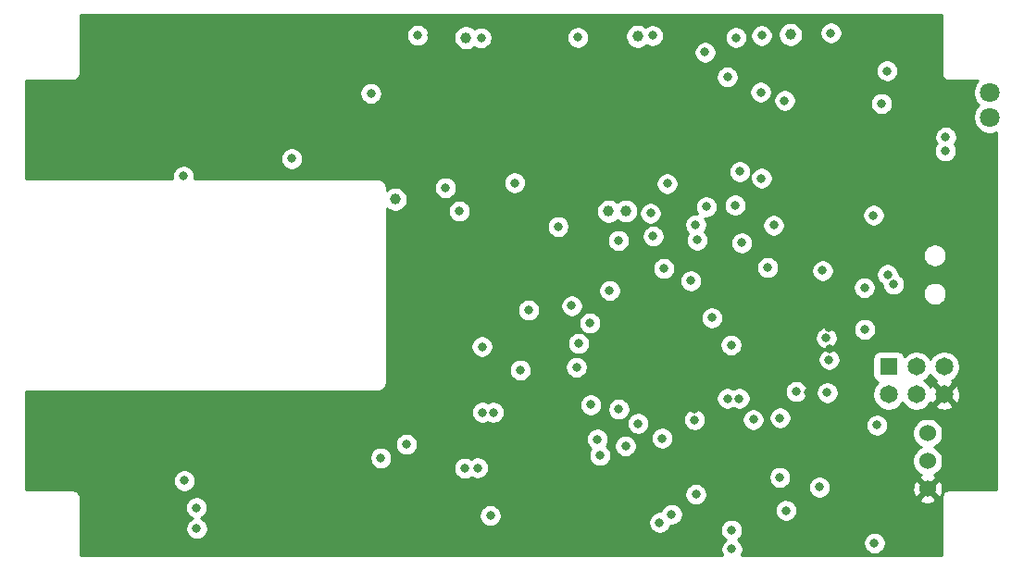
<source format=gbr>
%TF.GenerationSoftware,KiCad,Pcbnew,(5.1.10)-1*%
%TF.CreationDate,2021-06-25T15:36:54-07:00*%
%TF.ProjectId,laser,6c617365-722e-46b6-9963-61645f706362,rev?*%
%TF.SameCoordinates,Original*%
%TF.FileFunction,Copper,L2,Inr*%
%TF.FilePolarity,Positive*%
%FSLAX46Y46*%
G04 Gerber Fmt 4.6, Leading zero omitted, Abs format (unit mm)*
G04 Created by KiCad (PCBNEW (5.1.10)-1) date 2021-06-25 15:36:54*
%MOMM*%
%LPD*%
G01*
G04 APERTURE LIST*
%TA.AperFunction,ComponentPad*%
%ADD10R,1.650000X1.650000*%
%TD*%
%TA.AperFunction,ComponentPad*%
%ADD11C,1.650000*%
%TD*%
%TA.AperFunction,ComponentPad*%
%ADD12C,1.524000*%
%TD*%
%TA.AperFunction,ViaPad*%
%ADD13C,0.800000*%
%TD*%
%TA.AperFunction,ViaPad*%
%ADD14C,1.000000*%
%TD*%
%TA.AperFunction,ViaPad*%
%ADD15C,1.800000*%
%TD*%
%TA.AperFunction,ViaPad*%
%ADD16C,2.489200*%
%TD*%
%TA.AperFunction,Conductor*%
%ADD17C,0.254000*%
%TD*%
%TA.AperFunction,Conductor*%
%ADD18C,0.100000*%
%TD*%
G04 APERTURE END LIST*
D10*
%TO.N,/ArduinoNano/D12-MISO*%
%TO.C,J601*%
X202420000Y-114240000D03*
D11*
%TO.N,/ArduinoNano/D13-SCK*%
X204960000Y-114240000D03*
%TO.N,/ArduinoNano/RESET*%
X207500000Y-114240000D03*
%TO.N,5.0V*%
X202420000Y-116780000D03*
%TO.N,/ArduinoNano/D11-MOSI*%
X204960000Y-116780000D03*
%TO.N,GND*%
X207500000Y-116780000D03*
%TD*%
D12*
%TO.N,MODULATION_SIGNAL*%
%TO.C,U101*%
X206000000Y-120320000D03*
%TO.N,5V_EXTERNAL_Power_Source*%
X206000000Y-122860000D03*
%TO.N,GND*%
X206000000Y-125400000D03*
%TD*%
D13*
%TO.N,Butterfly_Thermistor*%
X188090000Y-130930000D03*
X173890000Y-114280000D03*
X169510000Y-109070000D03*
X147840000Y-95200000D03*
%TO.N,4.2V*%
X165170000Y-84140000D03*
X197140000Y-83700000D03*
X180840002Y-83940000D03*
D14*
%TO.N,TEC_Plus*%
X157310000Y-98910000D03*
X176819999Y-99999999D03*
D13*
X163170001Y-99999999D03*
D14*
X178400000Y-99990000D03*
X179490000Y-84000000D03*
%TO.N,TEC_Minus*%
X163780000Y-84130000D03*
D13*
%TO.N,3.3V*%
X192500000Y-118930000D03*
X188070000Y-129200000D03*
X190050000Y-119070000D03*
X138020000Y-124670000D03*
X165250000Y-112400000D03*
X165280000Y-118410000D03*
X139130000Y-127140000D03*
X139160000Y-129050000D03*
X184810000Y-125920000D03*
X180900000Y-102290000D03*
X173440000Y-108670000D03*
X181720000Y-120790000D03*
X184690000Y-119100000D03*
X181480000Y-128499998D03*
X177750000Y-118120000D03*
X190740000Y-89120000D03*
X185760000Y-99610000D03*
%TO.N,Net-(C204-Pad2)*%
X202274999Y-87164999D03*
%TO.N,Net-(C205-Pad1)*%
X185640000Y-85460000D03*
D14*
X193464023Y-83840830D03*
D13*
%TO.N,5.0V*%
X207650000Y-93230000D03*
X188820000Y-96390000D03*
X207610000Y-94500000D03*
X188470000Y-84130000D03*
X196380000Y-105450000D03*
X193980000Y-116520000D03*
X188390000Y-99460000D03*
X190790000Y-96990000D03*
X191910000Y-101290000D03*
X201360000Y-119580000D03*
X196728047Y-111597281D03*
%TO.N,Net-(C209-Pad1)*%
X192920000Y-89890000D03*
%TO.N,REFERENCE_2.5V*%
X158330000Y-121330000D03*
X174080000Y-112110000D03*
X172200000Y-101410000D03*
X186260000Y-109770000D03*
X175188513Y-117720949D03*
X176030000Y-122350009D03*
%TO.N,Net-(C304-Pad2)*%
X155080000Y-89230000D03*
X161910000Y-97870000D03*
%TO.N,MODULATION_SIGNAL*%
X155990000Y-122590000D03*
%TO.N,Net-(C408-Pad1)*%
X163650000Y-123520000D03*
X166279933Y-118421763D03*
X166010000Y-127860000D03*
%TO.N,Thermal_Control_to_Power_OpAmps*%
X175110000Y-110250000D03*
X180650000Y-100190000D03*
%TO.N,Net-(C602-Pad1)*%
X200245000Y-110820152D03*
X200214990Y-107000000D03*
%TO.N,Net-(IC202-Pad1)*%
X190810000Y-83930000D03*
X201790000Y-90170000D03*
%TO.N,Net-(IC202-Pad3)*%
X187680000Y-87725000D03*
D15*
%TO.N,5V_EXTERNAL_Power_Source*%
X211700001Y-89149999D03*
X211700001Y-91399999D03*
D13*
%TO.N,Arduino_D5_Output*%
X196976300Y-113587972D03*
X191370000Y-105170000D03*
X182184849Y-97485151D03*
X168230000Y-97420000D03*
%TO.N,To_Arduino_AtoD_Pos*%
X174010000Y-84110002D03*
X184780000Y-101250000D03*
%TO.N,To_Arduino_AtoD_Neg*%
X184921272Y-102652691D03*
X159355000Y-83914998D03*
%TO.N,/ArduinoNano/RESET*%
X189000000Y-102900000D03*
X188030000Y-112260000D03*
%TO.N,/ArduinoNano/RX*%
X187690000Y-117140000D03*
%TO.N,/ArduinoNano/TX*%
X188760000Y-117150000D03*
%TO.N,Net-(IC602-Pad15)*%
X202330000Y-105810000D03*
%TO.N,Net-(IC602-Pad16)*%
X202875073Y-106703054D03*
%TO.N,Current_to_AtoD*%
X164847500Y-123497500D03*
X196100000Y-125260000D03*
%TO.N,DtoA_Output_to_Current*%
X179520000Y-119440000D03*
X168750000Y-114550000D03*
%TO.N,DtoA_Output_(Setpoint)*%
X182580000Y-127740000D03*
X176920000Y-107270000D03*
%TO.N,Net-(R504-Pad1)*%
X177712420Y-102692115D03*
X181870000Y-105260000D03*
X184350000Y-106380000D03*
%TO.N,Monitor+_To_AIN2*%
X193050150Y-127392520D03*
X137950000Y-96810000D03*
%TO.N,GND*%
X159900000Y-89670000D03*
X168060000Y-89670000D03*
X166820000Y-89650000D03*
X164420000Y-89640000D03*
X163270000Y-89620000D03*
X162130000Y-89620000D03*
X172150000Y-126880000D03*
X178160000Y-120170000D03*
X181250000Y-115060000D03*
X184010000Y-115550000D03*
D14*
X199520000Y-84890000D03*
X196800000Y-89450000D03*
D13*
X186410000Y-92400000D03*
D16*
X126263400Y-93225600D03*
X130835400Y-83929200D03*
X130835400Y-129674600D03*
X205841600Y-129700000D03*
X126263400Y-121165600D03*
X152374600Y-93200200D03*
X205867000Y-83903800D03*
X152298400Y-121267200D03*
D13*
X178700000Y-106450000D03*
X168420000Y-111950000D03*
X167200000Y-112300000D03*
X161500000Y-113400000D03*
X160900000Y-125180000D03*
X158250000Y-123520000D03*
X156100000Y-126550000D03*
D14*
X143080000Y-89120000D03*
X135460000Y-89140000D03*
D13*
X145620000Y-124470000D03*
X143080000Y-124680000D03*
X184650000Y-84850000D03*
X170650000Y-85200000D03*
X156663700Y-86063700D03*
X184863700Y-95486300D03*
X192960000Y-103450000D03*
X194210000Y-118890000D03*
X200310000Y-127120000D03*
X196750000Y-130680000D03*
D14*
X199550000Y-86080000D03*
D13*
X193870000Y-87160000D03*
X183740000Y-124460000D03*
X174850000Y-126400000D03*
X184360000Y-129540000D03*
X167760000Y-101100000D03*
X165720000Y-97950000D03*
X188100000Y-127940000D03*
X195240000Y-128160000D03*
X191520000Y-130190000D03*
X158880000Y-113430000D03*
X182200000Y-84000000D03*
X201910012Y-88354993D03*
X168150000Y-84010000D03*
X175340000Y-84250000D03*
X193170000Y-113240000D03*
X197040000Y-112590000D03*
X200984029Y-103573059D03*
X139170002Y-89259998D03*
X159630000Y-97900000D03*
X173450000Y-97870000D03*
X170340000Y-101110000D03*
X168470002Y-129940000D03*
X168180000Y-120080000D03*
X161330000Y-121390000D03*
X171019995Y-112050005D03*
X184679475Y-118100053D03*
X175910000Y-113760000D03*
X172359998Y-120780000D03*
X176712660Y-106037340D03*
X205900000Y-91970000D03*
X208450000Y-88740000D03*
X195100000Y-116620000D03*
X204920000Y-86230000D03*
X190380000Y-94010000D03*
X200310000Y-115800000D03*
X160996089Y-89626089D03*
X165620000Y-89630000D03*
X159900000Y-90670000D03*
X159900000Y-91670000D03*
X162130000Y-90620000D03*
X162130000Y-91620000D03*
X160996089Y-90626089D03*
X160996089Y-91626089D03*
X164420000Y-90640000D03*
X164420000Y-91640000D03*
X165620000Y-90630000D03*
X165620000Y-91630000D03*
X163270000Y-90620000D03*
X163270000Y-91620000D03*
X168060000Y-90670000D03*
X168060000Y-91670000D03*
X166820000Y-90650000D03*
X166820000Y-91650000D03*
X173550000Y-90800000D03*
X181710000Y-90800000D03*
X180470000Y-91780000D03*
X179270000Y-90760000D03*
X179270000Y-91760000D03*
X181710000Y-91800000D03*
X175780000Y-90750000D03*
X180470000Y-90780000D03*
X178070000Y-91770000D03*
X174646089Y-91756089D03*
X176920000Y-91750000D03*
X174646089Y-90756089D03*
X176920000Y-90750000D03*
X178070000Y-90770000D03*
X175780000Y-91750000D03*
X173550000Y-89800000D03*
X173550000Y-91800000D03*
X175780000Y-89750000D03*
X174646089Y-89756089D03*
X178070000Y-89770000D03*
X179270000Y-89760000D03*
X176920000Y-89750000D03*
X181710000Y-89800000D03*
X180470000Y-89780000D03*
X160617660Y-83917660D03*
X171875000Y-97795010D03*
X169516551Y-97795010D03*
X156372340Y-93727660D03*
X177760000Y-84520000D03*
X196940000Y-110620000D03*
X193380000Y-105300000D03*
X192573361Y-85595010D03*
%TO.N,/AtoD_DtoA/SDA*%
X178370000Y-121495000D03*
X175790000Y-120870000D03*
%TO.N,Net-(C808-Pad1)*%
X192480000Y-124365000D03*
X201130000Y-130370000D03*
%TO.N,Net-(C601-Pad1)*%
X196810000Y-116610000D03*
X201050000Y-100380000D03*
%TD*%
D17*
%TO.N,GND*%
X207245000Y-87292014D02*
X207241436Y-87328200D01*
X207255658Y-87472599D01*
X207297778Y-87611449D01*
X207366176Y-87739413D01*
X207458225Y-87851575D01*
X207570387Y-87943624D01*
X207698351Y-88012022D01*
X207837201Y-88054142D01*
X207981600Y-88068364D01*
X208017786Y-88064800D01*
X210614383Y-88064800D01*
X210507689Y-88171494D01*
X210339702Y-88422904D01*
X210223990Y-88702256D01*
X210165001Y-88998815D01*
X210165001Y-89301183D01*
X210223990Y-89597742D01*
X210339702Y-89877094D01*
X210507689Y-90128504D01*
X210654184Y-90274999D01*
X210507689Y-90421494D01*
X210339702Y-90672904D01*
X210223990Y-90952256D01*
X210165001Y-91248815D01*
X210165001Y-91551183D01*
X210223990Y-91847742D01*
X210339702Y-92127094D01*
X210507689Y-92378504D01*
X210721496Y-92592311D01*
X210972906Y-92760298D01*
X211252258Y-92876010D01*
X211548817Y-92934999D01*
X211851185Y-92934999D01*
X212147744Y-92876010D01*
X212248801Y-92834151D01*
X212248800Y-125479000D01*
X208017786Y-125479000D01*
X207981600Y-125475436D01*
X207945414Y-125479000D01*
X207837201Y-125489658D01*
X207698351Y-125531778D01*
X207570387Y-125600176D01*
X207458225Y-125692225D01*
X207366176Y-125804387D01*
X207297778Y-125932351D01*
X207255658Y-126071201D01*
X207241436Y-126215600D01*
X207245001Y-126251796D01*
X207245000Y-131473400D01*
X188971695Y-131473400D01*
X189007205Y-131420256D01*
X189085226Y-131231898D01*
X189125000Y-131031939D01*
X189125000Y-130828061D01*
X189085226Y-130628102D01*
X189007205Y-130439744D01*
X188893937Y-130270226D01*
X188891772Y-130268061D01*
X200095000Y-130268061D01*
X200095000Y-130471939D01*
X200134774Y-130671898D01*
X200212795Y-130860256D01*
X200326063Y-131029774D01*
X200470226Y-131173937D01*
X200639744Y-131287205D01*
X200828102Y-131365226D01*
X201028061Y-131405000D01*
X201231939Y-131405000D01*
X201431898Y-131365226D01*
X201620256Y-131287205D01*
X201789774Y-131173937D01*
X201933937Y-131029774D01*
X202047205Y-130860256D01*
X202125226Y-130671898D01*
X202165000Y-130471939D01*
X202165000Y-130268061D01*
X202125226Y-130068102D01*
X202047205Y-129879744D01*
X201933937Y-129710226D01*
X201789774Y-129566063D01*
X201620256Y-129452795D01*
X201431898Y-129374774D01*
X201231939Y-129335000D01*
X201028061Y-129335000D01*
X200828102Y-129374774D01*
X200639744Y-129452795D01*
X200470226Y-129566063D01*
X200326063Y-129710226D01*
X200212795Y-129879744D01*
X200134774Y-130068102D01*
X200095000Y-130268061D01*
X188891772Y-130268061D01*
X188749774Y-130126063D01*
X188648387Y-130058318D01*
X188729774Y-130003937D01*
X188873937Y-129859774D01*
X188987205Y-129690256D01*
X189065226Y-129501898D01*
X189105000Y-129301939D01*
X189105000Y-129098061D01*
X189065226Y-128898102D01*
X188987205Y-128709744D01*
X188873937Y-128540226D01*
X188729774Y-128396063D01*
X188560256Y-128282795D01*
X188371898Y-128204774D01*
X188171939Y-128165000D01*
X187968061Y-128165000D01*
X187768102Y-128204774D01*
X187579744Y-128282795D01*
X187410226Y-128396063D01*
X187266063Y-128540226D01*
X187152795Y-128709744D01*
X187074774Y-128898102D01*
X187035000Y-129098061D01*
X187035000Y-129301939D01*
X187074774Y-129501898D01*
X187152795Y-129690256D01*
X187266063Y-129859774D01*
X187410226Y-130003937D01*
X187511613Y-130071682D01*
X187430226Y-130126063D01*
X187286063Y-130270226D01*
X187172795Y-130439744D01*
X187094774Y-130628102D01*
X187055000Y-130828061D01*
X187055000Y-131031939D01*
X187094774Y-131231898D01*
X187172795Y-131420256D01*
X187208305Y-131473400D01*
X128505000Y-131473400D01*
X128505000Y-127038061D01*
X138095000Y-127038061D01*
X138095000Y-127241939D01*
X138134774Y-127441898D01*
X138212795Y-127630256D01*
X138326063Y-127799774D01*
X138470226Y-127943937D01*
X138639744Y-128057205D01*
X138745989Y-128101213D01*
X138669744Y-128132795D01*
X138500226Y-128246063D01*
X138356063Y-128390226D01*
X138242795Y-128559744D01*
X138164774Y-128748102D01*
X138125000Y-128948061D01*
X138125000Y-129151939D01*
X138164774Y-129351898D01*
X138242795Y-129540256D01*
X138356063Y-129709774D01*
X138500226Y-129853937D01*
X138669744Y-129967205D01*
X138858102Y-130045226D01*
X139058061Y-130085000D01*
X139261939Y-130085000D01*
X139461898Y-130045226D01*
X139650256Y-129967205D01*
X139819774Y-129853937D01*
X139963937Y-129709774D01*
X140077205Y-129540256D01*
X140155226Y-129351898D01*
X140195000Y-129151939D01*
X140195000Y-128948061D01*
X140155226Y-128748102D01*
X140077205Y-128559744D01*
X139963937Y-128390226D01*
X139819774Y-128246063D01*
X139650256Y-128132795D01*
X139544011Y-128088787D01*
X139620256Y-128057205D01*
X139789774Y-127943937D01*
X139933937Y-127799774D01*
X139961808Y-127758061D01*
X164975000Y-127758061D01*
X164975000Y-127961939D01*
X165014774Y-128161898D01*
X165092795Y-128350256D01*
X165206063Y-128519774D01*
X165350226Y-128663937D01*
X165519744Y-128777205D01*
X165708102Y-128855226D01*
X165908061Y-128895000D01*
X166111939Y-128895000D01*
X166311898Y-128855226D01*
X166500256Y-128777205D01*
X166669774Y-128663937D01*
X166813937Y-128519774D01*
X166895264Y-128398059D01*
X180445000Y-128398059D01*
X180445000Y-128601937D01*
X180484774Y-128801896D01*
X180562795Y-128990254D01*
X180676063Y-129159772D01*
X180820226Y-129303935D01*
X180989744Y-129417203D01*
X181178102Y-129495224D01*
X181378061Y-129534998D01*
X181581939Y-129534998D01*
X181781898Y-129495224D01*
X181970256Y-129417203D01*
X182139774Y-129303935D01*
X182283937Y-129159772D01*
X182397205Y-128990254D01*
X182475226Y-128801896D01*
X182480576Y-128775000D01*
X182681939Y-128775000D01*
X182881898Y-128735226D01*
X183070256Y-128657205D01*
X183239774Y-128543937D01*
X183383937Y-128399774D01*
X183497205Y-128230256D01*
X183575226Y-128041898D01*
X183615000Y-127841939D01*
X183615000Y-127638061D01*
X183575226Y-127438102D01*
X183514121Y-127290581D01*
X192015150Y-127290581D01*
X192015150Y-127494459D01*
X192054924Y-127694418D01*
X192132945Y-127882776D01*
X192246213Y-128052294D01*
X192390376Y-128196457D01*
X192559894Y-128309725D01*
X192748252Y-128387746D01*
X192948211Y-128427520D01*
X193152089Y-128427520D01*
X193352048Y-128387746D01*
X193540406Y-128309725D01*
X193709924Y-128196457D01*
X193854087Y-128052294D01*
X193967355Y-127882776D01*
X194045376Y-127694418D01*
X194085150Y-127494459D01*
X194085150Y-127290581D01*
X194045376Y-127090622D01*
X193967355Y-126902264D01*
X193854087Y-126732746D01*
X193709924Y-126588583D01*
X193540406Y-126475315D01*
X193352048Y-126397294D01*
X193192535Y-126365565D01*
X205214040Y-126365565D01*
X205281020Y-126605656D01*
X205530048Y-126722756D01*
X205797135Y-126789023D01*
X206072017Y-126801910D01*
X206344133Y-126760922D01*
X206603023Y-126667636D01*
X206718980Y-126605656D01*
X206785960Y-126365565D01*
X206000000Y-125579605D01*
X205214040Y-126365565D01*
X193192535Y-126365565D01*
X193152089Y-126357520D01*
X192948211Y-126357520D01*
X192748252Y-126397294D01*
X192559894Y-126475315D01*
X192390376Y-126588583D01*
X192246213Y-126732746D01*
X192132945Y-126902264D01*
X192054924Y-127090622D01*
X192015150Y-127290581D01*
X183514121Y-127290581D01*
X183497205Y-127249744D01*
X183383937Y-127080226D01*
X183239774Y-126936063D01*
X183070256Y-126822795D01*
X182881898Y-126744774D01*
X182681939Y-126705000D01*
X182478061Y-126705000D01*
X182278102Y-126744774D01*
X182089744Y-126822795D01*
X181920226Y-126936063D01*
X181776063Y-127080226D01*
X181662795Y-127249744D01*
X181584774Y-127438102D01*
X181579424Y-127464998D01*
X181378061Y-127464998D01*
X181178102Y-127504772D01*
X180989744Y-127582793D01*
X180820226Y-127696061D01*
X180676063Y-127840224D01*
X180562795Y-128009742D01*
X180484774Y-128198100D01*
X180445000Y-128398059D01*
X166895264Y-128398059D01*
X166927205Y-128350256D01*
X167005226Y-128161898D01*
X167045000Y-127961939D01*
X167045000Y-127758061D01*
X167005226Y-127558102D01*
X166927205Y-127369744D01*
X166813937Y-127200226D01*
X166669774Y-127056063D01*
X166500256Y-126942795D01*
X166311898Y-126864774D01*
X166111939Y-126825000D01*
X165908061Y-126825000D01*
X165708102Y-126864774D01*
X165519744Y-126942795D01*
X165350226Y-127056063D01*
X165206063Y-127200226D01*
X165092795Y-127369744D01*
X165014774Y-127558102D01*
X164975000Y-127758061D01*
X139961808Y-127758061D01*
X140047205Y-127630256D01*
X140125226Y-127441898D01*
X140165000Y-127241939D01*
X140165000Y-127038061D01*
X140125226Y-126838102D01*
X140047205Y-126649744D01*
X139933937Y-126480226D01*
X139789774Y-126336063D01*
X139620256Y-126222795D01*
X139431898Y-126144774D01*
X139231939Y-126105000D01*
X139028061Y-126105000D01*
X138828102Y-126144774D01*
X138639744Y-126222795D01*
X138470226Y-126336063D01*
X138326063Y-126480226D01*
X138212795Y-126649744D01*
X138134774Y-126838102D01*
X138095000Y-127038061D01*
X128505000Y-127038061D01*
X128505000Y-126251785D01*
X128508564Y-126215600D01*
X128494342Y-126071201D01*
X128452222Y-125932351D01*
X128391133Y-125818061D01*
X183775000Y-125818061D01*
X183775000Y-126021939D01*
X183814774Y-126221898D01*
X183892795Y-126410256D01*
X184006063Y-126579774D01*
X184150226Y-126723937D01*
X184319744Y-126837205D01*
X184508102Y-126915226D01*
X184708061Y-126955000D01*
X184911939Y-126955000D01*
X185111898Y-126915226D01*
X185300256Y-126837205D01*
X185469774Y-126723937D01*
X185613937Y-126579774D01*
X185727205Y-126410256D01*
X185805226Y-126221898D01*
X185845000Y-126021939D01*
X185845000Y-125818061D01*
X185805226Y-125618102D01*
X185727205Y-125429744D01*
X185613937Y-125260226D01*
X185469774Y-125116063D01*
X185300256Y-125002795D01*
X185111898Y-124924774D01*
X184911939Y-124885000D01*
X184708061Y-124885000D01*
X184508102Y-124924774D01*
X184319744Y-125002795D01*
X184150226Y-125116063D01*
X184006063Y-125260226D01*
X183892795Y-125429744D01*
X183814774Y-125618102D01*
X183775000Y-125818061D01*
X128391133Y-125818061D01*
X128383824Y-125804387D01*
X128291775Y-125692225D01*
X128179613Y-125600176D01*
X128051649Y-125531778D01*
X127912799Y-125489658D01*
X127804586Y-125479000D01*
X127768400Y-125475436D01*
X127732214Y-125479000D01*
X123526600Y-125479000D01*
X123526600Y-124568061D01*
X136985000Y-124568061D01*
X136985000Y-124771939D01*
X137024774Y-124971898D01*
X137102795Y-125160256D01*
X137216063Y-125329774D01*
X137360226Y-125473937D01*
X137529744Y-125587205D01*
X137718102Y-125665226D01*
X137918061Y-125705000D01*
X138121939Y-125705000D01*
X138321898Y-125665226D01*
X138510256Y-125587205D01*
X138679774Y-125473937D01*
X138823937Y-125329774D01*
X138937205Y-125160256D01*
X139015226Y-124971898D01*
X139055000Y-124771939D01*
X139055000Y-124568061D01*
X139015226Y-124368102D01*
X138937205Y-124179744D01*
X138823937Y-124010226D01*
X138679774Y-123866063D01*
X138510256Y-123752795D01*
X138321898Y-123674774D01*
X138121939Y-123635000D01*
X137918061Y-123635000D01*
X137718102Y-123674774D01*
X137529744Y-123752795D01*
X137360226Y-123866063D01*
X137216063Y-124010226D01*
X137102795Y-124179744D01*
X137024774Y-124368102D01*
X136985000Y-124568061D01*
X123526600Y-124568061D01*
X123526600Y-122488061D01*
X154955000Y-122488061D01*
X154955000Y-122691939D01*
X154994774Y-122891898D01*
X155072795Y-123080256D01*
X155186063Y-123249774D01*
X155330226Y-123393937D01*
X155499744Y-123507205D01*
X155688102Y-123585226D01*
X155888061Y-123625000D01*
X156091939Y-123625000D01*
X156291898Y-123585226D01*
X156480256Y-123507205D01*
X156613669Y-123418061D01*
X162615000Y-123418061D01*
X162615000Y-123621939D01*
X162654774Y-123821898D01*
X162732795Y-124010256D01*
X162846063Y-124179774D01*
X162990226Y-124323937D01*
X163159744Y-124437205D01*
X163348102Y-124515226D01*
X163548061Y-124555000D01*
X163751939Y-124555000D01*
X163951898Y-124515226D01*
X164140256Y-124437205D01*
X164265587Y-124353462D01*
X164357244Y-124414705D01*
X164545602Y-124492726D01*
X164745561Y-124532500D01*
X164949439Y-124532500D01*
X165149398Y-124492726D01*
X165337756Y-124414705D01*
X165507274Y-124301437D01*
X165545650Y-124263061D01*
X191445000Y-124263061D01*
X191445000Y-124466939D01*
X191484774Y-124666898D01*
X191562795Y-124855256D01*
X191676063Y-125024774D01*
X191820226Y-125168937D01*
X191989744Y-125282205D01*
X192178102Y-125360226D01*
X192378061Y-125400000D01*
X192581939Y-125400000D01*
X192781898Y-125360226D01*
X192970256Y-125282205D01*
X193139774Y-125168937D01*
X193150650Y-125158061D01*
X195065000Y-125158061D01*
X195065000Y-125361939D01*
X195104774Y-125561898D01*
X195182795Y-125750256D01*
X195296063Y-125919774D01*
X195440226Y-126063937D01*
X195609744Y-126177205D01*
X195798102Y-126255226D01*
X195998061Y-126295000D01*
X196201939Y-126295000D01*
X196401898Y-126255226D01*
X196590256Y-126177205D01*
X196759774Y-126063937D01*
X196903937Y-125919774D01*
X197017205Y-125750256D01*
X197095226Y-125561898D01*
X197113104Y-125472017D01*
X204598090Y-125472017D01*
X204639078Y-125744133D01*
X204732364Y-126003023D01*
X204794344Y-126118980D01*
X205034435Y-126185960D01*
X205820395Y-125400000D01*
X206179605Y-125400000D01*
X206965565Y-126185960D01*
X207205656Y-126118980D01*
X207322756Y-125869952D01*
X207389023Y-125602865D01*
X207401910Y-125327983D01*
X207360922Y-125055867D01*
X207267636Y-124796977D01*
X207205656Y-124681020D01*
X206965565Y-124614040D01*
X206179605Y-125400000D01*
X205820395Y-125400000D01*
X205034435Y-124614040D01*
X204794344Y-124681020D01*
X204677244Y-124930048D01*
X204610977Y-125197135D01*
X204598090Y-125472017D01*
X197113104Y-125472017D01*
X197135000Y-125361939D01*
X197135000Y-125158061D01*
X197095226Y-124958102D01*
X197017205Y-124769744D01*
X196903937Y-124600226D01*
X196759774Y-124456063D01*
X196590256Y-124342795D01*
X196401898Y-124264774D01*
X196201939Y-124225000D01*
X195998061Y-124225000D01*
X195798102Y-124264774D01*
X195609744Y-124342795D01*
X195440226Y-124456063D01*
X195296063Y-124600226D01*
X195182795Y-124769744D01*
X195104774Y-124958102D01*
X195065000Y-125158061D01*
X193150650Y-125158061D01*
X193283937Y-125024774D01*
X193397205Y-124855256D01*
X193475226Y-124666898D01*
X193515000Y-124466939D01*
X193515000Y-124263061D01*
X193475226Y-124063102D01*
X193397205Y-123874744D01*
X193283937Y-123705226D01*
X193139774Y-123561063D01*
X192970256Y-123447795D01*
X192781898Y-123369774D01*
X192581939Y-123330000D01*
X192378061Y-123330000D01*
X192178102Y-123369774D01*
X191989744Y-123447795D01*
X191820226Y-123561063D01*
X191676063Y-123705226D01*
X191562795Y-123874744D01*
X191484774Y-124063102D01*
X191445000Y-124263061D01*
X165545650Y-124263061D01*
X165651437Y-124157274D01*
X165764705Y-123987756D01*
X165842726Y-123799398D01*
X165882500Y-123599439D01*
X165882500Y-123395561D01*
X165842726Y-123195602D01*
X165764705Y-123007244D01*
X165651437Y-122837726D01*
X165507274Y-122693563D01*
X165337756Y-122580295D01*
X165149398Y-122502274D01*
X164949439Y-122462500D01*
X164745561Y-122462500D01*
X164545602Y-122502274D01*
X164357244Y-122580295D01*
X164231913Y-122664038D01*
X164140256Y-122602795D01*
X163951898Y-122524774D01*
X163751939Y-122485000D01*
X163548061Y-122485000D01*
X163348102Y-122524774D01*
X163159744Y-122602795D01*
X162990226Y-122716063D01*
X162846063Y-122860226D01*
X162732795Y-123029744D01*
X162654774Y-123218102D01*
X162615000Y-123418061D01*
X156613669Y-123418061D01*
X156649774Y-123393937D01*
X156793937Y-123249774D01*
X156907205Y-123080256D01*
X156985226Y-122891898D01*
X157025000Y-122691939D01*
X157025000Y-122488061D01*
X156985226Y-122288102D01*
X156907205Y-122099744D01*
X156793937Y-121930226D01*
X156649774Y-121786063D01*
X156480256Y-121672795D01*
X156291898Y-121594774D01*
X156091939Y-121555000D01*
X155888061Y-121555000D01*
X155688102Y-121594774D01*
X155499744Y-121672795D01*
X155330226Y-121786063D01*
X155186063Y-121930226D01*
X155072795Y-122099744D01*
X154994774Y-122288102D01*
X154955000Y-122488061D01*
X123526600Y-122488061D01*
X123526600Y-121228061D01*
X157295000Y-121228061D01*
X157295000Y-121431939D01*
X157334774Y-121631898D01*
X157412795Y-121820256D01*
X157526063Y-121989774D01*
X157670226Y-122133937D01*
X157839744Y-122247205D01*
X158028102Y-122325226D01*
X158228061Y-122365000D01*
X158431939Y-122365000D01*
X158631898Y-122325226D01*
X158820256Y-122247205D01*
X158989774Y-122133937D01*
X159133937Y-121989774D01*
X159247205Y-121820256D01*
X159325226Y-121631898D01*
X159365000Y-121431939D01*
X159365000Y-121228061D01*
X159325226Y-121028102D01*
X159247205Y-120839744D01*
X159199309Y-120768061D01*
X174755000Y-120768061D01*
X174755000Y-120971939D01*
X174794774Y-121171898D01*
X174872795Y-121360256D01*
X174986063Y-121529774D01*
X175130226Y-121673937D01*
X175204011Y-121723238D01*
X175112795Y-121859753D01*
X175034774Y-122048111D01*
X174995000Y-122248070D01*
X174995000Y-122451948D01*
X175034774Y-122651907D01*
X175112795Y-122840265D01*
X175226063Y-123009783D01*
X175370226Y-123153946D01*
X175539744Y-123267214D01*
X175728102Y-123345235D01*
X175928061Y-123385009D01*
X176131939Y-123385009D01*
X176331898Y-123345235D01*
X176520256Y-123267214D01*
X176689774Y-123153946D01*
X176833937Y-123009783D01*
X176947205Y-122840265D01*
X177025226Y-122651907D01*
X177065000Y-122451948D01*
X177065000Y-122248070D01*
X177025226Y-122048111D01*
X176947205Y-121859753D01*
X176833937Y-121690235D01*
X176689774Y-121546072D01*
X176615989Y-121496771D01*
X176685285Y-121393061D01*
X177335000Y-121393061D01*
X177335000Y-121596939D01*
X177374774Y-121796898D01*
X177452795Y-121985256D01*
X177566063Y-122154774D01*
X177710226Y-122298937D01*
X177879744Y-122412205D01*
X178068102Y-122490226D01*
X178268061Y-122530000D01*
X178471939Y-122530000D01*
X178671898Y-122490226D01*
X178860256Y-122412205D01*
X179029774Y-122298937D01*
X179173937Y-122154774D01*
X179287205Y-121985256D01*
X179365226Y-121796898D01*
X179405000Y-121596939D01*
X179405000Y-121393061D01*
X179365226Y-121193102D01*
X179287205Y-121004744D01*
X179173937Y-120835226D01*
X179029774Y-120691063D01*
X179025282Y-120688061D01*
X180685000Y-120688061D01*
X180685000Y-120891939D01*
X180724774Y-121091898D01*
X180802795Y-121280256D01*
X180916063Y-121449774D01*
X181060226Y-121593937D01*
X181229744Y-121707205D01*
X181418102Y-121785226D01*
X181618061Y-121825000D01*
X181821939Y-121825000D01*
X182021898Y-121785226D01*
X182210256Y-121707205D01*
X182379774Y-121593937D01*
X182523937Y-121449774D01*
X182637205Y-121280256D01*
X182715226Y-121091898D01*
X182755000Y-120891939D01*
X182755000Y-120688061D01*
X182715226Y-120488102D01*
X182637205Y-120299744D01*
X182523937Y-120130226D01*
X182379774Y-119986063D01*
X182210256Y-119872795D01*
X182021898Y-119794774D01*
X181821939Y-119755000D01*
X181618061Y-119755000D01*
X181418102Y-119794774D01*
X181229744Y-119872795D01*
X181060226Y-119986063D01*
X180916063Y-120130226D01*
X180802795Y-120299744D01*
X180724774Y-120488102D01*
X180685000Y-120688061D01*
X179025282Y-120688061D01*
X178860256Y-120577795D01*
X178671898Y-120499774D01*
X178471939Y-120460000D01*
X178268061Y-120460000D01*
X178068102Y-120499774D01*
X177879744Y-120577795D01*
X177710226Y-120691063D01*
X177566063Y-120835226D01*
X177452795Y-121004744D01*
X177374774Y-121193102D01*
X177335000Y-121393061D01*
X176685285Y-121393061D01*
X176707205Y-121360256D01*
X176785226Y-121171898D01*
X176825000Y-120971939D01*
X176825000Y-120768061D01*
X176785226Y-120568102D01*
X176707205Y-120379744D01*
X176593937Y-120210226D01*
X176449774Y-120066063D01*
X176280256Y-119952795D01*
X176091898Y-119874774D01*
X175891939Y-119835000D01*
X175688061Y-119835000D01*
X175488102Y-119874774D01*
X175299744Y-119952795D01*
X175130226Y-120066063D01*
X174986063Y-120210226D01*
X174872795Y-120379744D01*
X174794774Y-120568102D01*
X174755000Y-120768061D01*
X159199309Y-120768061D01*
X159133937Y-120670226D01*
X158989774Y-120526063D01*
X158820256Y-120412795D01*
X158631898Y-120334774D01*
X158431939Y-120295000D01*
X158228061Y-120295000D01*
X158028102Y-120334774D01*
X157839744Y-120412795D01*
X157670226Y-120526063D01*
X157526063Y-120670226D01*
X157412795Y-120839744D01*
X157334774Y-121028102D01*
X157295000Y-121228061D01*
X123526600Y-121228061D01*
X123526600Y-118308061D01*
X164245000Y-118308061D01*
X164245000Y-118511939D01*
X164284774Y-118711898D01*
X164362795Y-118900256D01*
X164476063Y-119069774D01*
X164620226Y-119213937D01*
X164789744Y-119327205D01*
X164978102Y-119405226D01*
X165178061Y-119445000D01*
X165381939Y-119445000D01*
X165581898Y-119405226D01*
X165770256Y-119327205D01*
X165771164Y-119326598D01*
X165789677Y-119338968D01*
X165978035Y-119416989D01*
X166177994Y-119456763D01*
X166381872Y-119456763D01*
X166581831Y-119416989D01*
X166770189Y-119338968D01*
X166771546Y-119338061D01*
X178485000Y-119338061D01*
X178485000Y-119541939D01*
X178524774Y-119741898D01*
X178602795Y-119930256D01*
X178716063Y-120099774D01*
X178860226Y-120243937D01*
X179029744Y-120357205D01*
X179218102Y-120435226D01*
X179418061Y-120475000D01*
X179621939Y-120475000D01*
X179821898Y-120435226D01*
X180010256Y-120357205D01*
X180179774Y-120243937D01*
X180323937Y-120099774D01*
X180437205Y-119930256D01*
X180515226Y-119741898D01*
X180555000Y-119541939D01*
X180555000Y-119338061D01*
X180515226Y-119138102D01*
X180457219Y-118998061D01*
X183655000Y-118998061D01*
X183655000Y-119201939D01*
X183694774Y-119401898D01*
X183772795Y-119590256D01*
X183886063Y-119759774D01*
X184030226Y-119903937D01*
X184199744Y-120017205D01*
X184388102Y-120095226D01*
X184588061Y-120135000D01*
X184791939Y-120135000D01*
X184991898Y-120095226D01*
X185180256Y-120017205D01*
X185349774Y-119903937D01*
X185493937Y-119759774D01*
X185607205Y-119590256D01*
X185685226Y-119401898D01*
X185725000Y-119201939D01*
X185725000Y-118998061D01*
X185719033Y-118968061D01*
X189015000Y-118968061D01*
X189015000Y-119171939D01*
X189054774Y-119371898D01*
X189132795Y-119560256D01*
X189246063Y-119729774D01*
X189390226Y-119873937D01*
X189559744Y-119987205D01*
X189748102Y-120065226D01*
X189948061Y-120105000D01*
X190151939Y-120105000D01*
X190351898Y-120065226D01*
X190540256Y-119987205D01*
X190709774Y-119873937D01*
X190853937Y-119729774D01*
X190967205Y-119560256D01*
X191045226Y-119371898D01*
X191085000Y-119171939D01*
X191085000Y-118968061D01*
X191057153Y-118828061D01*
X191465000Y-118828061D01*
X191465000Y-119031939D01*
X191504774Y-119231898D01*
X191582795Y-119420256D01*
X191696063Y-119589774D01*
X191840226Y-119733937D01*
X192009744Y-119847205D01*
X192198102Y-119925226D01*
X192398061Y-119965000D01*
X192601939Y-119965000D01*
X192801898Y-119925226D01*
X192990256Y-119847205D01*
X193159774Y-119733937D01*
X193303937Y-119589774D01*
X193378581Y-119478061D01*
X200325000Y-119478061D01*
X200325000Y-119681939D01*
X200364774Y-119881898D01*
X200442795Y-120070256D01*
X200556063Y-120239774D01*
X200700226Y-120383937D01*
X200869744Y-120497205D01*
X201058102Y-120575226D01*
X201258061Y-120615000D01*
X201461939Y-120615000D01*
X201661898Y-120575226D01*
X201850256Y-120497205D01*
X202019774Y-120383937D01*
X202163937Y-120239774D01*
X202202267Y-120182408D01*
X204603000Y-120182408D01*
X204603000Y-120457592D01*
X204656686Y-120727490D01*
X204761995Y-120981727D01*
X204914880Y-121210535D01*
X205109465Y-121405120D01*
X205338273Y-121558005D01*
X205415515Y-121590000D01*
X205338273Y-121621995D01*
X205109465Y-121774880D01*
X204914880Y-121969465D01*
X204761995Y-122198273D01*
X204656686Y-122452510D01*
X204603000Y-122722408D01*
X204603000Y-122997592D01*
X204656686Y-123267490D01*
X204761995Y-123521727D01*
X204914880Y-123750535D01*
X205109465Y-123945120D01*
X205338273Y-124098005D01*
X205409943Y-124127692D01*
X205396977Y-124132364D01*
X205281020Y-124194344D01*
X205214040Y-124434435D01*
X206000000Y-125220395D01*
X206785960Y-124434435D01*
X206718980Y-124194344D01*
X206583240Y-124130515D01*
X206661727Y-124098005D01*
X206890535Y-123945120D01*
X207085120Y-123750535D01*
X207238005Y-123521727D01*
X207343314Y-123267490D01*
X207397000Y-122997592D01*
X207397000Y-122722408D01*
X207343314Y-122452510D01*
X207238005Y-122198273D01*
X207085120Y-121969465D01*
X206890535Y-121774880D01*
X206661727Y-121621995D01*
X206584485Y-121590000D01*
X206661727Y-121558005D01*
X206890535Y-121405120D01*
X207085120Y-121210535D01*
X207238005Y-120981727D01*
X207343314Y-120727490D01*
X207397000Y-120457592D01*
X207397000Y-120182408D01*
X207343314Y-119912510D01*
X207238005Y-119658273D01*
X207085120Y-119429465D01*
X206890535Y-119234880D01*
X206661727Y-119081995D01*
X206407490Y-118976686D01*
X206137592Y-118923000D01*
X205862408Y-118923000D01*
X205592510Y-118976686D01*
X205338273Y-119081995D01*
X205109465Y-119234880D01*
X204914880Y-119429465D01*
X204761995Y-119658273D01*
X204656686Y-119912510D01*
X204603000Y-120182408D01*
X202202267Y-120182408D01*
X202277205Y-120070256D01*
X202355226Y-119881898D01*
X202395000Y-119681939D01*
X202395000Y-119478061D01*
X202355226Y-119278102D01*
X202277205Y-119089744D01*
X202163937Y-118920226D01*
X202019774Y-118776063D01*
X201850256Y-118662795D01*
X201661898Y-118584774D01*
X201461939Y-118545000D01*
X201258061Y-118545000D01*
X201058102Y-118584774D01*
X200869744Y-118662795D01*
X200700226Y-118776063D01*
X200556063Y-118920226D01*
X200442795Y-119089744D01*
X200364774Y-119278102D01*
X200325000Y-119478061D01*
X193378581Y-119478061D01*
X193417205Y-119420256D01*
X193495226Y-119231898D01*
X193535000Y-119031939D01*
X193535000Y-118828061D01*
X193495226Y-118628102D01*
X193417205Y-118439744D01*
X193303937Y-118270226D01*
X193159774Y-118126063D01*
X192990256Y-118012795D01*
X192801898Y-117934774D01*
X192601939Y-117895000D01*
X192398061Y-117895000D01*
X192198102Y-117934774D01*
X192009744Y-118012795D01*
X191840226Y-118126063D01*
X191696063Y-118270226D01*
X191582795Y-118439744D01*
X191504774Y-118628102D01*
X191465000Y-118828061D01*
X191057153Y-118828061D01*
X191045226Y-118768102D01*
X190967205Y-118579744D01*
X190853937Y-118410226D01*
X190709774Y-118266063D01*
X190540256Y-118152795D01*
X190351898Y-118074774D01*
X190151939Y-118035000D01*
X189948061Y-118035000D01*
X189748102Y-118074774D01*
X189559744Y-118152795D01*
X189390226Y-118266063D01*
X189246063Y-118410226D01*
X189132795Y-118579744D01*
X189054774Y-118768102D01*
X189015000Y-118968061D01*
X185719033Y-118968061D01*
X185685226Y-118798102D01*
X185607205Y-118609744D01*
X185493937Y-118440226D01*
X185349774Y-118296063D01*
X185180256Y-118182795D01*
X184991898Y-118104774D01*
X184791939Y-118065000D01*
X184588061Y-118065000D01*
X184388102Y-118104774D01*
X184199744Y-118182795D01*
X184030226Y-118296063D01*
X183886063Y-118440226D01*
X183772795Y-118609744D01*
X183694774Y-118798102D01*
X183655000Y-118998061D01*
X180457219Y-118998061D01*
X180437205Y-118949744D01*
X180323937Y-118780226D01*
X180179774Y-118636063D01*
X180010256Y-118522795D01*
X179821898Y-118444774D01*
X179621939Y-118405000D01*
X179418061Y-118405000D01*
X179218102Y-118444774D01*
X179029744Y-118522795D01*
X178860226Y-118636063D01*
X178716063Y-118780226D01*
X178602795Y-118949744D01*
X178524774Y-119138102D01*
X178485000Y-119338061D01*
X166771546Y-119338061D01*
X166939707Y-119225700D01*
X167083870Y-119081537D01*
X167197138Y-118912019D01*
X167275159Y-118723661D01*
X167314933Y-118523702D01*
X167314933Y-118319824D01*
X167275159Y-118119865D01*
X167197138Y-117931507D01*
X167083870Y-117761989D01*
X166940891Y-117619010D01*
X174153513Y-117619010D01*
X174153513Y-117822888D01*
X174193287Y-118022847D01*
X174271308Y-118211205D01*
X174384576Y-118380723D01*
X174528739Y-118524886D01*
X174698257Y-118638154D01*
X174886615Y-118716175D01*
X175086574Y-118755949D01*
X175290452Y-118755949D01*
X175490411Y-118716175D01*
X175678769Y-118638154D01*
X175848287Y-118524886D01*
X175992450Y-118380723D01*
X176105718Y-118211205D01*
X176183739Y-118022847D01*
X176184690Y-118018061D01*
X176715000Y-118018061D01*
X176715000Y-118221939D01*
X176754774Y-118421898D01*
X176832795Y-118610256D01*
X176946063Y-118779774D01*
X177090226Y-118923937D01*
X177259744Y-119037205D01*
X177448102Y-119115226D01*
X177648061Y-119155000D01*
X177851939Y-119155000D01*
X178051898Y-119115226D01*
X178240256Y-119037205D01*
X178409774Y-118923937D01*
X178553937Y-118779774D01*
X178667205Y-118610256D01*
X178745226Y-118421898D01*
X178785000Y-118221939D01*
X178785000Y-118018061D01*
X178745226Y-117818102D01*
X178667205Y-117629744D01*
X178553937Y-117460226D01*
X178409774Y-117316063D01*
X178240256Y-117202795D01*
X178051898Y-117124774D01*
X177851939Y-117085000D01*
X177648061Y-117085000D01*
X177448102Y-117124774D01*
X177259744Y-117202795D01*
X177090226Y-117316063D01*
X176946063Y-117460226D01*
X176832795Y-117629744D01*
X176754774Y-117818102D01*
X176715000Y-118018061D01*
X176184690Y-118018061D01*
X176223513Y-117822888D01*
X176223513Y-117619010D01*
X176183739Y-117419051D01*
X176105718Y-117230693D01*
X175992450Y-117061175D01*
X175969336Y-117038061D01*
X186655000Y-117038061D01*
X186655000Y-117241939D01*
X186694774Y-117441898D01*
X186772795Y-117630256D01*
X186886063Y-117799774D01*
X187030226Y-117943937D01*
X187199744Y-118057205D01*
X187388102Y-118135226D01*
X187588061Y-118175000D01*
X187791939Y-118175000D01*
X187991898Y-118135226D01*
X188180256Y-118057205D01*
X188217517Y-118032308D01*
X188269744Y-118067205D01*
X188458102Y-118145226D01*
X188658061Y-118185000D01*
X188861939Y-118185000D01*
X189061898Y-118145226D01*
X189250256Y-118067205D01*
X189419774Y-117953937D01*
X189563937Y-117809774D01*
X189677205Y-117640256D01*
X189755226Y-117451898D01*
X189795000Y-117251939D01*
X189795000Y-117048061D01*
X189755226Y-116848102D01*
X189677205Y-116659744D01*
X189563937Y-116490226D01*
X189491772Y-116418061D01*
X192945000Y-116418061D01*
X192945000Y-116621939D01*
X192984774Y-116821898D01*
X193062795Y-117010256D01*
X193176063Y-117179774D01*
X193320226Y-117323937D01*
X193489744Y-117437205D01*
X193678102Y-117515226D01*
X193878061Y-117555000D01*
X194081939Y-117555000D01*
X194281898Y-117515226D01*
X194470256Y-117437205D01*
X194639774Y-117323937D01*
X194783937Y-117179774D01*
X194897205Y-117010256D01*
X194975226Y-116821898D01*
X195015000Y-116621939D01*
X195015000Y-116508061D01*
X195775000Y-116508061D01*
X195775000Y-116711939D01*
X195814774Y-116911898D01*
X195892795Y-117100256D01*
X196006063Y-117269774D01*
X196150226Y-117413937D01*
X196319744Y-117527205D01*
X196508102Y-117605226D01*
X196708061Y-117645000D01*
X196911939Y-117645000D01*
X197111898Y-117605226D01*
X197300256Y-117527205D01*
X197469774Y-117413937D01*
X197613937Y-117269774D01*
X197727205Y-117100256D01*
X197805226Y-116911898D01*
X197845000Y-116711939D01*
X197845000Y-116508061D01*
X197805226Y-116308102D01*
X197727205Y-116119744D01*
X197613937Y-115950226D01*
X197469774Y-115806063D01*
X197300256Y-115692795D01*
X197111898Y-115614774D01*
X196911939Y-115575000D01*
X196708061Y-115575000D01*
X196508102Y-115614774D01*
X196319744Y-115692795D01*
X196150226Y-115806063D01*
X196006063Y-115950226D01*
X195892795Y-116119744D01*
X195814774Y-116308102D01*
X195775000Y-116508061D01*
X195015000Y-116508061D01*
X195015000Y-116418061D01*
X194975226Y-116218102D01*
X194897205Y-116029744D01*
X194783937Y-115860226D01*
X194639774Y-115716063D01*
X194470256Y-115602795D01*
X194281898Y-115524774D01*
X194081939Y-115485000D01*
X193878061Y-115485000D01*
X193678102Y-115524774D01*
X193489744Y-115602795D01*
X193320226Y-115716063D01*
X193176063Y-115860226D01*
X193062795Y-116029744D01*
X192984774Y-116218102D01*
X192945000Y-116418061D01*
X189491772Y-116418061D01*
X189419774Y-116346063D01*
X189250256Y-116232795D01*
X189061898Y-116154774D01*
X188861939Y-116115000D01*
X188658061Y-116115000D01*
X188458102Y-116154774D01*
X188269744Y-116232795D01*
X188232483Y-116257692D01*
X188180256Y-116222795D01*
X187991898Y-116144774D01*
X187791939Y-116105000D01*
X187588061Y-116105000D01*
X187388102Y-116144774D01*
X187199744Y-116222795D01*
X187030226Y-116336063D01*
X186886063Y-116480226D01*
X186772795Y-116649744D01*
X186694774Y-116838102D01*
X186655000Y-117038061D01*
X175969336Y-117038061D01*
X175848287Y-116917012D01*
X175678769Y-116803744D01*
X175490411Y-116725723D01*
X175290452Y-116685949D01*
X175086574Y-116685949D01*
X174886615Y-116725723D01*
X174698257Y-116803744D01*
X174528739Y-116917012D01*
X174384576Y-117061175D01*
X174271308Y-117230693D01*
X174193287Y-117419051D01*
X174153513Y-117619010D01*
X166940891Y-117619010D01*
X166939707Y-117617826D01*
X166770189Y-117504558D01*
X166581831Y-117426537D01*
X166381872Y-117386763D01*
X166177994Y-117386763D01*
X165978035Y-117426537D01*
X165789677Y-117504558D01*
X165788769Y-117505165D01*
X165770256Y-117492795D01*
X165581898Y-117414774D01*
X165381939Y-117375000D01*
X165178061Y-117375000D01*
X164978102Y-117414774D01*
X164789744Y-117492795D01*
X164620226Y-117606063D01*
X164476063Y-117750226D01*
X164362795Y-117919744D01*
X164284774Y-118108102D01*
X164245000Y-118308061D01*
X123526600Y-118308061D01*
X123526600Y-116487400D01*
X155748414Y-116487400D01*
X155784600Y-116490964D01*
X155820786Y-116487400D01*
X155928999Y-116476742D01*
X156067849Y-116434622D01*
X156195813Y-116366224D01*
X156307975Y-116274175D01*
X156400024Y-116162013D01*
X156468422Y-116034049D01*
X156510542Y-115895199D01*
X156524764Y-115750800D01*
X156521200Y-115714614D01*
X156521200Y-114448061D01*
X167715000Y-114448061D01*
X167715000Y-114651939D01*
X167754774Y-114851898D01*
X167832795Y-115040256D01*
X167946063Y-115209774D01*
X168090226Y-115353937D01*
X168259744Y-115467205D01*
X168448102Y-115545226D01*
X168648061Y-115585000D01*
X168851939Y-115585000D01*
X169051898Y-115545226D01*
X169240256Y-115467205D01*
X169409774Y-115353937D01*
X169553937Y-115209774D01*
X169667205Y-115040256D01*
X169745226Y-114851898D01*
X169785000Y-114651939D01*
X169785000Y-114448061D01*
X169745226Y-114248102D01*
X169716214Y-114178061D01*
X172855000Y-114178061D01*
X172855000Y-114381939D01*
X172894774Y-114581898D01*
X172972795Y-114770256D01*
X173086063Y-114939774D01*
X173230226Y-115083937D01*
X173399744Y-115197205D01*
X173588102Y-115275226D01*
X173788061Y-115315000D01*
X173991939Y-115315000D01*
X174191898Y-115275226D01*
X174380256Y-115197205D01*
X174549774Y-115083937D01*
X174693937Y-114939774D01*
X174807205Y-114770256D01*
X174885226Y-114581898D01*
X174925000Y-114381939D01*
X174925000Y-114178061D01*
X174885226Y-113978102D01*
X174807205Y-113789744D01*
X174693937Y-113620226D01*
X174549774Y-113476063D01*
X174380256Y-113362795D01*
X174191898Y-113284774D01*
X173991939Y-113245000D01*
X173788061Y-113245000D01*
X173588102Y-113284774D01*
X173399744Y-113362795D01*
X173230226Y-113476063D01*
X173086063Y-113620226D01*
X172972795Y-113789744D01*
X172894774Y-113978102D01*
X172855000Y-114178061D01*
X169716214Y-114178061D01*
X169667205Y-114059744D01*
X169553937Y-113890226D01*
X169409774Y-113746063D01*
X169240256Y-113632795D01*
X169051898Y-113554774D01*
X168851939Y-113515000D01*
X168648061Y-113515000D01*
X168448102Y-113554774D01*
X168259744Y-113632795D01*
X168090226Y-113746063D01*
X167946063Y-113890226D01*
X167832795Y-114059744D01*
X167754774Y-114248102D01*
X167715000Y-114448061D01*
X156521200Y-114448061D01*
X156521200Y-112298061D01*
X164215000Y-112298061D01*
X164215000Y-112501939D01*
X164254774Y-112701898D01*
X164332795Y-112890256D01*
X164446063Y-113059774D01*
X164590226Y-113203937D01*
X164759744Y-113317205D01*
X164948102Y-113395226D01*
X165148061Y-113435000D01*
X165351939Y-113435000D01*
X165551898Y-113395226D01*
X165740256Y-113317205D01*
X165909774Y-113203937D01*
X166053937Y-113059774D01*
X166167205Y-112890256D01*
X166245226Y-112701898D01*
X166285000Y-112501939D01*
X166285000Y-112298061D01*
X166245226Y-112098102D01*
X166207930Y-112008061D01*
X173045000Y-112008061D01*
X173045000Y-112211939D01*
X173084774Y-112411898D01*
X173162795Y-112600256D01*
X173276063Y-112769774D01*
X173420226Y-112913937D01*
X173589744Y-113027205D01*
X173778102Y-113105226D01*
X173978061Y-113145000D01*
X174181939Y-113145000D01*
X174381898Y-113105226D01*
X174570256Y-113027205D01*
X174739774Y-112913937D01*
X174883937Y-112769774D01*
X174997205Y-112600256D01*
X175075226Y-112411898D01*
X175115000Y-112211939D01*
X175115000Y-112158061D01*
X186995000Y-112158061D01*
X186995000Y-112361939D01*
X187034774Y-112561898D01*
X187112795Y-112750256D01*
X187226063Y-112919774D01*
X187370226Y-113063937D01*
X187539744Y-113177205D01*
X187728102Y-113255226D01*
X187928061Y-113295000D01*
X188131939Y-113295000D01*
X188331898Y-113255226D01*
X188520256Y-113177205D01*
X188689774Y-113063937D01*
X188833937Y-112919774D01*
X188947205Y-112750256D01*
X189025226Y-112561898D01*
X189065000Y-112361939D01*
X189065000Y-112158061D01*
X189025226Y-111958102D01*
X188947205Y-111769744D01*
X188833937Y-111600226D01*
X188729053Y-111495342D01*
X195693047Y-111495342D01*
X195693047Y-111699220D01*
X195732821Y-111899179D01*
X195810842Y-112087537D01*
X195924110Y-112257055D01*
X196068273Y-112401218D01*
X196237791Y-112514486D01*
X196426149Y-112592507D01*
X196594254Y-112625945D01*
X196486044Y-112670767D01*
X196316526Y-112784035D01*
X196172363Y-112928198D01*
X196059095Y-113097716D01*
X195981074Y-113286074D01*
X195941300Y-113486033D01*
X195941300Y-113689911D01*
X195981074Y-113889870D01*
X196059095Y-114078228D01*
X196172363Y-114247746D01*
X196316526Y-114391909D01*
X196486044Y-114505177D01*
X196674402Y-114583198D01*
X196874361Y-114622972D01*
X197078239Y-114622972D01*
X197278198Y-114583198D01*
X197466556Y-114505177D01*
X197636074Y-114391909D01*
X197780237Y-114247746D01*
X197893505Y-114078228D01*
X197971526Y-113889870D01*
X198011300Y-113689911D01*
X198011300Y-113486033D01*
X197997171Y-113415000D01*
X200956928Y-113415000D01*
X200956928Y-115065000D01*
X200969188Y-115189482D01*
X201005498Y-115309180D01*
X201064463Y-115419494D01*
X201143815Y-115516185D01*
X201240506Y-115595537D01*
X201350820Y-115654502D01*
X201450506Y-115684742D01*
X201285944Y-115849304D01*
X201126165Y-116088431D01*
X201016107Y-116354134D01*
X200960000Y-116636203D01*
X200960000Y-116923797D01*
X201016107Y-117205866D01*
X201126165Y-117471569D01*
X201285944Y-117710696D01*
X201489304Y-117914056D01*
X201728431Y-118073835D01*
X201994134Y-118183893D01*
X202276203Y-118240000D01*
X202563797Y-118240000D01*
X202845866Y-118183893D01*
X203111569Y-118073835D01*
X203350696Y-117914056D01*
X203554056Y-117710696D01*
X203690000Y-117507241D01*
X203825944Y-117710696D01*
X204029304Y-117914056D01*
X204268431Y-118073835D01*
X204534134Y-118183893D01*
X204816203Y-118240000D01*
X205103797Y-118240000D01*
X205385866Y-118183893D01*
X205651569Y-118073835D01*
X205890696Y-117914056D01*
X206014201Y-117790551D01*
X206669054Y-117790551D01*
X206743663Y-118037073D01*
X207003439Y-118160473D01*
X207282297Y-118230823D01*
X207569521Y-118245417D01*
X207854074Y-118203697D01*
X208125020Y-118107265D01*
X208256337Y-118037073D01*
X208330946Y-117790551D01*
X207500000Y-116959605D01*
X206669054Y-117790551D01*
X206014201Y-117790551D01*
X206094056Y-117710696D01*
X206228541Y-117509424D01*
X206242927Y-117536337D01*
X206489449Y-117610946D01*
X207320395Y-116780000D01*
X207679605Y-116780000D01*
X208510551Y-117610946D01*
X208757073Y-117536337D01*
X208880473Y-117276561D01*
X208950823Y-116997703D01*
X208965417Y-116710479D01*
X208923697Y-116425926D01*
X208827265Y-116154980D01*
X208757073Y-116023663D01*
X208510551Y-115949054D01*
X207679605Y-116780000D01*
X207320395Y-116780000D01*
X206489449Y-115949054D01*
X206242927Y-116023663D01*
X206229477Y-116051977D01*
X206094056Y-115849304D01*
X205890696Y-115645944D01*
X205687241Y-115510000D01*
X205890696Y-115374056D01*
X206094056Y-115170696D01*
X206230000Y-114967241D01*
X206365944Y-115170696D01*
X206569304Y-115374056D01*
X206770576Y-115508541D01*
X206743663Y-115522927D01*
X206669054Y-115769449D01*
X207500000Y-116600395D01*
X208330946Y-115769449D01*
X208256337Y-115522927D01*
X208228023Y-115509477D01*
X208430696Y-115374056D01*
X208634056Y-115170696D01*
X208793835Y-114931569D01*
X208903893Y-114665866D01*
X208960000Y-114383797D01*
X208960000Y-114096203D01*
X208903893Y-113814134D01*
X208793835Y-113548431D01*
X208634056Y-113309304D01*
X208430696Y-113105944D01*
X208191569Y-112946165D01*
X207925866Y-112836107D01*
X207643797Y-112780000D01*
X207356203Y-112780000D01*
X207074134Y-112836107D01*
X206808431Y-112946165D01*
X206569304Y-113105944D01*
X206365944Y-113309304D01*
X206230000Y-113512759D01*
X206094056Y-113309304D01*
X205890696Y-113105944D01*
X205651569Y-112946165D01*
X205385866Y-112836107D01*
X205103797Y-112780000D01*
X204816203Y-112780000D01*
X204534134Y-112836107D01*
X204268431Y-112946165D01*
X204029304Y-113105944D01*
X203864742Y-113270506D01*
X203834502Y-113170820D01*
X203775537Y-113060506D01*
X203696185Y-112963815D01*
X203599494Y-112884463D01*
X203489180Y-112825498D01*
X203369482Y-112789188D01*
X203245000Y-112776928D01*
X201595000Y-112776928D01*
X201470518Y-112789188D01*
X201350820Y-112825498D01*
X201240506Y-112884463D01*
X201143815Y-112963815D01*
X201064463Y-113060506D01*
X201005498Y-113170820D01*
X200969188Y-113290518D01*
X200956928Y-113415000D01*
X197997171Y-113415000D01*
X197971526Y-113286074D01*
X197893505Y-113097716D01*
X197780237Y-112928198D01*
X197636074Y-112784035D01*
X197466556Y-112670767D01*
X197278198Y-112592746D01*
X197110093Y-112559308D01*
X197218303Y-112514486D01*
X197387821Y-112401218D01*
X197531984Y-112257055D01*
X197645252Y-112087537D01*
X197723273Y-111899179D01*
X197763047Y-111699220D01*
X197763047Y-111495342D01*
X197723273Y-111295383D01*
X197645252Y-111107025D01*
X197531984Y-110937507D01*
X197387821Y-110793344D01*
X197275380Y-110718213D01*
X199210000Y-110718213D01*
X199210000Y-110922091D01*
X199249774Y-111122050D01*
X199327795Y-111310408D01*
X199441063Y-111479926D01*
X199585226Y-111624089D01*
X199754744Y-111737357D01*
X199943102Y-111815378D01*
X200143061Y-111855152D01*
X200346939Y-111855152D01*
X200546898Y-111815378D01*
X200735256Y-111737357D01*
X200904774Y-111624089D01*
X201048937Y-111479926D01*
X201162205Y-111310408D01*
X201240226Y-111122050D01*
X201280000Y-110922091D01*
X201280000Y-110718213D01*
X201240226Y-110518254D01*
X201162205Y-110329896D01*
X201048937Y-110160378D01*
X200904774Y-110016215D01*
X200735256Y-109902947D01*
X200546898Y-109824926D01*
X200346939Y-109785152D01*
X200143061Y-109785152D01*
X199943102Y-109824926D01*
X199754744Y-109902947D01*
X199585226Y-110016215D01*
X199441063Y-110160378D01*
X199327795Y-110329896D01*
X199249774Y-110518254D01*
X199210000Y-110718213D01*
X197275380Y-110718213D01*
X197218303Y-110680076D01*
X197029945Y-110602055D01*
X196829986Y-110562281D01*
X196626108Y-110562281D01*
X196426149Y-110602055D01*
X196237791Y-110680076D01*
X196068273Y-110793344D01*
X195924110Y-110937507D01*
X195810842Y-111107025D01*
X195732821Y-111295383D01*
X195693047Y-111495342D01*
X188729053Y-111495342D01*
X188689774Y-111456063D01*
X188520256Y-111342795D01*
X188331898Y-111264774D01*
X188131939Y-111225000D01*
X187928061Y-111225000D01*
X187728102Y-111264774D01*
X187539744Y-111342795D01*
X187370226Y-111456063D01*
X187226063Y-111600226D01*
X187112795Y-111769744D01*
X187034774Y-111958102D01*
X186995000Y-112158061D01*
X175115000Y-112158061D01*
X175115000Y-112008061D01*
X175075226Y-111808102D01*
X174997205Y-111619744D01*
X174883937Y-111450226D01*
X174739774Y-111306063D01*
X174570256Y-111192795D01*
X174381898Y-111114774D01*
X174181939Y-111075000D01*
X173978061Y-111075000D01*
X173778102Y-111114774D01*
X173589744Y-111192795D01*
X173420226Y-111306063D01*
X173276063Y-111450226D01*
X173162795Y-111619744D01*
X173084774Y-111808102D01*
X173045000Y-112008061D01*
X166207930Y-112008061D01*
X166167205Y-111909744D01*
X166053937Y-111740226D01*
X165909774Y-111596063D01*
X165740256Y-111482795D01*
X165551898Y-111404774D01*
X165351939Y-111365000D01*
X165148061Y-111365000D01*
X164948102Y-111404774D01*
X164759744Y-111482795D01*
X164590226Y-111596063D01*
X164446063Y-111740226D01*
X164332795Y-111909744D01*
X164254774Y-112098102D01*
X164215000Y-112298061D01*
X156521200Y-112298061D01*
X156521200Y-110148061D01*
X174075000Y-110148061D01*
X174075000Y-110351939D01*
X174114774Y-110551898D01*
X174192795Y-110740256D01*
X174306063Y-110909774D01*
X174450226Y-111053937D01*
X174619744Y-111167205D01*
X174808102Y-111245226D01*
X175008061Y-111285000D01*
X175211939Y-111285000D01*
X175411898Y-111245226D01*
X175600256Y-111167205D01*
X175769774Y-111053937D01*
X175913937Y-110909774D01*
X176027205Y-110740256D01*
X176105226Y-110551898D01*
X176145000Y-110351939D01*
X176145000Y-110148061D01*
X176105226Y-109948102D01*
X176027205Y-109759744D01*
X175965945Y-109668061D01*
X185225000Y-109668061D01*
X185225000Y-109871939D01*
X185264774Y-110071898D01*
X185342795Y-110260256D01*
X185456063Y-110429774D01*
X185600226Y-110573937D01*
X185769744Y-110687205D01*
X185958102Y-110765226D01*
X186158061Y-110805000D01*
X186361939Y-110805000D01*
X186561898Y-110765226D01*
X186750256Y-110687205D01*
X186919774Y-110573937D01*
X187063937Y-110429774D01*
X187177205Y-110260256D01*
X187255226Y-110071898D01*
X187295000Y-109871939D01*
X187295000Y-109668061D01*
X187255226Y-109468102D01*
X187177205Y-109279744D01*
X187063937Y-109110226D01*
X186919774Y-108966063D01*
X186750256Y-108852795D01*
X186561898Y-108774774D01*
X186361939Y-108735000D01*
X186158061Y-108735000D01*
X185958102Y-108774774D01*
X185769744Y-108852795D01*
X185600226Y-108966063D01*
X185456063Y-109110226D01*
X185342795Y-109279744D01*
X185264774Y-109468102D01*
X185225000Y-109668061D01*
X175965945Y-109668061D01*
X175913937Y-109590226D01*
X175769774Y-109446063D01*
X175600256Y-109332795D01*
X175411898Y-109254774D01*
X175211939Y-109215000D01*
X175008061Y-109215000D01*
X174808102Y-109254774D01*
X174619744Y-109332795D01*
X174450226Y-109446063D01*
X174306063Y-109590226D01*
X174192795Y-109759744D01*
X174114774Y-109948102D01*
X174075000Y-110148061D01*
X156521200Y-110148061D01*
X156521200Y-108968061D01*
X168475000Y-108968061D01*
X168475000Y-109171939D01*
X168514774Y-109371898D01*
X168592795Y-109560256D01*
X168706063Y-109729774D01*
X168850226Y-109873937D01*
X169019744Y-109987205D01*
X169208102Y-110065226D01*
X169408061Y-110105000D01*
X169611939Y-110105000D01*
X169811898Y-110065226D01*
X170000256Y-109987205D01*
X170169774Y-109873937D01*
X170313937Y-109729774D01*
X170427205Y-109560256D01*
X170505226Y-109371898D01*
X170545000Y-109171939D01*
X170545000Y-108968061D01*
X170505226Y-108768102D01*
X170427205Y-108579744D01*
X170419399Y-108568061D01*
X172405000Y-108568061D01*
X172405000Y-108771939D01*
X172444774Y-108971898D01*
X172522795Y-109160256D01*
X172636063Y-109329774D01*
X172780226Y-109473937D01*
X172949744Y-109587205D01*
X173138102Y-109665226D01*
X173338061Y-109705000D01*
X173541939Y-109705000D01*
X173741898Y-109665226D01*
X173930256Y-109587205D01*
X174099774Y-109473937D01*
X174243937Y-109329774D01*
X174357205Y-109160256D01*
X174435226Y-108971898D01*
X174475000Y-108771939D01*
X174475000Y-108568061D01*
X174435226Y-108368102D01*
X174357205Y-108179744D01*
X174243937Y-108010226D01*
X174099774Y-107866063D01*
X173930256Y-107752795D01*
X173741898Y-107674774D01*
X173541939Y-107635000D01*
X173338061Y-107635000D01*
X173138102Y-107674774D01*
X172949744Y-107752795D01*
X172780226Y-107866063D01*
X172636063Y-108010226D01*
X172522795Y-108179744D01*
X172444774Y-108368102D01*
X172405000Y-108568061D01*
X170419399Y-108568061D01*
X170313937Y-108410226D01*
X170169774Y-108266063D01*
X170000256Y-108152795D01*
X169811898Y-108074774D01*
X169611939Y-108035000D01*
X169408061Y-108035000D01*
X169208102Y-108074774D01*
X169019744Y-108152795D01*
X168850226Y-108266063D01*
X168706063Y-108410226D01*
X168592795Y-108579744D01*
X168514774Y-108768102D01*
X168475000Y-108968061D01*
X156521200Y-108968061D01*
X156521200Y-107168061D01*
X175885000Y-107168061D01*
X175885000Y-107371939D01*
X175924774Y-107571898D01*
X176002795Y-107760256D01*
X176116063Y-107929774D01*
X176260226Y-108073937D01*
X176429744Y-108187205D01*
X176618102Y-108265226D01*
X176818061Y-108305000D01*
X177021939Y-108305000D01*
X177221898Y-108265226D01*
X177410256Y-108187205D01*
X177579774Y-108073937D01*
X177723937Y-107929774D01*
X177837205Y-107760256D01*
X177915226Y-107571898D01*
X177955000Y-107371939D01*
X177955000Y-107168061D01*
X177915226Y-106968102D01*
X177837205Y-106779744D01*
X177723937Y-106610226D01*
X177579774Y-106466063D01*
X177410256Y-106352795D01*
X177221898Y-106274774D01*
X177021939Y-106235000D01*
X176818061Y-106235000D01*
X176618102Y-106274774D01*
X176429744Y-106352795D01*
X176260226Y-106466063D01*
X176116063Y-106610226D01*
X176002795Y-106779744D01*
X175924774Y-106968102D01*
X175885000Y-107168061D01*
X156521200Y-107168061D01*
X156521200Y-105158061D01*
X180835000Y-105158061D01*
X180835000Y-105361939D01*
X180874774Y-105561898D01*
X180952795Y-105750256D01*
X181066063Y-105919774D01*
X181210226Y-106063937D01*
X181379744Y-106177205D01*
X181568102Y-106255226D01*
X181768061Y-106295000D01*
X181971939Y-106295000D01*
X182057097Y-106278061D01*
X183315000Y-106278061D01*
X183315000Y-106481939D01*
X183354774Y-106681898D01*
X183432795Y-106870256D01*
X183546063Y-107039774D01*
X183690226Y-107183937D01*
X183859744Y-107297205D01*
X184048102Y-107375226D01*
X184248061Y-107415000D01*
X184451939Y-107415000D01*
X184651898Y-107375226D01*
X184840256Y-107297205D01*
X185009774Y-107183937D01*
X185153937Y-107039774D01*
X185248626Y-106898061D01*
X199179990Y-106898061D01*
X199179990Y-107101939D01*
X199219764Y-107301898D01*
X199297785Y-107490256D01*
X199411053Y-107659774D01*
X199555216Y-107803937D01*
X199724734Y-107917205D01*
X199913092Y-107995226D01*
X200113051Y-108035000D01*
X200316929Y-108035000D01*
X200516888Y-107995226D01*
X200705246Y-107917205D01*
X200874764Y-107803937D01*
X201018927Y-107659774D01*
X201132195Y-107490256D01*
X201210216Y-107301898D01*
X201249990Y-107101939D01*
X201249990Y-106898061D01*
X201210216Y-106698102D01*
X201132195Y-106509744D01*
X201018927Y-106340226D01*
X200874764Y-106196063D01*
X200705246Y-106082795D01*
X200516888Y-106004774D01*
X200316929Y-105965000D01*
X200113051Y-105965000D01*
X199913092Y-106004774D01*
X199724734Y-106082795D01*
X199555216Y-106196063D01*
X199411053Y-106340226D01*
X199297785Y-106509744D01*
X199219764Y-106698102D01*
X199179990Y-106898061D01*
X185248626Y-106898061D01*
X185267205Y-106870256D01*
X185345226Y-106681898D01*
X185385000Y-106481939D01*
X185385000Y-106278061D01*
X185345226Y-106078102D01*
X185267205Y-105889744D01*
X185153937Y-105720226D01*
X185009774Y-105576063D01*
X184840256Y-105462795D01*
X184651898Y-105384774D01*
X184451939Y-105345000D01*
X184248061Y-105345000D01*
X184048102Y-105384774D01*
X183859744Y-105462795D01*
X183690226Y-105576063D01*
X183546063Y-105720226D01*
X183432795Y-105889744D01*
X183354774Y-106078102D01*
X183315000Y-106278061D01*
X182057097Y-106278061D01*
X182171898Y-106255226D01*
X182360256Y-106177205D01*
X182529774Y-106063937D01*
X182673937Y-105919774D01*
X182787205Y-105750256D01*
X182865226Y-105561898D01*
X182905000Y-105361939D01*
X182905000Y-105158061D01*
X182887099Y-105068061D01*
X190335000Y-105068061D01*
X190335000Y-105271939D01*
X190374774Y-105471898D01*
X190452795Y-105660256D01*
X190566063Y-105829774D01*
X190710226Y-105973937D01*
X190879744Y-106087205D01*
X191068102Y-106165226D01*
X191268061Y-106205000D01*
X191471939Y-106205000D01*
X191671898Y-106165226D01*
X191860256Y-106087205D01*
X192029774Y-105973937D01*
X192173937Y-105829774D01*
X192287205Y-105660256D01*
X192365226Y-105471898D01*
X192389858Y-105348061D01*
X195345000Y-105348061D01*
X195345000Y-105551939D01*
X195384774Y-105751898D01*
X195462795Y-105940256D01*
X195576063Y-106109774D01*
X195720226Y-106253937D01*
X195889744Y-106367205D01*
X196078102Y-106445226D01*
X196278061Y-106485000D01*
X196481939Y-106485000D01*
X196681898Y-106445226D01*
X196870256Y-106367205D01*
X197039774Y-106253937D01*
X197183937Y-106109774D01*
X197297205Y-105940256D01*
X197375226Y-105751898D01*
X197383945Y-105708061D01*
X201295000Y-105708061D01*
X201295000Y-105911939D01*
X201334774Y-106111898D01*
X201412795Y-106300256D01*
X201526063Y-106469774D01*
X201670226Y-106613937D01*
X201839744Y-106727205D01*
X201840073Y-106727341D01*
X201840073Y-106804993D01*
X201879847Y-107004952D01*
X201957868Y-107193310D01*
X202071136Y-107362828D01*
X202215299Y-107506991D01*
X202384817Y-107620259D01*
X202573175Y-107698280D01*
X202773134Y-107738054D01*
X202977012Y-107738054D01*
X203176971Y-107698280D01*
X203365329Y-107620259D01*
X203534847Y-107506991D01*
X203588701Y-107453137D01*
X205565000Y-107453137D01*
X205565000Y-107666863D01*
X205606696Y-107876483D01*
X205688485Y-108073940D01*
X205807225Y-108251647D01*
X205958353Y-108402775D01*
X206136060Y-108521515D01*
X206333517Y-108603304D01*
X206543137Y-108645000D01*
X206756863Y-108645000D01*
X206966483Y-108603304D01*
X207163940Y-108521515D01*
X207341647Y-108402775D01*
X207492775Y-108251647D01*
X207611515Y-108073940D01*
X207693304Y-107876483D01*
X207735000Y-107666863D01*
X207735000Y-107453137D01*
X207693304Y-107243517D01*
X207611515Y-107046060D01*
X207492775Y-106868353D01*
X207341647Y-106717225D01*
X207163940Y-106598485D01*
X206966483Y-106516696D01*
X206756863Y-106475000D01*
X206543137Y-106475000D01*
X206333517Y-106516696D01*
X206136060Y-106598485D01*
X205958353Y-106717225D01*
X205807225Y-106868353D01*
X205688485Y-107046060D01*
X205606696Y-107243517D01*
X205565000Y-107453137D01*
X203588701Y-107453137D01*
X203679010Y-107362828D01*
X203792278Y-107193310D01*
X203870299Y-107004952D01*
X203910073Y-106804993D01*
X203910073Y-106601115D01*
X203870299Y-106401156D01*
X203792278Y-106212798D01*
X203679010Y-106043280D01*
X203534847Y-105899117D01*
X203365329Y-105785849D01*
X203365000Y-105785713D01*
X203365000Y-105708061D01*
X203325226Y-105508102D01*
X203247205Y-105319744D01*
X203133937Y-105150226D01*
X202989774Y-105006063D01*
X202820256Y-104892795D01*
X202631898Y-104814774D01*
X202431939Y-104775000D01*
X202228061Y-104775000D01*
X202028102Y-104814774D01*
X201839744Y-104892795D01*
X201670226Y-105006063D01*
X201526063Y-105150226D01*
X201412795Y-105319744D01*
X201334774Y-105508102D01*
X201295000Y-105708061D01*
X197383945Y-105708061D01*
X197415000Y-105551939D01*
X197415000Y-105348061D01*
X197375226Y-105148102D01*
X197297205Y-104959744D01*
X197183937Y-104790226D01*
X197039774Y-104646063D01*
X196870256Y-104532795D01*
X196681898Y-104454774D01*
X196481939Y-104415000D01*
X196278061Y-104415000D01*
X196078102Y-104454774D01*
X195889744Y-104532795D01*
X195720226Y-104646063D01*
X195576063Y-104790226D01*
X195462795Y-104959744D01*
X195384774Y-105148102D01*
X195345000Y-105348061D01*
X192389858Y-105348061D01*
X192405000Y-105271939D01*
X192405000Y-105068061D01*
X192365226Y-104868102D01*
X192287205Y-104679744D01*
X192173937Y-104510226D01*
X192029774Y-104366063D01*
X191860256Y-104252795D01*
X191671898Y-104174774D01*
X191471939Y-104135000D01*
X191268061Y-104135000D01*
X191068102Y-104174774D01*
X190879744Y-104252795D01*
X190710226Y-104366063D01*
X190566063Y-104510226D01*
X190452795Y-104679744D01*
X190374774Y-104868102D01*
X190335000Y-105068061D01*
X182887099Y-105068061D01*
X182865226Y-104958102D01*
X182787205Y-104769744D01*
X182673937Y-104600226D01*
X182529774Y-104456063D01*
X182360256Y-104342795D01*
X182171898Y-104264774D01*
X181971939Y-104225000D01*
X181768061Y-104225000D01*
X181568102Y-104264774D01*
X181379744Y-104342795D01*
X181210226Y-104456063D01*
X181066063Y-104600226D01*
X180952795Y-104769744D01*
X180874774Y-104958102D01*
X180835000Y-105158061D01*
X156521200Y-105158061D01*
X156521200Y-103953137D01*
X205565000Y-103953137D01*
X205565000Y-104166863D01*
X205606696Y-104376483D01*
X205688485Y-104573940D01*
X205807225Y-104751647D01*
X205958353Y-104902775D01*
X206136060Y-105021515D01*
X206333517Y-105103304D01*
X206543137Y-105145000D01*
X206756863Y-105145000D01*
X206966483Y-105103304D01*
X207163940Y-105021515D01*
X207341647Y-104902775D01*
X207492775Y-104751647D01*
X207611515Y-104573940D01*
X207693304Y-104376483D01*
X207735000Y-104166863D01*
X207735000Y-103953137D01*
X207693304Y-103743517D01*
X207611515Y-103546060D01*
X207492775Y-103368353D01*
X207341647Y-103217225D01*
X207163940Y-103098485D01*
X206966483Y-103016696D01*
X206756863Y-102975000D01*
X206543137Y-102975000D01*
X206333517Y-103016696D01*
X206136060Y-103098485D01*
X205958353Y-103217225D01*
X205807225Y-103368353D01*
X205688485Y-103546060D01*
X205606696Y-103743517D01*
X205565000Y-103953137D01*
X156521200Y-103953137D01*
X156521200Y-102590176D01*
X176677420Y-102590176D01*
X176677420Y-102794054D01*
X176717194Y-102994013D01*
X176795215Y-103182371D01*
X176908483Y-103351889D01*
X177052646Y-103496052D01*
X177222164Y-103609320D01*
X177410522Y-103687341D01*
X177610481Y-103727115D01*
X177814359Y-103727115D01*
X178014318Y-103687341D01*
X178202676Y-103609320D01*
X178372194Y-103496052D01*
X178516357Y-103351889D01*
X178629625Y-103182371D01*
X178707646Y-102994013D01*
X178747420Y-102794054D01*
X178747420Y-102590176D01*
X178707646Y-102390217D01*
X178629625Y-102201859D01*
X178620406Y-102188061D01*
X179865000Y-102188061D01*
X179865000Y-102391939D01*
X179904774Y-102591898D01*
X179982795Y-102780256D01*
X180096063Y-102949774D01*
X180240226Y-103093937D01*
X180409744Y-103207205D01*
X180598102Y-103285226D01*
X180798061Y-103325000D01*
X181001939Y-103325000D01*
X181201898Y-103285226D01*
X181390256Y-103207205D01*
X181559774Y-103093937D01*
X181703937Y-102949774D01*
X181817205Y-102780256D01*
X181895226Y-102591898D01*
X181935000Y-102391939D01*
X181935000Y-102188061D01*
X181895226Y-101988102D01*
X181817205Y-101799744D01*
X181703937Y-101630226D01*
X181559774Y-101486063D01*
X181390256Y-101372795D01*
X181201898Y-101294774D01*
X181001939Y-101255000D01*
X180798061Y-101255000D01*
X180598102Y-101294774D01*
X180409744Y-101372795D01*
X180240226Y-101486063D01*
X180096063Y-101630226D01*
X179982795Y-101799744D01*
X179904774Y-101988102D01*
X179865000Y-102188061D01*
X178620406Y-102188061D01*
X178516357Y-102032341D01*
X178372194Y-101888178D01*
X178202676Y-101774910D01*
X178014318Y-101696889D01*
X177814359Y-101657115D01*
X177610481Y-101657115D01*
X177410522Y-101696889D01*
X177222164Y-101774910D01*
X177052646Y-101888178D01*
X176908483Y-102032341D01*
X176795215Y-102201859D01*
X176717194Y-102390217D01*
X176677420Y-102590176D01*
X156521200Y-102590176D01*
X156521200Y-101308061D01*
X171165000Y-101308061D01*
X171165000Y-101511939D01*
X171204774Y-101711898D01*
X171282795Y-101900256D01*
X171396063Y-102069774D01*
X171540226Y-102213937D01*
X171709744Y-102327205D01*
X171898102Y-102405226D01*
X172098061Y-102445000D01*
X172301939Y-102445000D01*
X172501898Y-102405226D01*
X172690256Y-102327205D01*
X172859774Y-102213937D01*
X173003937Y-102069774D01*
X173117205Y-101900256D01*
X173195226Y-101711898D01*
X173235000Y-101511939D01*
X173235000Y-101308061D01*
X173195226Y-101108102D01*
X173117205Y-100919744D01*
X173003937Y-100750226D01*
X172859774Y-100606063D01*
X172690256Y-100492795D01*
X172501898Y-100414774D01*
X172301939Y-100375000D01*
X172098061Y-100375000D01*
X171898102Y-100414774D01*
X171709744Y-100492795D01*
X171540226Y-100606063D01*
X171396063Y-100750226D01*
X171282795Y-100919744D01*
X171204774Y-101108102D01*
X171165000Y-101308061D01*
X156521200Y-101308061D01*
X156521200Y-99726332D01*
X156586480Y-99791612D01*
X156772376Y-99915824D01*
X156978933Y-100001383D01*
X157198212Y-100045000D01*
X157421788Y-100045000D01*
X157641067Y-100001383D01*
X157847624Y-99915824D01*
X157874209Y-99898060D01*
X162135001Y-99898060D01*
X162135001Y-100101938D01*
X162174775Y-100301897D01*
X162252796Y-100490255D01*
X162366064Y-100659773D01*
X162510227Y-100803936D01*
X162679745Y-100917204D01*
X162868103Y-100995225D01*
X163068062Y-101034999D01*
X163271940Y-101034999D01*
X163471899Y-100995225D01*
X163660257Y-100917204D01*
X163829775Y-100803936D01*
X163973938Y-100659773D01*
X164087206Y-100490255D01*
X164165227Y-100301897D01*
X164205001Y-100101938D01*
X164205001Y-99898060D01*
X164203042Y-99888211D01*
X175684999Y-99888211D01*
X175684999Y-100111787D01*
X175728616Y-100331066D01*
X175814175Y-100537623D01*
X175938387Y-100723519D01*
X176096479Y-100881611D01*
X176282375Y-101005823D01*
X176488932Y-101091382D01*
X176708211Y-101134999D01*
X176931787Y-101134999D01*
X177151066Y-101091382D01*
X177357623Y-101005823D01*
X177543519Y-100881611D01*
X177614999Y-100810131D01*
X177676480Y-100871612D01*
X177862376Y-100995824D01*
X178068933Y-101081383D01*
X178288212Y-101125000D01*
X178511788Y-101125000D01*
X178731067Y-101081383D01*
X178937624Y-100995824D01*
X179123520Y-100871612D01*
X179281612Y-100713520D01*
X179405824Y-100527624D01*
X179491383Y-100321067D01*
X179535000Y-100101788D01*
X179535000Y-100088061D01*
X179615000Y-100088061D01*
X179615000Y-100291939D01*
X179654774Y-100491898D01*
X179732795Y-100680256D01*
X179846063Y-100849774D01*
X179990226Y-100993937D01*
X180159744Y-101107205D01*
X180348102Y-101185226D01*
X180548061Y-101225000D01*
X180751939Y-101225000D01*
X180951898Y-101185226D01*
X181041621Y-101148061D01*
X183745000Y-101148061D01*
X183745000Y-101351939D01*
X183784774Y-101551898D01*
X183862795Y-101740256D01*
X183976063Y-101909774D01*
X184094052Y-102027763D01*
X184004067Y-102162435D01*
X183926046Y-102350793D01*
X183886272Y-102550752D01*
X183886272Y-102754630D01*
X183926046Y-102954589D01*
X184004067Y-103142947D01*
X184117335Y-103312465D01*
X184261498Y-103456628D01*
X184431016Y-103569896D01*
X184619374Y-103647917D01*
X184819333Y-103687691D01*
X185023211Y-103687691D01*
X185223170Y-103647917D01*
X185411528Y-103569896D01*
X185581046Y-103456628D01*
X185725209Y-103312465D01*
X185838477Y-103142947D01*
X185916498Y-102954589D01*
X185947633Y-102798061D01*
X187965000Y-102798061D01*
X187965000Y-103001939D01*
X188004774Y-103201898D01*
X188082795Y-103390256D01*
X188196063Y-103559774D01*
X188340226Y-103703937D01*
X188509744Y-103817205D01*
X188698102Y-103895226D01*
X188898061Y-103935000D01*
X189101939Y-103935000D01*
X189301898Y-103895226D01*
X189490256Y-103817205D01*
X189659774Y-103703937D01*
X189803937Y-103559774D01*
X189917205Y-103390256D01*
X189995226Y-103201898D01*
X190035000Y-103001939D01*
X190035000Y-102798061D01*
X189995226Y-102598102D01*
X189917205Y-102409744D01*
X189803937Y-102240226D01*
X189659774Y-102096063D01*
X189490256Y-101982795D01*
X189301898Y-101904774D01*
X189101939Y-101865000D01*
X188898061Y-101865000D01*
X188698102Y-101904774D01*
X188509744Y-101982795D01*
X188340226Y-102096063D01*
X188196063Y-102240226D01*
X188082795Y-102409744D01*
X188004774Y-102598102D01*
X187965000Y-102798061D01*
X185947633Y-102798061D01*
X185956272Y-102754630D01*
X185956272Y-102550752D01*
X185916498Y-102350793D01*
X185838477Y-102162435D01*
X185725209Y-101992917D01*
X185607220Y-101874928D01*
X185697205Y-101740256D01*
X185775226Y-101551898D01*
X185815000Y-101351939D01*
X185815000Y-101188061D01*
X190875000Y-101188061D01*
X190875000Y-101391939D01*
X190914774Y-101591898D01*
X190992795Y-101780256D01*
X191106063Y-101949774D01*
X191250226Y-102093937D01*
X191419744Y-102207205D01*
X191608102Y-102285226D01*
X191808061Y-102325000D01*
X192011939Y-102325000D01*
X192211898Y-102285226D01*
X192400256Y-102207205D01*
X192569774Y-102093937D01*
X192713937Y-101949774D01*
X192827205Y-101780256D01*
X192905226Y-101591898D01*
X192945000Y-101391939D01*
X192945000Y-101188061D01*
X192905226Y-100988102D01*
X192827205Y-100799744D01*
X192713937Y-100630226D01*
X192569774Y-100486063D01*
X192400256Y-100372795D01*
X192211898Y-100294774D01*
X192127876Y-100278061D01*
X200015000Y-100278061D01*
X200015000Y-100481939D01*
X200054774Y-100681898D01*
X200132795Y-100870256D01*
X200246063Y-101039774D01*
X200390226Y-101183937D01*
X200559744Y-101297205D01*
X200748102Y-101375226D01*
X200948061Y-101415000D01*
X201151939Y-101415000D01*
X201351898Y-101375226D01*
X201540256Y-101297205D01*
X201709774Y-101183937D01*
X201853937Y-101039774D01*
X201967205Y-100870256D01*
X202045226Y-100681898D01*
X202085000Y-100481939D01*
X202085000Y-100278061D01*
X202045226Y-100078102D01*
X201967205Y-99889744D01*
X201853937Y-99720226D01*
X201709774Y-99576063D01*
X201540256Y-99462795D01*
X201351898Y-99384774D01*
X201151939Y-99345000D01*
X200948061Y-99345000D01*
X200748102Y-99384774D01*
X200559744Y-99462795D01*
X200390226Y-99576063D01*
X200246063Y-99720226D01*
X200132795Y-99889744D01*
X200054774Y-100078102D01*
X200015000Y-100278061D01*
X192127876Y-100278061D01*
X192011939Y-100255000D01*
X191808061Y-100255000D01*
X191608102Y-100294774D01*
X191419744Y-100372795D01*
X191250226Y-100486063D01*
X191106063Y-100630226D01*
X190992795Y-100799744D01*
X190914774Y-100988102D01*
X190875000Y-101188061D01*
X185815000Y-101188061D01*
X185815000Y-101148061D01*
X185775226Y-100948102D01*
X185697205Y-100759744D01*
X185614784Y-100636392D01*
X185658061Y-100645000D01*
X185861939Y-100645000D01*
X186061898Y-100605226D01*
X186250256Y-100527205D01*
X186419774Y-100413937D01*
X186563937Y-100269774D01*
X186677205Y-100100256D01*
X186755226Y-99911898D01*
X186795000Y-99711939D01*
X186795000Y-99508061D01*
X186765164Y-99358061D01*
X187355000Y-99358061D01*
X187355000Y-99561939D01*
X187394774Y-99761898D01*
X187472795Y-99950256D01*
X187586063Y-100119774D01*
X187730226Y-100263937D01*
X187899744Y-100377205D01*
X188088102Y-100455226D01*
X188288061Y-100495000D01*
X188491939Y-100495000D01*
X188691898Y-100455226D01*
X188880256Y-100377205D01*
X189049774Y-100263937D01*
X189193937Y-100119774D01*
X189307205Y-99950256D01*
X189385226Y-99761898D01*
X189425000Y-99561939D01*
X189425000Y-99358061D01*
X189385226Y-99158102D01*
X189307205Y-98969744D01*
X189193937Y-98800226D01*
X189049774Y-98656063D01*
X188880256Y-98542795D01*
X188691898Y-98464774D01*
X188491939Y-98425000D01*
X188288061Y-98425000D01*
X188088102Y-98464774D01*
X187899744Y-98542795D01*
X187730226Y-98656063D01*
X187586063Y-98800226D01*
X187472795Y-98969744D01*
X187394774Y-99158102D01*
X187355000Y-99358061D01*
X186765164Y-99358061D01*
X186755226Y-99308102D01*
X186677205Y-99119744D01*
X186563937Y-98950226D01*
X186419774Y-98806063D01*
X186250256Y-98692795D01*
X186061898Y-98614774D01*
X185861939Y-98575000D01*
X185658061Y-98575000D01*
X185458102Y-98614774D01*
X185269744Y-98692795D01*
X185100226Y-98806063D01*
X184956063Y-98950226D01*
X184842795Y-99119744D01*
X184764774Y-99308102D01*
X184725000Y-99508061D01*
X184725000Y-99711939D01*
X184764774Y-99911898D01*
X184842795Y-100100256D01*
X184925216Y-100223608D01*
X184881939Y-100215000D01*
X184678061Y-100215000D01*
X184478102Y-100254774D01*
X184289744Y-100332795D01*
X184120226Y-100446063D01*
X183976063Y-100590226D01*
X183862795Y-100759744D01*
X183784774Y-100948102D01*
X183745000Y-101148061D01*
X181041621Y-101148061D01*
X181140256Y-101107205D01*
X181309774Y-100993937D01*
X181453937Y-100849774D01*
X181567205Y-100680256D01*
X181645226Y-100491898D01*
X181685000Y-100291939D01*
X181685000Y-100088061D01*
X181645226Y-99888102D01*
X181567205Y-99699744D01*
X181453937Y-99530226D01*
X181309774Y-99386063D01*
X181140256Y-99272795D01*
X180951898Y-99194774D01*
X180751939Y-99155000D01*
X180548061Y-99155000D01*
X180348102Y-99194774D01*
X180159744Y-99272795D01*
X179990226Y-99386063D01*
X179846063Y-99530226D01*
X179732795Y-99699744D01*
X179654774Y-99888102D01*
X179615000Y-100088061D01*
X179535000Y-100088061D01*
X179535000Y-99878212D01*
X179491383Y-99658933D01*
X179405824Y-99452376D01*
X179281612Y-99266480D01*
X179123520Y-99108388D01*
X178937624Y-98984176D01*
X178731067Y-98898617D01*
X178511788Y-98855000D01*
X178288212Y-98855000D01*
X178068933Y-98898617D01*
X177862376Y-98984176D01*
X177676480Y-99108388D01*
X177605000Y-99179868D01*
X177543519Y-99118387D01*
X177357623Y-98994175D01*
X177151066Y-98908616D01*
X176931787Y-98864999D01*
X176708211Y-98864999D01*
X176488932Y-98908616D01*
X176282375Y-98994175D01*
X176096479Y-99118387D01*
X175938387Y-99276479D01*
X175814175Y-99462375D01*
X175728616Y-99668932D01*
X175684999Y-99888211D01*
X164203042Y-99888211D01*
X164165227Y-99698101D01*
X164087206Y-99509743D01*
X163973938Y-99340225D01*
X163829775Y-99196062D01*
X163660257Y-99082794D01*
X163471899Y-99004773D01*
X163271940Y-98964999D01*
X163068062Y-98964999D01*
X162868103Y-99004773D01*
X162679745Y-99082794D01*
X162510227Y-99196062D01*
X162366064Y-99340225D01*
X162252796Y-99509743D01*
X162174775Y-99698101D01*
X162135001Y-99898060D01*
X157874209Y-99898060D01*
X158033520Y-99791612D01*
X158191612Y-99633520D01*
X158315824Y-99447624D01*
X158401383Y-99241067D01*
X158445000Y-99021788D01*
X158445000Y-98798212D01*
X158401383Y-98578933D01*
X158315824Y-98372376D01*
X158191612Y-98186480D01*
X158033520Y-98028388D01*
X157847624Y-97904176D01*
X157641067Y-97818617D01*
X157421788Y-97775000D01*
X157198212Y-97775000D01*
X156978933Y-97818617D01*
X156772376Y-97904176D01*
X156586480Y-98028388D01*
X156521200Y-98093668D01*
X156521200Y-97829186D01*
X156524764Y-97793000D01*
X156522308Y-97768061D01*
X160875000Y-97768061D01*
X160875000Y-97971939D01*
X160914774Y-98171898D01*
X160992795Y-98360256D01*
X161106063Y-98529774D01*
X161250226Y-98673937D01*
X161419744Y-98787205D01*
X161608102Y-98865226D01*
X161808061Y-98905000D01*
X162011939Y-98905000D01*
X162211898Y-98865226D01*
X162400256Y-98787205D01*
X162569774Y-98673937D01*
X162713937Y-98529774D01*
X162827205Y-98360256D01*
X162905226Y-98171898D01*
X162945000Y-97971939D01*
X162945000Y-97768061D01*
X162905226Y-97568102D01*
X162827205Y-97379744D01*
X162785990Y-97318061D01*
X167195000Y-97318061D01*
X167195000Y-97521939D01*
X167234774Y-97721898D01*
X167312795Y-97910256D01*
X167426063Y-98079774D01*
X167570226Y-98223937D01*
X167739744Y-98337205D01*
X167928102Y-98415226D01*
X168128061Y-98455000D01*
X168331939Y-98455000D01*
X168531898Y-98415226D01*
X168720256Y-98337205D01*
X168889774Y-98223937D01*
X169033937Y-98079774D01*
X169147205Y-97910256D01*
X169225226Y-97721898D01*
X169265000Y-97521939D01*
X169265000Y-97383212D01*
X181149849Y-97383212D01*
X181149849Y-97587090D01*
X181189623Y-97787049D01*
X181267644Y-97975407D01*
X181380912Y-98144925D01*
X181525075Y-98289088D01*
X181694593Y-98402356D01*
X181882951Y-98480377D01*
X182082910Y-98520151D01*
X182286788Y-98520151D01*
X182486747Y-98480377D01*
X182675105Y-98402356D01*
X182844623Y-98289088D01*
X182988786Y-98144925D01*
X183102054Y-97975407D01*
X183180075Y-97787049D01*
X183219849Y-97587090D01*
X183219849Y-97383212D01*
X183180075Y-97183253D01*
X183102054Y-96994895D01*
X182988786Y-96825377D01*
X182844623Y-96681214D01*
X182675105Y-96567946D01*
X182486747Y-96489925D01*
X182286788Y-96450151D01*
X182082910Y-96450151D01*
X181882951Y-96489925D01*
X181694593Y-96567946D01*
X181525075Y-96681214D01*
X181380912Y-96825377D01*
X181267644Y-96994895D01*
X181189623Y-97183253D01*
X181149849Y-97383212D01*
X169265000Y-97383212D01*
X169265000Y-97318061D01*
X169225226Y-97118102D01*
X169147205Y-96929744D01*
X169033937Y-96760226D01*
X168889774Y-96616063D01*
X168720256Y-96502795D01*
X168531898Y-96424774D01*
X168331939Y-96385000D01*
X168128061Y-96385000D01*
X167928102Y-96424774D01*
X167739744Y-96502795D01*
X167570226Y-96616063D01*
X167426063Y-96760226D01*
X167312795Y-96929744D01*
X167234774Y-97118102D01*
X167195000Y-97318061D01*
X162785990Y-97318061D01*
X162713937Y-97210226D01*
X162569774Y-97066063D01*
X162400256Y-96952795D01*
X162211898Y-96874774D01*
X162011939Y-96835000D01*
X161808061Y-96835000D01*
X161608102Y-96874774D01*
X161419744Y-96952795D01*
X161250226Y-97066063D01*
X161106063Y-97210226D01*
X160992795Y-97379744D01*
X160914774Y-97568102D01*
X160875000Y-97768061D01*
X156522308Y-97768061D01*
X156510542Y-97648601D01*
X156468422Y-97509751D01*
X156400024Y-97381787D01*
X156307975Y-97269625D01*
X156195813Y-97177576D01*
X156067849Y-97109178D01*
X155928999Y-97067058D01*
X155820786Y-97056400D01*
X155784600Y-97052836D01*
X155748414Y-97056400D01*
X138956265Y-97056400D01*
X138985000Y-96911939D01*
X138985000Y-96708061D01*
X138945226Y-96508102D01*
X138867205Y-96319744D01*
X138846036Y-96288061D01*
X187785000Y-96288061D01*
X187785000Y-96491939D01*
X187824774Y-96691898D01*
X187902795Y-96880256D01*
X188016063Y-97049774D01*
X188160226Y-97193937D01*
X188329744Y-97307205D01*
X188518102Y-97385226D01*
X188718061Y-97425000D01*
X188921939Y-97425000D01*
X189121898Y-97385226D01*
X189310256Y-97307205D01*
X189479774Y-97193937D01*
X189623937Y-97049774D01*
X189737205Y-96880256D01*
X189774427Y-96790395D01*
X189755000Y-96888061D01*
X189755000Y-97091939D01*
X189794774Y-97291898D01*
X189872795Y-97480256D01*
X189986063Y-97649774D01*
X190130226Y-97793937D01*
X190299744Y-97907205D01*
X190488102Y-97985226D01*
X190688061Y-98025000D01*
X190891939Y-98025000D01*
X191091898Y-97985226D01*
X191280256Y-97907205D01*
X191449774Y-97793937D01*
X191593937Y-97649774D01*
X191707205Y-97480256D01*
X191785226Y-97291898D01*
X191825000Y-97091939D01*
X191825000Y-96888061D01*
X191785226Y-96688102D01*
X191707205Y-96499744D01*
X191593937Y-96330226D01*
X191449774Y-96186063D01*
X191280256Y-96072795D01*
X191091898Y-95994774D01*
X190891939Y-95955000D01*
X190688061Y-95955000D01*
X190488102Y-95994774D01*
X190299744Y-96072795D01*
X190130226Y-96186063D01*
X189986063Y-96330226D01*
X189872795Y-96499744D01*
X189835573Y-96589605D01*
X189855000Y-96491939D01*
X189855000Y-96288061D01*
X189815226Y-96088102D01*
X189737205Y-95899744D01*
X189623937Y-95730226D01*
X189479774Y-95586063D01*
X189310256Y-95472795D01*
X189121898Y-95394774D01*
X188921939Y-95355000D01*
X188718061Y-95355000D01*
X188518102Y-95394774D01*
X188329744Y-95472795D01*
X188160226Y-95586063D01*
X188016063Y-95730226D01*
X187902795Y-95899744D01*
X187824774Y-96088102D01*
X187785000Y-96288061D01*
X138846036Y-96288061D01*
X138753937Y-96150226D01*
X138609774Y-96006063D01*
X138440256Y-95892795D01*
X138251898Y-95814774D01*
X138051939Y-95775000D01*
X137848061Y-95775000D01*
X137648102Y-95814774D01*
X137459744Y-95892795D01*
X137290226Y-96006063D01*
X137146063Y-96150226D01*
X137032795Y-96319744D01*
X136954774Y-96508102D01*
X136915000Y-96708061D01*
X136915000Y-96911939D01*
X136943735Y-97056400D01*
X123526600Y-97056400D01*
X123526600Y-95098061D01*
X146805000Y-95098061D01*
X146805000Y-95301939D01*
X146844774Y-95501898D01*
X146922795Y-95690256D01*
X147036063Y-95859774D01*
X147180226Y-96003937D01*
X147349744Y-96117205D01*
X147538102Y-96195226D01*
X147738061Y-96235000D01*
X147941939Y-96235000D01*
X148141898Y-96195226D01*
X148330256Y-96117205D01*
X148499774Y-96003937D01*
X148643937Y-95859774D01*
X148757205Y-95690256D01*
X148835226Y-95501898D01*
X148875000Y-95301939D01*
X148875000Y-95098061D01*
X148835226Y-94898102D01*
X148757205Y-94709744D01*
X148643937Y-94540226D01*
X148501772Y-94398061D01*
X206575000Y-94398061D01*
X206575000Y-94601939D01*
X206614774Y-94801898D01*
X206692795Y-94990256D01*
X206806063Y-95159774D01*
X206950226Y-95303937D01*
X207119744Y-95417205D01*
X207308102Y-95495226D01*
X207508061Y-95535000D01*
X207711939Y-95535000D01*
X207911898Y-95495226D01*
X208100256Y-95417205D01*
X208269774Y-95303937D01*
X208413937Y-95159774D01*
X208527205Y-94990256D01*
X208605226Y-94801898D01*
X208645000Y-94601939D01*
X208645000Y-94398061D01*
X208605226Y-94198102D01*
X208527205Y-94009744D01*
X208449805Y-93893906D01*
X208453937Y-93889774D01*
X208567205Y-93720256D01*
X208645226Y-93531898D01*
X208685000Y-93331939D01*
X208685000Y-93128061D01*
X208645226Y-92928102D01*
X208567205Y-92739744D01*
X208453937Y-92570226D01*
X208309774Y-92426063D01*
X208140256Y-92312795D01*
X207951898Y-92234774D01*
X207751939Y-92195000D01*
X207548061Y-92195000D01*
X207348102Y-92234774D01*
X207159744Y-92312795D01*
X206990226Y-92426063D01*
X206846063Y-92570226D01*
X206732795Y-92739744D01*
X206654774Y-92928102D01*
X206615000Y-93128061D01*
X206615000Y-93331939D01*
X206654774Y-93531898D01*
X206732795Y-93720256D01*
X206810195Y-93836094D01*
X206806063Y-93840226D01*
X206692795Y-94009744D01*
X206614774Y-94198102D01*
X206575000Y-94398061D01*
X148501772Y-94398061D01*
X148499774Y-94396063D01*
X148330256Y-94282795D01*
X148141898Y-94204774D01*
X147941939Y-94165000D01*
X147738061Y-94165000D01*
X147538102Y-94204774D01*
X147349744Y-94282795D01*
X147180226Y-94396063D01*
X147036063Y-94540226D01*
X146922795Y-94709744D01*
X146844774Y-94898102D01*
X146805000Y-95098061D01*
X123526600Y-95098061D01*
X123526600Y-89128061D01*
X154045000Y-89128061D01*
X154045000Y-89331939D01*
X154084774Y-89531898D01*
X154162795Y-89720256D01*
X154276063Y-89889774D01*
X154420226Y-90033937D01*
X154589744Y-90147205D01*
X154778102Y-90225226D01*
X154978061Y-90265000D01*
X155181939Y-90265000D01*
X155381898Y-90225226D01*
X155570256Y-90147205D01*
X155739774Y-90033937D01*
X155883937Y-89889774D01*
X155997205Y-89720256D01*
X156075226Y-89531898D01*
X156115000Y-89331939D01*
X156115000Y-89128061D01*
X156093120Y-89018061D01*
X189705000Y-89018061D01*
X189705000Y-89221939D01*
X189744774Y-89421898D01*
X189822795Y-89610256D01*
X189936063Y-89779774D01*
X190080226Y-89923937D01*
X190249744Y-90037205D01*
X190438102Y-90115226D01*
X190638061Y-90155000D01*
X190841939Y-90155000D01*
X191041898Y-90115226D01*
X191230256Y-90037205D01*
X191399774Y-89923937D01*
X191535650Y-89788061D01*
X191885000Y-89788061D01*
X191885000Y-89991939D01*
X191924774Y-90191898D01*
X192002795Y-90380256D01*
X192116063Y-90549774D01*
X192260226Y-90693937D01*
X192429744Y-90807205D01*
X192618102Y-90885226D01*
X192818061Y-90925000D01*
X193021939Y-90925000D01*
X193221898Y-90885226D01*
X193410256Y-90807205D01*
X193579774Y-90693937D01*
X193723937Y-90549774D01*
X193837205Y-90380256D01*
X193915226Y-90191898D01*
X193939858Y-90068061D01*
X200755000Y-90068061D01*
X200755000Y-90271939D01*
X200794774Y-90471898D01*
X200872795Y-90660256D01*
X200986063Y-90829774D01*
X201130226Y-90973937D01*
X201299744Y-91087205D01*
X201488102Y-91165226D01*
X201688061Y-91205000D01*
X201891939Y-91205000D01*
X202091898Y-91165226D01*
X202280256Y-91087205D01*
X202449774Y-90973937D01*
X202593937Y-90829774D01*
X202707205Y-90660256D01*
X202785226Y-90471898D01*
X202825000Y-90271939D01*
X202825000Y-90068061D01*
X202785226Y-89868102D01*
X202707205Y-89679744D01*
X202593937Y-89510226D01*
X202449774Y-89366063D01*
X202280256Y-89252795D01*
X202091898Y-89174774D01*
X201891939Y-89135000D01*
X201688061Y-89135000D01*
X201488102Y-89174774D01*
X201299744Y-89252795D01*
X201130226Y-89366063D01*
X200986063Y-89510226D01*
X200872795Y-89679744D01*
X200794774Y-89868102D01*
X200755000Y-90068061D01*
X193939858Y-90068061D01*
X193955000Y-89991939D01*
X193955000Y-89788061D01*
X193915226Y-89588102D01*
X193837205Y-89399744D01*
X193723937Y-89230226D01*
X193579774Y-89086063D01*
X193410256Y-88972795D01*
X193221898Y-88894774D01*
X193021939Y-88855000D01*
X192818061Y-88855000D01*
X192618102Y-88894774D01*
X192429744Y-88972795D01*
X192260226Y-89086063D01*
X192116063Y-89230226D01*
X192002795Y-89399744D01*
X191924774Y-89588102D01*
X191885000Y-89788061D01*
X191535650Y-89788061D01*
X191543937Y-89779774D01*
X191657205Y-89610256D01*
X191735226Y-89421898D01*
X191775000Y-89221939D01*
X191775000Y-89018061D01*
X191735226Y-88818102D01*
X191657205Y-88629744D01*
X191543937Y-88460226D01*
X191399774Y-88316063D01*
X191230256Y-88202795D01*
X191041898Y-88124774D01*
X190841939Y-88085000D01*
X190638061Y-88085000D01*
X190438102Y-88124774D01*
X190249744Y-88202795D01*
X190080226Y-88316063D01*
X189936063Y-88460226D01*
X189822795Y-88629744D01*
X189744774Y-88818102D01*
X189705000Y-89018061D01*
X156093120Y-89018061D01*
X156075226Y-88928102D01*
X155997205Y-88739744D01*
X155883937Y-88570226D01*
X155739774Y-88426063D01*
X155570256Y-88312795D01*
X155381898Y-88234774D01*
X155181939Y-88195000D01*
X154978061Y-88195000D01*
X154778102Y-88234774D01*
X154589744Y-88312795D01*
X154420226Y-88426063D01*
X154276063Y-88570226D01*
X154162795Y-88739744D01*
X154084774Y-88928102D01*
X154045000Y-89128061D01*
X123526600Y-89128061D01*
X123526600Y-88064800D01*
X127732214Y-88064800D01*
X127768400Y-88068364D01*
X127804586Y-88064800D01*
X127912799Y-88054142D01*
X128051649Y-88012022D01*
X128179613Y-87943624D01*
X128291775Y-87851575D01*
X128383824Y-87739413D01*
X128446015Y-87623061D01*
X186645000Y-87623061D01*
X186645000Y-87826939D01*
X186684774Y-88026898D01*
X186762795Y-88215256D01*
X186876063Y-88384774D01*
X187020226Y-88528937D01*
X187189744Y-88642205D01*
X187378102Y-88720226D01*
X187578061Y-88760000D01*
X187781939Y-88760000D01*
X187981898Y-88720226D01*
X188170256Y-88642205D01*
X188339774Y-88528937D01*
X188483937Y-88384774D01*
X188597205Y-88215256D01*
X188675226Y-88026898D01*
X188715000Y-87826939D01*
X188715000Y-87623061D01*
X188675226Y-87423102D01*
X188597205Y-87234744D01*
X188483937Y-87065226D01*
X188481771Y-87063060D01*
X201239999Y-87063060D01*
X201239999Y-87266938D01*
X201279773Y-87466897D01*
X201357794Y-87655255D01*
X201471062Y-87824773D01*
X201615225Y-87968936D01*
X201784743Y-88082204D01*
X201973101Y-88160225D01*
X202173060Y-88199999D01*
X202376938Y-88199999D01*
X202576897Y-88160225D01*
X202765255Y-88082204D01*
X202934773Y-87968936D01*
X203078936Y-87824773D01*
X203192204Y-87655255D01*
X203270225Y-87466897D01*
X203309999Y-87266938D01*
X203309999Y-87063060D01*
X203270225Y-86863101D01*
X203192204Y-86674743D01*
X203078936Y-86505225D01*
X202934773Y-86361062D01*
X202765255Y-86247794D01*
X202576897Y-86169773D01*
X202376938Y-86129999D01*
X202173060Y-86129999D01*
X201973101Y-86169773D01*
X201784743Y-86247794D01*
X201615225Y-86361062D01*
X201471062Y-86505225D01*
X201357794Y-86674743D01*
X201279773Y-86863101D01*
X201239999Y-87063060D01*
X188481771Y-87063060D01*
X188339774Y-86921063D01*
X188170256Y-86807795D01*
X187981898Y-86729774D01*
X187781939Y-86690000D01*
X187578061Y-86690000D01*
X187378102Y-86729774D01*
X187189744Y-86807795D01*
X187020226Y-86921063D01*
X186876063Y-87065226D01*
X186762795Y-87234744D01*
X186684774Y-87423102D01*
X186645000Y-87623061D01*
X128446015Y-87623061D01*
X128452222Y-87611449D01*
X128494342Y-87472599D01*
X128508564Y-87328200D01*
X128505000Y-87292014D01*
X128505000Y-85358061D01*
X184605000Y-85358061D01*
X184605000Y-85561939D01*
X184644774Y-85761898D01*
X184722795Y-85950256D01*
X184836063Y-86119774D01*
X184980226Y-86263937D01*
X185149744Y-86377205D01*
X185338102Y-86455226D01*
X185538061Y-86495000D01*
X185741939Y-86495000D01*
X185941898Y-86455226D01*
X186130256Y-86377205D01*
X186299774Y-86263937D01*
X186443937Y-86119774D01*
X186557205Y-85950256D01*
X186635226Y-85761898D01*
X186675000Y-85561939D01*
X186675000Y-85358061D01*
X186635226Y-85158102D01*
X186557205Y-84969744D01*
X186443937Y-84800226D01*
X186299774Y-84656063D01*
X186130256Y-84542795D01*
X185941898Y-84464774D01*
X185741939Y-84425000D01*
X185538061Y-84425000D01*
X185338102Y-84464774D01*
X185149744Y-84542795D01*
X184980226Y-84656063D01*
X184836063Y-84800226D01*
X184722795Y-84969744D01*
X184644774Y-85158102D01*
X184605000Y-85358061D01*
X128505000Y-85358061D01*
X128505000Y-83813059D01*
X158320000Y-83813059D01*
X158320000Y-84016937D01*
X158359774Y-84216896D01*
X158437795Y-84405254D01*
X158551063Y-84574772D01*
X158695226Y-84718935D01*
X158864744Y-84832203D01*
X159053102Y-84910224D01*
X159253061Y-84949998D01*
X159456939Y-84949998D01*
X159656898Y-84910224D01*
X159845256Y-84832203D01*
X160014774Y-84718935D01*
X160158937Y-84574772D01*
X160272205Y-84405254D01*
X160350226Y-84216896D01*
X160389746Y-84018212D01*
X162645000Y-84018212D01*
X162645000Y-84241788D01*
X162688617Y-84461067D01*
X162774176Y-84667624D01*
X162898388Y-84853520D01*
X163056480Y-85011612D01*
X163242376Y-85135824D01*
X163448933Y-85221383D01*
X163668212Y-85265000D01*
X163891788Y-85265000D01*
X164111067Y-85221383D01*
X164317624Y-85135824D01*
X164503520Y-85011612D01*
X164546774Y-84968358D01*
X164679744Y-85057205D01*
X164868102Y-85135226D01*
X165068061Y-85175000D01*
X165271939Y-85175000D01*
X165471898Y-85135226D01*
X165660256Y-85057205D01*
X165829774Y-84943937D01*
X165973937Y-84799774D01*
X166087205Y-84630256D01*
X166165226Y-84441898D01*
X166205000Y-84241939D01*
X166205000Y-84038061D01*
X166199034Y-84008063D01*
X172975000Y-84008063D01*
X172975000Y-84211941D01*
X173014774Y-84411900D01*
X173092795Y-84600258D01*
X173206063Y-84769776D01*
X173350226Y-84913939D01*
X173519744Y-85027207D01*
X173708102Y-85105228D01*
X173908061Y-85145002D01*
X174111939Y-85145002D01*
X174311898Y-85105228D01*
X174500256Y-85027207D01*
X174669774Y-84913939D01*
X174813937Y-84769776D01*
X174927205Y-84600258D01*
X175005226Y-84411900D01*
X175045000Y-84211941D01*
X175045000Y-84008063D01*
X175021161Y-83888212D01*
X178355000Y-83888212D01*
X178355000Y-84111788D01*
X178398617Y-84331067D01*
X178484176Y-84537624D01*
X178608388Y-84723520D01*
X178766480Y-84881612D01*
X178952376Y-85005824D01*
X179158933Y-85091383D01*
X179378212Y-85135000D01*
X179601788Y-85135000D01*
X179821067Y-85091383D01*
X180027624Y-85005824D01*
X180213520Y-84881612D01*
X180282715Y-84812417D01*
X180349746Y-84857205D01*
X180538104Y-84935226D01*
X180738063Y-84975000D01*
X180941941Y-84975000D01*
X181141900Y-84935226D01*
X181330258Y-84857205D01*
X181499776Y-84743937D01*
X181643939Y-84599774D01*
X181757207Y-84430256D01*
X181835228Y-84241898D01*
X181875002Y-84041939D01*
X181875002Y-84028061D01*
X187435000Y-84028061D01*
X187435000Y-84231939D01*
X187474774Y-84431898D01*
X187552795Y-84620256D01*
X187666063Y-84789774D01*
X187810226Y-84933937D01*
X187979744Y-85047205D01*
X188168102Y-85125226D01*
X188368061Y-85165000D01*
X188571939Y-85165000D01*
X188771898Y-85125226D01*
X188960256Y-85047205D01*
X189129774Y-84933937D01*
X189273937Y-84789774D01*
X189387205Y-84620256D01*
X189465226Y-84431898D01*
X189505000Y-84231939D01*
X189505000Y-84028061D01*
X189465226Y-83828102D01*
X189465210Y-83828061D01*
X189775000Y-83828061D01*
X189775000Y-84031939D01*
X189814774Y-84231898D01*
X189892795Y-84420256D01*
X190006063Y-84589774D01*
X190150226Y-84733937D01*
X190319744Y-84847205D01*
X190508102Y-84925226D01*
X190708061Y-84965000D01*
X190911939Y-84965000D01*
X191111898Y-84925226D01*
X191300256Y-84847205D01*
X191469774Y-84733937D01*
X191613937Y-84589774D01*
X191727205Y-84420256D01*
X191805226Y-84231898D01*
X191845000Y-84031939D01*
X191845000Y-83828061D01*
X191825305Y-83729042D01*
X192329023Y-83729042D01*
X192329023Y-83952618D01*
X192372640Y-84171897D01*
X192458199Y-84378454D01*
X192582411Y-84564350D01*
X192740503Y-84722442D01*
X192926399Y-84846654D01*
X193132956Y-84932213D01*
X193352235Y-84975830D01*
X193575811Y-84975830D01*
X193795090Y-84932213D01*
X194001647Y-84846654D01*
X194187543Y-84722442D01*
X194345635Y-84564350D01*
X194469847Y-84378454D01*
X194555406Y-84171897D01*
X194599023Y-83952618D01*
X194599023Y-83729042D01*
X194572970Y-83598061D01*
X196105000Y-83598061D01*
X196105000Y-83801939D01*
X196144774Y-84001898D01*
X196222795Y-84190256D01*
X196336063Y-84359774D01*
X196480226Y-84503937D01*
X196649744Y-84617205D01*
X196838102Y-84695226D01*
X197038061Y-84735000D01*
X197241939Y-84735000D01*
X197441898Y-84695226D01*
X197630256Y-84617205D01*
X197799774Y-84503937D01*
X197943937Y-84359774D01*
X198057205Y-84190256D01*
X198135226Y-84001898D01*
X198175000Y-83801939D01*
X198175000Y-83598061D01*
X198135226Y-83398102D01*
X198057205Y-83209744D01*
X197943937Y-83040226D01*
X197799774Y-82896063D01*
X197630256Y-82782795D01*
X197441898Y-82704774D01*
X197241939Y-82665000D01*
X197038061Y-82665000D01*
X196838102Y-82704774D01*
X196649744Y-82782795D01*
X196480226Y-82896063D01*
X196336063Y-83040226D01*
X196222795Y-83209744D01*
X196144774Y-83398102D01*
X196105000Y-83598061D01*
X194572970Y-83598061D01*
X194555406Y-83509763D01*
X194469847Y-83303206D01*
X194345635Y-83117310D01*
X194187543Y-82959218D01*
X194001647Y-82835006D01*
X193795090Y-82749447D01*
X193575811Y-82705830D01*
X193352235Y-82705830D01*
X193132956Y-82749447D01*
X192926399Y-82835006D01*
X192740503Y-82959218D01*
X192582411Y-83117310D01*
X192458199Y-83303206D01*
X192372640Y-83509763D01*
X192329023Y-83729042D01*
X191825305Y-83729042D01*
X191805226Y-83628102D01*
X191727205Y-83439744D01*
X191613937Y-83270226D01*
X191469774Y-83126063D01*
X191300256Y-83012795D01*
X191111898Y-82934774D01*
X190911939Y-82895000D01*
X190708061Y-82895000D01*
X190508102Y-82934774D01*
X190319744Y-83012795D01*
X190150226Y-83126063D01*
X190006063Y-83270226D01*
X189892795Y-83439744D01*
X189814774Y-83628102D01*
X189775000Y-83828061D01*
X189465210Y-83828061D01*
X189387205Y-83639744D01*
X189273937Y-83470226D01*
X189129774Y-83326063D01*
X188960256Y-83212795D01*
X188771898Y-83134774D01*
X188571939Y-83095000D01*
X188368061Y-83095000D01*
X188168102Y-83134774D01*
X187979744Y-83212795D01*
X187810226Y-83326063D01*
X187666063Y-83470226D01*
X187552795Y-83639744D01*
X187474774Y-83828102D01*
X187435000Y-84028061D01*
X181875002Y-84028061D01*
X181875002Y-83838061D01*
X181835228Y-83638102D01*
X181757207Y-83449744D01*
X181643939Y-83280226D01*
X181499776Y-83136063D01*
X181330258Y-83022795D01*
X181141900Y-82944774D01*
X180941941Y-82905000D01*
X180738063Y-82905000D01*
X180538104Y-82944774D01*
X180349746Y-83022795D01*
X180210100Y-83116103D01*
X180027624Y-82994176D01*
X179821067Y-82908617D01*
X179601788Y-82865000D01*
X179378212Y-82865000D01*
X179158933Y-82908617D01*
X178952376Y-82994176D01*
X178766480Y-83118388D01*
X178608388Y-83276480D01*
X178484176Y-83462376D01*
X178398617Y-83668933D01*
X178355000Y-83888212D01*
X175021161Y-83888212D01*
X175005226Y-83808104D01*
X174927205Y-83619746D01*
X174813937Y-83450228D01*
X174669774Y-83306065D01*
X174500256Y-83192797D01*
X174311898Y-83114776D01*
X174111939Y-83075002D01*
X173908061Y-83075002D01*
X173708102Y-83114776D01*
X173519744Y-83192797D01*
X173350226Y-83306065D01*
X173206063Y-83450228D01*
X173092795Y-83619746D01*
X173014774Y-83808104D01*
X172975000Y-84008063D01*
X166199034Y-84008063D01*
X166165226Y-83838102D01*
X166087205Y-83649744D01*
X165973937Y-83480226D01*
X165829774Y-83336063D01*
X165660256Y-83222795D01*
X165471898Y-83144774D01*
X165271939Y-83105000D01*
X165068061Y-83105000D01*
X164868102Y-83144774D01*
X164679744Y-83222795D01*
X164558763Y-83303631D01*
X164503520Y-83248388D01*
X164317624Y-83124176D01*
X164111067Y-83038617D01*
X163891788Y-82995000D01*
X163668212Y-82995000D01*
X163448933Y-83038617D01*
X163242376Y-83124176D01*
X163056480Y-83248388D01*
X162898388Y-83406480D01*
X162774176Y-83592376D01*
X162688617Y-83798933D01*
X162645000Y-84018212D01*
X160389746Y-84018212D01*
X160390000Y-84016937D01*
X160390000Y-83813059D01*
X160350226Y-83613100D01*
X160272205Y-83424742D01*
X160158937Y-83255224D01*
X160014774Y-83111061D01*
X159845256Y-82997793D01*
X159656898Y-82919772D01*
X159456939Y-82879998D01*
X159253061Y-82879998D01*
X159053102Y-82919772D01*
X158864744Y-82997793D01*
X158695226Y-83111061D01*
X158551063Y-83255224D01*
X158437795Y-83424742D01*
X158359774Y-83613100D01*
X158320000Y-83813059D01*
X128505000Y-83813059D01*
X128505000Y-82070400D01*
X207245001Y-82070400D01*
X207245000Y-87292014D01*
%TA.AperFunction,Conductor*%
D18*
G36*
X207245000Y-87292014D02*
G01*
X207241436Y-87328200D01*
X207255658Y-87472599D01*
X207297778Y-87611449D01*
X207366176Y-87739413D01*
X207458225Y-87851575D01*
X207570387Y-87943624D01*
X207698351Y-88012022D01*
X207837201Y-88054142D01*
X207981600Y-88068364D01*
X208017786Y-88064800D01*
X210614383Y-88064800D01*
X210507689Y-88171494D01*
X210339702Y-88422904D01*
X210223990Y-88702256D01*
X210165001Y-88998815D01*
X210165001Y-89301183D01*
X210223990Y-89597742D01*
X210339702Y-89877094D01*
X210507689Y-90128504D01*
X210654184Y-90274999D01*
X210507689Y-90421494D01*
X210339702Y-90672904D01*
X210223990Y-90952256D01*
X210165001Y-91248815D01*
X210165001Y-91551183D01*
X210223990Y-91847742D01*
X210339702Y-92127094D01*
X210507689Y-92378504D01*
X210721496Y-92592311D01*
X210972906Y-92760298D01*
X211252258Y-92876010D01*
X211548817Y-92934999D01*
X211851185Y-92934999D01*
X212147744Y-92876010D01*
X212248801Y-92834151D01*
X212248800Y-125479000D01*
X208017786Y-125479000D01*
X207981600Y-125475436D01*
X207945414Y-125479000D01*
X207837201Y-125489658D01*
X207698351Y-125531778D01*
X207570387Y-125600176D01*
X207458225Y-125692225D01*
X207366176Y-125804387D01*
X207297778Y-125932351D01*
X207255658Y-126071201D01*
X207241436Y-126215600D01*
X207245001Y-126251796D01*
X207245000Y-131473400D01*
X188971695Y-131473400D01*
X189007205Y-131420256D01*
X189085226Y-131231898D01*
X189125000Y-131031939D01*
X189125000Y-130828061D01*
X189085226Y-130628102D01*
X189007205Y-130439744D01*
X188893937Y-130270226D01*
X188891772Y-130268061D01*
X200095000Y-130268061D01*
X200095000Y-130471939D01*
X200134774Y-130671898D01*
X200212795Y-130860256D01*
X200326063Y-131029774D01*
X200470226Y-131173937D01*
X200639744Y-131287205D01*
X200828102Y-131365226D01*
X201028061Y-131405000D01*
X201231939Y-131405000D01*
X201431898Y-131365226D01*
X201620256Y-131287205D01*
X201789774Y-131173937D01*
X201933937Y-131029774D01*
X202047205Y-130860256D01*
X202125226Y-130671898D01*
X202165000Y-130471939D01*
X202165000Y-130268061D01*
X202125226Y-130068102D01*
X202047205Y-129879744D01*
X201933937Y-129710226D01*
X201789774Y-129566063D01*
X201620256Y-129452795D01*
X201431898Y-129374774D01*
X201231939Y-129335000D01*
X201028061Y-129335000D01*
X200828102Y-129374774D01*
X200639744Y-129452795D01*
X200470226Y-129566063D01*
X200326063Y-129710226D01*
X200212795Y-129879744D01*
X200134774Y-130068102D01*
X200095000Y-130268061D01*
X188891772Y-130268061D01*
X188749774Y-130126063D01*
X188648387Y-130058318D01*
X188729774Y-130003937D01*
X188873937Y-129859774D01*
X188987205Y-129690256D01*
X189065226Y-129501898D01*
X189105000Y-129301939D01*
X189105000Y-129098061D01*
X189065226Y-128898102D01*
X188987205Y-128709744D01*
X188873937Y-128540226D01*
X188729774Y-128396063D01*
X188560256Y-128282795D01*
X188371898Y-128204774D01*
X188171939Y-128165000D01*
X187968061Y-128165000D01*
X187768102Y-128204774D01*
X187579744Y-128282795D01*
X187410226Y-128396063D01*
X187266063Y-128540226D01*
X187152795Y-128709744D01*
X187074774Y-128898102D01*
X187035000Y-129098061D01*
X187035000Y-129301939D01*
X187074774Y-129501898D01*
X187152795Y-129690256D01*
X187266063Y-129859774D01*
X187410226Y-130003937D01*
X187511613Y-130071682D01*
X187430226Y-130126063D01*
X187286063Y-130270226D01*
X187172795Y-130439744D01*
X187094774Y-130628102D01*
X187055000Y-130828061D01*
X187055000Y-131031939D01*
X187094774Y-131231898D01*
X187172795Y-131420256D01*
X187208305Y-131473400D01*
X128505000Y-131473400D01*
X128505000Y-127038061D01*
X138095000Y-127038061D01*
X138095000Y-127241939D01*
X138134774Y-127441898D01*
X138212795Y-127630256D01*
X138326063Y-127799774D01*
X138470226Y-127943937D01*
X138639744Y-128057205D01*
X138745989Y-128101213D01*
X138669744Y-128132795D01*
X138500226Y-128246063D01*
X138356063Y-128390226D01*
X138242795Y-128559744D01*
X138164774Y-128748102D01*
X138125000Y-128948061D01*
X138125000Y-129151939D01*
X138164774Y-129351898D01*
X138242795Y-129540256D01*
X138356063Y-129709774D01*
X138500226Y-129853937D01*
X138669744Y-129967205D01*
X138858102Y-130045226D01*
X139058061Y-130085000D01*
X139261939Y-130085000D01*
X139461898Y-130045226D01*
X139650256Y-129967205D01*
X139819774Y-129853937D01*
X139963937Y-129709774D01*
X140077205Y-129540256D01*
X140155226Y-129351898D01*
X140195000Y-129151939D01*
X140195000Y-128948061D01*
X140155226Y-128748102D01*
X140077205Y-128559744D01*
X139963937Y-128390226D01*
X139819774Y-128246063D01*
X139650256Y-128132795D01*
X139544011Y-128088787D01*
X139620256Y-128057205D01*
X139789774Y-127943937D01*
X139933937Y-127799774D01*
X139961808Y-127758061D01*
X164975000Y-127758061D01*
X164975000Y-127961939D01*
X165014774Y-128161898D01*
X165092795Y-128350256D01*
X165206063Y-128519774D01*
X165350226Y-128663937D01*
X165519744Y-128777205D01*
X165708102Y-128855226D01*
X165908061Y-128895000D01*
X166111939Y-128895000D01*
X166311898Y-128855226D01*
X166500256Y-128777205D01*
X166669774Y-128663937D01*
X166813937Y-128519774D01*
X166895264Y-128398059D01*
X180445000Y-128398059D01*
X180445000Y-128601937D01*
X180484774Y-128801896D01*
X180562795Y-128990254D01*
X180676063Y-129159772D01*
X180820226Y-129303935D01*
X180989744Y-129417203D01*
X181178102Y-129495224D01*
X181378061Y-129534998D01*
X181581939Y-129534998D01*
X181781898Y-129495224D01*
X181970256Y-129417203D01*
X182139774Y-129303935D01*
X182283937Y-129159772D01*
X182397205Y-128990254D01*
X182475226Y-128801896D01*
X182480576Y-128775000D01*
X182681939Y-128775000D01*
X182881898Y-128735226D01*
X183070256Y-128657205D01*
X183239774Y-128543937D01*
X183383937Y-128399774D01*
X183497205Y-128230256D01*
X183575226Y-128041898D01*
X183615000Y-127841939D01*
X183615000Y-127638061D01*
X183575226Y-127438102D01*
X183514121Y-127290581D01*
X192015150Y-127290581D01*
X192015150Y-127494459D01*
X192054924Y-127694418D01*
X192132945Y-127882776D01*
X192246213Y-128052294D01*
X192390376Y-128196457D01*
X192559894Y-128309725D01*
X192748252Y-128387746D01*
X192948211Y-128427520D01*
X193152089Y-128427520D01*
X193352048Y-128387746D01*
X193540406Y-128309725D01*
X193709924Y-128196457D01*
X193854087Y-128052294D01*
X193967355Y-127882776D01*
X194045376Y-127694418D01*
X194085150Y-127494459D01*
X194085150Y-127290581D01*
X194045376Y-127090622D01*
X193967355Y-126902264D01*
X193854087Y-126732746D01*
X193709924Y-126588583D01*
X193540406Y-126475315D01*
X193352048Y-126397294D01*
X193192535Y-126365565D01*
X205214040Y-126365565D01*
X205281020Y-126605656D01*
X205530048Y-126722756D01*
X205797135Y-126789023D01*
X206072017Y-126801910D01*
X206344133Y-126760922D01*
X206603023Y-126667636D01*
X206718980Y-126605656D01*
X206785960Y-126365565D01*
X206000000Y-125579605D01*
X205214040Y-126365565D01*
X193192535Y-126365565D01*
X193152089Y-126357520D01*
X192948211Y-126357520D01*
X192748252Y-126397294D01*
X192559894Y-126475315D01*
X192390376Y-126588583D01*
X192246213Y-126732746D01*
X192132945Y-126902264D01*
X192054924Y-127090622D01*
X192015150Y-127290581D01*
X183514121Y-127290581D01*
X183497205Y-127249744D01*
X183383937Y-127080226D01*
X183239774Y-126936063D01*
X183070256Y-126822795D01*
X182881898Y-126744774D01*
X182681939Y-126705000D01*
X182478061Y-126705000D01*
X182278102Y-126744774D01*
X182089744Y-126822795D01*
X181920226Y-126936063D01*
X181776063Y-127080226D01*
X181662795Y-127249744D01*
X181584774Y-127438102D01*
X181579424Y-127464998D01*
X181378061Y-127464998D01*
X181178102Y-127504772D01*
X180989744Y-127582793D01*
X180820226Y-127696061D01*
X180676063Y-127840224D01*
X180562795Y-128009742D01*
X180484774Y-128198100D01*
X180445000Y-128398059D01*
X166895264Y-128398059D01*
X166927205Y-128350256D01*
X167005226Y-128161898D01*
X167045000Y-127961939D01*
X167045000Y-127758061D01*
X167005226Y-127558102D01*
X166927205Y-127369744D01*
X166813937Y-127200226D01*
X166669774Y-127056063D01*
X166500256Y-126942795D01*
X166311898Y-126864774D01*
X166111939Y-126825000D01*
X165908061Y-126825000D01*
X165708102Y-126864774D01*
X165519744Y-126942795D01*
X165350226Y-127056063D01*
X165206063Y-127200226D01*
X165092795Y-127369744D01*
X165014774Y-127558102D01*
X164975000Y-127758061D01*
X139961808Y-127758061D01*
X140047205Y-127630256D01*
X140125226Y-127441898D01*
X140165000Y-127241939D01*
X140165000Y-127038061D01*
X140125226Y-126838102D01*
X140047205Y-126649744D01*
X139933937Y-126480226D01*
X139789774Y-126336063D01*
X139620256Y-126222795D01*
X139431898Y-126144774D01*
X139231939Y-126105000D01*
X139028061Y-126105000D01*
X138828102Y-126144774D01*
X138639744Y-126222795D01*
X138470226Y-126336063D01*
X138326063Y-126480226D01*
X138212795Y-126649744D01*
X138134774Y-126838102D01*
X138095000Y-127038061D01*
X128505000Y-127038061D01*
X128505000Y-126251785D01*
X128508564Y-126215600D01*
X128494342Y-126071201D01*
X128452222Y-125932351D01*
X128391133Y-125818061D01*
X183775000Y-125818061D01*
X183775000Y-126021939D01*
X183814774Y-126221898D01*
X183892795Y-126410256D01*
X184006063Y-126579774D01*
X184150226Y-126723937D01*
X184319744Y-126837205D01*
X184508102Y-126915226D01*
X184708061Y-126955000D01*
X184911939Y-126955000D01*
X185111898Y-126915226D01*
X185300256Y-126837205D01*
X185469774Y-126723937D01*
X185613937Y-126579774D01*
X185727205Y-126410256D01*
X185805226Y-126221898D01*
X185845000Y-126021939D01*
X185845000Y-125818061D01*
X185805226Y-125618102D01*
X185727205Y-125429744D01*
X185613937Y-125260226D01*
X185469774Y-125116063D01*
X185300256Y-125002795D01*
X185111898Y-124924774D01*
X184911939Y-124885000D01*
X184708061Y-124885000D01*
X184508102Y-124924774D01*
X184319744Y-125002795D01*
X184150226Y-125116063D01*
X184006063Y-125260226D01*
X183892795Y-125429744D01*
X183814774Y-125618102D01*
X183775000Y-125818061D01*
X128391133Y-125818061D01*
X128383824Y-125804387D01*
X128291775Y-125692225D01*
X128179613Y-125600176D01*
X128051649Y-125531778D01*
X127912799Y-125489658D01*
X127804586Y-125479000D01*
X127768400Y-125475436D01*
X127732214Y-125479000D01*
X123526600Y-125479000D01*
X123526600Y-124568061D01*
X136985000Y-124568061D01*
X136985000Y-124771939D01*
X137024774Y-124971898D01*
X137102795Y-125160256D01*
X137216063Y-125329774D01*
X137360226Y-125473937D01*
X137529744Y-125587205D01*
X137718102Y-125665226D01*
X137918061Y-125705000D01*
X138121939Y-125705000D01*
X138321898Y-125665226D01*
X138510256Y-125587205D01*
X138679774Y-125473937D01*
X138823937Y-125329774D01*
X138937205Y-125160256D01*
X139015226Y-124971898D01*
X139055000Y-124771939D01*
X139055000Y-124568061D01*
X139015226Y-124368102D01*
X138937205Y-124179744D01*
X138823937Y-124010226D01*
X138679774Y-123866063D01*
X138510256Y-123752795D01*
X138321898Y-123674774D01*
X138121939Y-123635000D01*
X137918061Y-123635000D01*
X137718102Y-123674774D01*
X137529744Y-123752795D01*
X137360226Y-123866063D01*
X137216063Y-124010226D01*
X137102795Y-124179744D01*
X137024774Y-124368102D01*
X136985000Y-124568061D01*
X123526600Y-124568061D01*
X123526600Y-122488061D01*
X154955000Y-122488061D01*
X154955000Y-122691939D01*
X154994774Y-122891898D01*
X155072795Y-123080256D01*
X155186063Y-123249774D01*
X155330226Y-123393937D01*
X155499744Y-123507205D01*
X155688102Y-123585226D01*
X155888061Y-123625000D01*
X156091939Y-123625000D01*
X156291898Y-123585226D01*
X156480256Y-123507205D01*
X156613669Y-123418061D01*
X162615000Y-123418061D01*
X162615000Y-123621939D01*
X162654774Y-123821898D01*
X162732795Y-124010256D01*
X162846063Y-124179774D01*
X162990226Y-124323937D01*
X163159744Y-124437205D01*
X163348102Y-124515226D01*
X163548061Y-124555000D01*
X163751939Y-124555000D01*
X163951898Y-124515226D01*
X164140256Y-124437205D01*
X164265587Y-124353462D01*
X164357244Y-124414705D01*
X164545602Y-124492726D01*
X164745561Y-124532500D01*
X164949439Y-124532500D01*
X165149398Y-124492726D01*
X165337756Y-124414705D01*
X165507274Y-124301437D01*
X165545650Y-124263061D01*
X191445000Y-124263061D01*
X191445000Y-124466939D01*
X191484774Y-124666898D01*
X191562795Y-124855256D01*
X191676063Y-125024774D01*
X191820226Y-125168937D01*
X191989744Y-125282205D01*
X192178102Y-125360226D01*
X192378061Y-125400000D01*
X192581939Y-125400000D01*
X192781898Y-125360226D01*
X192970256Y-125282205D01*
X193139774Y-125168937D01*
X193150650Y-125158061D01*
X195065000Y-125158061D01*
X195065000Y-125361939D01*
X195104774Y-125561898D01*
X195182795Y-125750256D01*
X195296063Y-125919774D01*
X195440226Y-126063937D01*
X195609744Y-126177205D01*
X195798102Y-126255226D01*
X195998061Y-126295000D01*
X196201939Y-126295000D01*
X196401898Y-126255226D01*
X196590256Y-126177205D01*
X196759774Y-126063937D01*
X196903937Y-125919774D01*
X197017205Y-125750256D01*
X197095226Y-125561898D01*
X197113104Y-125472017D01*
X204598090Y-125472017D01*
X204639078Y-125744133D01*
X204732364Y-126003023D01*
X204794344Y-126118980D01*
X205034435Y-126185960D01*
X205820395Y-125400000D01*
X206179605Y-125400000D01*
X206965565Y-126185960D01*
X207205656Y-126118980D01*
X207322756Y-125869952D01*
X207389023Y-125602865D01*
X207401910Y-125327983D01*
X207360922Y-125055867D01*
X207267636Y-124796977D01*
X207205656Y-124681020D01*
X206965565Y-124614040D01*
X206179605Y-125400000D01*
X205820395Y-125400000D01*
X205034435Y-124614040D01*
X204794344Y-124681020D01*
X204677244Y-124930048D01*
X204610977Y-125197135D01*
X204598090Y-125472017D01*
X197113104Y-125472017D01*
X197135000Y-125361939D01*
X197135000Y-125158061D01*
X197095226Y-124958102D01*
X197017205Y-124769744D01*
X196903937Y-124600226D01*
X196759774Y-124456063D01*
X196590256Y-124342795D01*
X196401898Y-124264774D01*
X196201939Y-124225000D01*
X195998061Y-124225000D01*
X195798102Y-124264774D01*
X195609744Y-124342795D01*
X195440226Y-124456063D01*
X195296063Y-124600226D01*
X195182795Y-124769744D01*
X195104774Y-124958102D01*
X195065000Y-125158061D01*
X193150650Y-125158061D01*
X193283937Y-125024774D01*
X193397205Y-124855256D01*
X193475226Y-124666898D01*
X193515000Y-124466939D01*
X193515000Y-124263061D01*
X193475226Y-124063102D01*
X193397205Y-123874744D01*
X193283937Y-123705226D01*
X193139774Y-123561063D01*
X192970256Y-123447795D01*
X192781898Y-123369774D01*
X192581939Y-123330000D01*
X192378061Y-123330000D01*
X192178102Y-123369774D01*
X191989744Y-123447795D01*
X191820226Y-123561063D01*
X191676063Y-123705226D01*
X191562795Y-123874744D01*
X191484774Y-124063102D01*
X191445000Y-124263061D01*
X165545650Y-124263061D01*
X165651437Y-124157274D01*
X165764705Y-123987756D01*
X165842726Y-123799398D01*
X165882500Y-123599439D01*
X165882500Y-123395561D01*
X165842726Y-123195602D01*
X165764705Y-123007244D01*
X165651437Y-122837726D01*
X165507274Y-122693563D01*
X165337756Y-122580295D01*
X165149398Y-122502274D01*
X164949439Y-122462500D01*
X164745561Y-122462500D01*
X164545602Y-122502274D01*
X164357244Y-122580295D01*
X164231913Y-122664038D01*
X164140256Y-122602795D01*
X163951898Y-122524774D01*
X163751939Y-122485000D01*
X163548061Y-122485000D01*
X163348102Y-122524774D01*
X163159744Y-122602795D01*
X162990226Y-122716063D01*
X162846063Y-122860226D01*
X162732795Y-123029744D01*
X162654774Y-123218102D01*
X162615000Y-123418061D01*
X156613669Y-123418061D01*
X156649774Y-123393937D01*
X156793937Y-123249774D01*
X156907205Y-123080256D01*
X156985226Y-122891898D01*
X157025000Y-122691939D01*
X157025000Y-122488061D01*
X156985226Y-122288102D01*
X156907205Y-122099744D01*
X156793937Y-121930226D01*
X156649774Y-121786063D01*
X156480256Y-121672795D01*
X156291898Y-121594774D01*
X156091939Y-121555000D01*
X155888061Y-121555000D01*
X155688102Y-121594774D01*
X155499744Y-121672795D01*
X155330226Y-121786063D01*
X155186063Y-121930226D01*
X155072795Y-122099744D01*
X154994774Y-122288102D01*
X154955000Y-122488061D01*
X123526600Y-122488061D01*
X123526600Y-121228061D01*
X157295000Y-121228061D01*
X157295000Y-121431939D01*
X157334774Y-121631898D01*
X157412795Y-121820256D01*
X157526063Y-121989774D01*
X157670226Y-122133937D01*
X157839744Y-122247205D01*
X158028102Y-122325226D01*
X158228061Y-122365000D01*
X158431939Y-122365000D01*
X158631898Y-122325226D01*
X158820256Y-122247205D01*
X158989774Y-122133937D01*
X159133937Y-121989774D01*
X159247205Y-121820256D01*
X159325226Y-121631898D01*
X159365000Y-121431939D01*
X159365000Y-121228061D01*
X159325226Y-121028102D01*
X159247205Y-120839744D01*
X159199309Y-120768061D01*
X174755000Y-120768061D01*
X174755000Y-120971939D01*
X174794774Y-121171898D01*
X174872795Y-121360256D01*
X174986063Y-121529774D01*
X175130226Y-121673937D01*
X175204011Y-121723238D01*
X175112795Y-121859753D01*
X175034774Y-122048111D01*
X174995000Y-122248070D01*
X174995000Y-122451948D01*
X175034774Y-122651907D01*
X175112795Y-122840265D01*
X175226063Y-123009783D01*
X175370226Y-123153946D01*
X175539744Y-123267214D01*
X175728102Y-123345235D01*
X175928061Y-123385009D01*
X176131939Y-123385009D01*
X176331898Y-123345235D01*
X176520256Y-123267214D01*
X176689774Y-123153946D01*
X176833937Y-123009783D01*
X176947205Y-122840265D01*
X177025226Y-122651907D01*
X177065000Y-122451948D01*
X177065000Y-122248070D01*
X177025226Y-122048111D01*
X176947205Y-121859753D01*
X176833937Y-121690235D01*
X176689774Y-121546072D01*
X176615989Y-121496771D01*
X176685285Y-121393061D01*
X177335000Y-121393061D01*
X177335000Y-121596939D01*
X177374774Y-121796898D01*
X177452795Y-121985256D01*
X177566063Y-122154774D01*
X177710226Y-122298937D01*
X177879744Y-122412205D01*
X178068102Y-122490226D01*
X178268061Y-122530000D01*
X178471939Y-122530000D01*
X178671898Y-122490226D01*
X178860256Y-122412205D01*
X179029774Y-122298937D01*
X179173937Y-122154774D01*
X179287205Y-121985256D01*
X179365226Y-121796898D01*
X179405000Y-121596939D01*
X179405000Y-121393061D01*
X179365226Y-121193102D01*
X179287205Y-121004744D01*
X179173937Y-120835226D01*
X179029774Y-120691063D01*
X179025282Y-120688061D01*
X180685000Y-120688061D01*
X180685000Y-120891939D01*
X180724774Y-121091898D01*
X180802795Y-121280256D01*
X180916063Y-121449774D01*
X181060226Y-121593937D01*
X181229744Y-121707205D01*
X181418102Y-121785226D01*
X181618061Y-121825000D01*
X181821939Y-121825000D01*
X182021898Y-121785226D01*
X182210256Y-121707205D01*
X182379774Y-121593937D01*
X182523937Y-121449774D01*
X182637205Y-121280256D01*
X182715226Y-121091898D01*
X182755000Y-120891939D01*
X182755000Y-120688061D01*
X182715226Y-120488102D01*
X182637205Y-120299744D01*
X182523937Y-120130226D01*
X182379774Y-119986063D01*
X182210256Y-119872795D01*
X182021898Y-119794774D01*
X181821939Y-119755000D01*
X181618061Y-119755000D01*
X181418102Y-119794774D01*
X181229744Y-119872795D01*
X181060226Y-119986063D01*
X180916063Y-120130226D01*
X180802795Y-120299744D01*
X180724774Y-120488102D01*
X180685000Y-120688061D01*
X179025282Y-120688061D01*
X178860256Y-120577795D01*
X178671898Y-120499774D01*
X178471939Y-120460000D01*
X178268061Y-120460000D01*
X178068102Y-120499774D01*
X177879744Y-120577795D01*
X177710226Y-120691063D01*
X177566063Y-120835226D01*
X177452795Y-121004744D01*
X177374774Y-121193102D01*
X177335000Y-121393061D01*
X176685285Y-121393061D01*
X176707205Y-121360256D01*
X176785226Y-121171898D01*
X176825000Y-120971939D01*
X176825000Y-120768061D01*
X176785226Y-120568102D01*
X176707205Y-120379744D01*
X176593937Y-120210226D01*
X176449774Y-120066063D01*
X176280256Y-119952795D01*
X176091898Y-119874774D01*
X175891939Y-119835000D01*
X175688061Y-119835000D01*
X175488102Y-119874774D01*
X175299744Y-119952795D01*
X175130226Y-120066063D01*
X174986063Y-120210226D01*
X174872795Y-120379744D01*
X174794774Y-120568102D01*
X174755000Y-120768061D01*
X159199309Y-120768061D01*
X159133937Y-120670226D01*
X158989774Y-120526063D01*
X158820256Y-120412795D01*
X158631898Y-120334774D01*
X158431939Y-120295000D01*
X158228061Y-120295000D01*
X158028102Y-120334774D01*
X157839744Y-120412795D01*
X157670226Y-120526063D01*
X157526063Y-120670226D01*
X157412795Y-120839744D01*
X157334774Y-121028102D01*
X157295000Y-121228061D01*
X123526600Y-121228061D01*
X123526600Y-118308061D01*
X164245000Y-118308061D01*
X164245000Y-118511939D01*
X164284774Y-118711898D01*
X164362795Y-118900256D01*
X164476063Y-119069774D01*
X164620226Y-119213937D01*
X164789744Y-119327205D01*
X164978102Y-119405226D01*
X165178061Y-119445000D01*
X165381939Y-119445000D01*
X165581898Y-119405226D01*
X165770256Y-119327205D01*
X165771164Y-119326598D01*
X165789677Y-119338968D01*
X165978035Y-119416989D01*
X166177994Y-119456763D01*
X166381872Y-119456763D01*
X166581831Y-119416989D01*
X166770189Y-119338968D01*
X166771546Y-119338061D01*
X178485000Y-119338061D01*
X178485000Y-119541939D01*
X178524774Y-119741898D01*
X178602795Y-119930256D01*
X178716063Y-120099774D01*
X178860226Y-120243937D01*
X179029744Y-120357205D01*
X179218102Y-120435226D01*
X179418061Y-120475000D01*
X179621939Y-120475000D01*
X179821898Y-120435226D01*
X180010256Y-120357205D01*
X180179774Y-120243937D01*
X180323937Y-120099774D01*
X180437205Y-119930256D01*
X180515226Y-119741898D01*
X180555000Y-119541939D01*
X180555000Y-119338061D01*
X180515226Y-119138102D01*
X180457219Y-118998061D01*
X183655000Y-118998061D01*
X183655000Y-119201939D01*
X183694774Y-119401898D01*
X183772795Y-119590256D01*
X183886063Y-119759774D01*
X184030226Y-119903937D01*
X184199744Y-120017205D01*
X184388102Y-120095226D01*
X184588061Y-120135000D01*
X184791939Y-120135000D01*
X184991898Y-120095226D01*
X185180256Y-120017205D01*
X185349774Y-119903937D01*
X185493937Y-119759774D01*
X185607205Y-119590256D01*
X185685226Y-119401898D01*
X185725000Y-119201939D01*
X185725000Y-118998061D01*
X185719033Y-118968061D01*
X189015000Y-118968061D01*
X189015000Y-119171939D01*
X189054774Y-119371898D01*
X189132795Y-119560256D01*
X189246063Y-119729774D01*
X189390226Y-119873937D01*
X189559744Y-119987205D01*
X189748102Y-120065226D01*
X189948061Y-120105000D01*
X190151939Y-120105000D01*
X190351898Y-120065226D01*
X190540256Y-119987205D01*
X190709774Y-119873937D01*
X190853937Y-119729774D01*
X190967205Y-119560256D01*
X191045226Y-119371898D01*
X191085000Y-119171939D01*
X191085000Y-118968061D01*
X191057153Y-118828061D01*
X191465000Y-118828061D01*
X191465000Y-119031939D01*
X191504774Y-119231898D01*
X191582795Y-119420256D01*
X191696063Y-119589774D01*
X191840226Y-119733937D01*
X192009744Y-119847205D01*
X192198102Y-119925226D01*
X192398061Y-119965000D01*
X192601939Y-119965000D01*
X192801898Y-119925226D01*
X192990256Y-119847205D01*
X193159774Y-119733937D01*
X193303937Y-119589774D01*
X193378581Y-119478061D01*
X200325000Y-119478061D01*
X200325000Y-119681939D01*
X200364774Y-119881898D01*
X200442795Y-120070256D01*
X200556063Y-120239774D01*
X200700226Y-120383937D01*
X200869744Y-120497205D01*
X201058102Y-120575226D01*
X201258061Y-120615000D01*
X201461939Y-120615000D01*
X201661898Y-120575226D01*
X201850256Y-120497205D01*
X202019774Y-120383937D01*
X202163937Y-120239774D01*
X202202267Y-120182408D01*
X204603000Y-120182408D01*
X204603000Y-120457592D01*
X204656686Y-120727490D01*
X204761995Y-120981727D01*
X204914880Y-121210535D01*
X205109465Y-121405120D01*
X205338273Y-121558005D01*
X205415515Y-121590000D01*
X205338273Y-121621995D01*
X205109465Y-121774880D01*
X204914880Y-121969465D01*
X204761995Y-122198273D01*
X204656686Y-122452510D01*
X204603000Y-122722408D01*
X204603000Y-122997592D01*
X204656686Y-123267490D01*
X204761995Y-123521727D01*
X204914880Y-123750535D01*
X205109465Y-123945120D01*
X205338273Y-124098005D01*
X205409943Y-124127692D01*
X205396977Y-124132364D01*
X205281020Y-124194344D01*
X205214040Y-124434435D01*
X206000000Y-125220395D01*
X206785960Y-124434435D01*
X206718980Y-124194344D01*
X206583240Y-124130515D01*
X206661727Y-124098005D01*
X206890535Y-123945120D01*
X207085120Y-123750535D01*
X207238005Y-123521727D01*
X207343314Y-123267490D01*
X207397000Y-122997592D01*
X207397000Y-122722408D01*
X207343314Y-122452510D01*
X207238005Y-122198273D01*
X207085120Y-121969465D01*
X206890535Y-121774880D01*
X206661727Y-121621995D01*
X206584485Y-121590000D01*
X206661727Y-121558005D01*
X206890535Y-121405120D01*
X207085120Y-121210535D01*
X207238005Y-120981727D01*
X207343314Y-120727490D01*
X207397000Y-120457592D01*
X207397000Y-120182408D01*
X207343314Y-119912510D01*
X207238005Y-119658273D01*
X207085120Y-119429465D01*
X206890535Y-119234880D01*
X206661727Y-119081995D01*
X206407490Y-118976686D01*
X206137592Y-118923000D01*
X205862408Y-118923000D01*
X205592510Y-118976686D01*
X205338273Y-119081995D01*
X205109465Y-119234880D01*
X204914880Y-119429465D01*
X204761995Y-119658273D01*
X204656686Y-119912510D01*
X204603000Y-120182408D01*
X202202267Y-120182408D01*
X202277205Y-120070256D01*
X202355226Y-119881898D01*
X202395000Y-119681939D01*
X202395000Y-119478061D01*
X202355226Y-119278102D01*
X202277205Y-119089744D01*
X202163937Y-118920226D01*
X202019774Y-118776063D01*
X201850256Y-118662795D01*
X201661898Y-118584774D01*
X201461939Y-118545000D01*
X201258061Y-118545000D01*
X201058102Y-118584774D01*
X200869744Y-118662795D01*
X200700226Y-118776063D01*
X200556063Y-118920226D01*
X200442795Y-119089744D01*
X200364774Y-119278102D01*
X200325000Y-119478061D01*
X193378581Y-119478061D01*
X193417205Y-119420256D01*
X193495226Y-119231898D01*
X193535000Y-119031939D01*
X193535000Y-118828061D01*
X193495226Y-118628102D01*
X193417205Y-118439744D01*
X193303937Y-118270226D01*
X193159774Y-118126063D01*
X192990256Y-118012795D01*
X192801898Y-117934774D01*
X192601939Y-117895000D01*
X192398061Y-117895000D01*
X192198102Y-117934774D01*
X192009744Y-118012795D01*
X191840226Y-118126063D01*
X191696063Y-118270226D01*
X191582795Y-118439744D01*
X191504774Y-118628102D01*
X191465000Y-118828061D01*
X191057153Y-118828061D01*
X191045226Y-118768102D01*
X190967205Y-118579744D01*
X190853937Y-118410226D01*
X190709774Y-118266063D01*
X190540256Y-118152795D01*
X190351898Y-118074774D01*
X190151939Y-118035000D01*
X189948061Y-118035000D01*
X189748102Y-118074774D01*
X189559744Y-118152795D01*
X189390226Y-118266063D01*
X189246063Y-118410226D01*
X189132795Y-118579744D01*
X189054774Y-118768102D01*
X189015000Y-118968061D01*
X185719033Y-118968061D01*
X185685226Y-118798102D01*
X185607205Y-118609744D01*
X185493937Y-118440226D01*
X185349774Y-118296063D01*
X185180256Y-118182795D01*
X184991898Y-118104774D01*
X184791939Y-118065000D01*
X184588061Y-118065000D01*
X184388102Y-118104774D01*
X184199744Y-118182795D01*
X184030226Y-118296063D01*
X183886063Y-118440226D01*
X183772795Y-118609744D01*
X183694774Y-118798102D01*
X183655000Y-118998061D01*
X180457219Y-118998061D01*
X180437205Y-118949744D01*
X180323937Y-118780226D01*
X180179774Y-118636063D01*
X180010256Y-118522795D01*
X179821898Y-118444774D01*
X179621939Y-118405000D01*
X179418061Y-118405000D01*
X179218102Y-118444774D01*
X179029744Y-118522795D01*
X178860226Y-118636063D01*
X178716063Y-118780226D01*
X178602795Y-118949744D01*
X178524774Y-119138102D01*
X178485000Y-119338061D01*
X166771546Y-119338061D01*
X166939707Y-119225700D01*
X167083870Y-119081537D01*
X167197138Y-118912019D01*
X167275159Y-118723661D01*
X167314933Y-118523702D01*
X167314933Y-118319824D01*
X167275159Y-118119865D01*
X167197138Y-117931507D01*
X167083870Y-117761989D01*
X166940891Y-117619010D01*
X174153513Y-117619010D01*
X174153513Y-117822888D01*
X174193287Y-118022847D01*
X174271308Y-118211205D01*
X174384576Y-118380723D01*
X174528739Y-118524886D01*
X174698257Y-118638154D01*
X174886615Y-118716175D01*
X175086574Y-118755949D01*
X175290452Y-118755949D01*
X175490411Y-118716175D01*
X175678769Y-118638154D01*
X175848287Y-118524886D01*
X175992450Y-118380723D01*
X176105718Y-118211205D01*
X176183739Y-118022847D01*
X176184690Y-118018061D01*
X176715000Y-118018061D01*
X176715000Y-118221939D01*
X176754774Y-118421898D01*
X176832795Y-118610256D01*
X176946063Y-118779774D01*
X177090226Y-118923937D01*
X177259744Y-119037205D01*
X177448102Y-119115226D01*
X177648061Y-119155000D01*
X177851939Y-119155000D01*
X178051898Y-119115226D01*
X178240256Y-119037205D01*
X178409774Y-118923937D01*
X178553937Y-118779774D01*
X178667205Y-118610256D01*
X178745226Y-118421898D01*
X178785000Y-118221939D01*
X178785000Y-118018061D01*
X178745226Y-117818102D01*
X178667205Y-117629744D01*
X178553937Y-117460226D01*
X178409774Y-117316063D01*
X178240256Y-117202795D01*
X178051898Y-117124774D01*
X177851939Y-117085000D01*
X177648061Y-117085000D01*
X177448102Y-117124774D01*
X177259744Y-117202795D01*
X177090226Y-117316063D01*
X176946063Y-117460226D01*
X176832795Y-117629744D01*
X176754774Y-117818102D01*
X176715000Y-118018061D01*
X176184690Y-118018061D01*
X176223513Y-117822888D01*
X176223513Y-117619010D01*
X176183739Y-117419051D01*
X176105718Y-117230693D01*
X175992450Y-117061175D01*
X175969336Y-117038061D01*
X186655000Y-117038061D01*
X186655000Y-117241939D01*
X186694774Y-117441898D01*
X186772795Y-117630256D01*
X186886063Y-117799774D01*
X187030226Y-117943937D01*
X187199744Y-118057205D01*
X187388102Y-118135226D01*
X187588061Y-118175000D01*
X187791939Y-118175000D01*
X187991898Y-118135226D01*
X188180256Y-118057205D01*
X188217517Y-118032308D01*
X188269744Y-118067205D01*
X188458102Y-118145226D01*
X188658061Y-118185000D01*
X188861939Y-118185000D01*
X189061898Y-118145226D01*
X189250256Y-118067205D01*
X189419774Y-117953937D01*
X189563937Y-117809774D01*
X189677205Y-117640256D01*
X189755226Y-117451898D01*
X189795000Y-117251939D01*
X189795000Y-117048061D01*
X189755226Y-116848102D01*
X189677205Y-116659744D01*
X189563937Y-116490226D01*
X189491772Y-116418061D01*
X192945000Y-116418061D01*
X192945000Y-116621939D01*
X192984774Y-116821898D01*
X193062795Y-117010256D01*
X193176063Y-117179774D01*
X193320226Y-117323937D01*
X193489744Y-117437205D01*
X193678102Y-117515226D01*
X193878061Y-117555000D01*
X194081939Y-117555000D01*
X194281898Y-117515226D01*
X194470256Y-117437205D01*
X194639774Y-117323937D01*
X194783937Y-117179774D01*
X194897205Y-117010256D01*
X194975226Y-116821898D01*
X195015000Y-116621939D01*
X195015000Y-116508061D01*
X195775000Y-116508061D01*
X195775000Y-116711939D01*
X195814774Y-116911898D01*
X195892795Y-117100256D01*
X196006063Y-117269774D01*
X196150226Y-117413937D01*
X196319744Y-117527205D01*
X196508102Y-117605226D01*
X196708061Y-117645000D01*
X196911939Y-117645000D01*
X197111898Y-117605226D01*
X197300256Y-117527205D01*
X197469774Y-117413937D01*
X197613937Y-117269774D01*
X197727205Y-117100256D01*
X197805226Y-116911898D01*
X197845000Y-116711939D01*
X197845000Y-116508061D01*
X197805226Y-116308102D01*
X197727205Y-116119744D01*
X197613937Y-115950226D01*
X197469774Y-115806063D01*
X197300256Y-115692795D01*
X197111898Y-115614774D01*
X196911939Y-115575000D01*
X196708061Y-115575000D01*
X196508102Y-115614774D01*
X196319744Y-115692795D01*
X196150226Y-115806063D01*
X196006063Y-115950226D01*
X195892795Y-116119744D01*
X195814774Y-116308102D01*
X195775000Y-116508061D01*
X195015000Y-116508061D01*
X195015000Y-116418061D01*
X194975226Y-116218102D01*
X194897205Y-116029744D01*
X194783937Y-115860226D01*
X194639774Y-115716063D01*
X194470256Y-115602795D01*
X194281898Y-115524774D01*
X194081939Y-115485000D01*
X193878061Y-115485000D01*
X193678102Y-115524774D01*
X193489744Y-115602795D01*
X193320226Y-115716063D01*
X193176063Y-115860226D01*
X193062795Y-116029744D01*
X192984774Y-116218102D01*
X192945000Y-116418061D01*
X189491772Y-116418061D01*
X189419774Y-116346063D01*
X189250256Y-116232795D01*
X189061898Y-116154774D01*
X188861939Y-116115000D01*
X188658061Y-116115000D01*
X188458102Y-116154774D01*
X188269744Y-116232795D01*
X188232483Y-116257692D01*
X188180256Y-116222795D01*
X187991898Y-116144774D01*
X187791939Y-116105000D01*
X187588061Y-116105000D01*
X187388102Y-116144774D01*
X187199744Y-116222795D01*
X187030226Y-116336063D01*
X186886063Y-116480226D01*
X186772795Y-116649744D01*
X186694774Y-116838102D01*
X186655000Y-117038061D01*
X175969336Y-117038061D01*
X175848287Y-116917012D01*
X175678769Y-116803744D01*
X175490411Y-116725723D01*
X175290452Y-116685949D01*
X175086574Y-116685949D01*
X174886615Y-116725723D01*
X174698257Y-116803744D01*
X174528739Y-116917012D01*
X174384576Y-117061175D01*
X174271308Y-117230693D01*
X174193287Y-117419051D01*
X174153513Y-117619010D01*
X166940891Y-117619010D01*
X166939707Y-117617826D01*
X166770189Y-117504558D01*
X166581831Y-117426537D01*
X166381872Y-117386763D01*
X166177994Y-117386763D01*
X165978035Y-117426537D01*
X165789677Y-117504558D01*
X165788769Y-117505165D01*
X165770256Y-117492795D01*
X165581898Y-117414774D01*
X165381939Y-117375000D01*
X165178061Y-117375000D01*
X164978102Y-117414774D01*
X164789744Y-117492795D01*
X164620226Y-117606063D01*
X164476063Y-117750226D01*
X164362795Y-117919744D01*
X164284774Y-118108102D01*
X164245000Y-118308061D01*
X123526600Y-118308061D01*
X123526600Y-116487400D01*
X155748414Y-116487400D01*
X155784600Y-116490964D01*
X155820786Y-116487400D01*
X155928999Y-116476742D01*
X156067849Y-116434622D01*
X156195813Y-116366224D01*
X156307975Y-116274175D01*
X156400024Y-116162013D01*
X156468422Y-116034049D01*
X156510542Y-115895199D01*
X156524764Y-115750800D01*
X156521200Y-115714614D01*
X156521200Y-114448061D01*
X167715000Y-114448061D01*
X167715000Y-114651939D01*
X167754774Y-114851898D01*
X167832795Y-115040256D01*
X167946063Y-115209774D01*
X168090226Y-115353937D01*
X168259744Y-115467205D01*
X168448102Y-115545226D01*
X168648061Y-115585000D01*
X168851939Y-115585000D01*
X169051898Y-115545226D01*
X169240256Y-115467205D01*
X169409774Y-115353937D01*
X169553937Y-115209774D01*
X169667205Y-115040256D01*
X169745226Y-114851898D01*
X169785000Y-114651939D01*
X169785000Y-114448061D01*
X169745226Y-114248102D01*
X169716214Y-114178061D01*
X172855000Y-114178061D01*
X172855000Y-114381939D01*
X172894774Y-114581898D01*
X172972795Y-114770256D01*
X173086063Y-114939774D01*
X173230226Y-115083937D01*
X173399744Y-115197205D01*
X173588102Y-115275226D01*
X173788061Y-115315000D01*
X173991939Y-115315000D01*
X174191898Y-115275226D01*
X174380256Y-115197205D01*
X174549774Y-115083937D01*
X174693937Y-114939774D01*
X174807205Y-114770256D01*
X174885226Y-114581898D01*
X174925000Y-114381939D01*
X174925000Y-114178061D01*
X174885226Y-113978102D01*
X174807205Y-113789744D01*
X174693937Y-113620226D01*
X174549774Y-113476063D01*
X174380256Y-113362795D01*
X174191898Y-113284774D01*
X173991939Y-113245000D01*
X173788061Y-113245000D01*
X173588102Y-113284774D01*
X173399744Y-113362795D01*
X173230226Y-113476063D01*
X173086063Y-113620226D01*
X172972795Y-113789744D01*
X172894774Y-113978102D01*
X172855000Y-114178061D01*
X169716214Y-114178061D01*
X169667205Y-114059744D01*
X169553937Y-113890226D01*
X169409774Y-113746063D01*
X169240256Y-113632795D01*
X169051898Y-113554774D01*
X168851939Y-113515000D01*
X168648061Y-113515000D01*
X168448102Y-113554774D01*
X168259744Y-113632795D01*
X168090226Y-113746063D01*
X167946063Y-113890226D01*
X167832795Y-114059744D01*
X167754774Y-114248102D01*
X167715000Y-114448061D01*
X156521200Y-114448061D01*
X156521200Y-112298061D01*
X164215000Y-112298061D01*
X164215000Y-112501939D01*
X164254774Y-112701898D01*
X164332795Y-112890256D01*
X164446063Y-113059774D01*
X164590226Y-113203937D01*
X164759744Y-113317205D01*
X164948102Y-113395226D01*
X165148061Y-113435000D01*
X165351939Y-113435000D01*
X165551898Y-113395226D01*
X165740256Y-113317205D01*
X165909774Y-113203937D01*
X166053937Y-113059774D01*
X166167205Y-112890256D01*
X166245226Y-112701898D01*
X166285000Y-112501939D01*
X166285000Y-112298061D01*
X166245226Y-112098102D01*
X166207930Y-112008061D01*
X173045000Y-112008061D01*
X173045000Y-112211939D01*
X173084774Y-112411898D01*
X173162795Y-112600256D01*
X173276063Y-112769774D01*
X173420226Y-112913937D01*
X173589744Y-113027205D01*
X173778102Y-113105226D01*
X173978061Y-113145000D01*
X174181939Y-113145000D01*
X174381898Y-113105226D01*
X174570256Y-113027205D01*
X174739774Y-112913937D01*
X174883937Y-112769774D01*
X174997205Y-112600256D01*
X175075226Y-112411898D01*
X175115000Y-112211939D01*
X175115000Y-112158061D01*
X186995000Y-112158061D01*
X186995000Y-112361939D01*
X187034774Y-112561898D01*
X187112795Y-112750256D01*
X187226063Y-112919774D01*
X187370226Y-113063937D01*
X187539744Y-113177205D01*
X187728102Y-113255226D01*
X187928061Y-113295000D01*
X188131939Y-113295000D01*
X188331898Y-113255226D01*
X188520256Y-113177205D01*
X188689774Y-113063937D01*
X188833937Y-112919774D01*
X188947205Y-112750256D01*
X189025226Y-112561898D01*
X189065000Y-112361939D01*
X189065000Y-112158061D01*
X189025226Y-111958102D01*
X188947205Y-111769744D01*
X188833937Y-111600226D01*
X188729053Y-111495342D01*
X195693047Y-111495342D01*
X195693047Y-111699220D01*
X195732821Y-111899179D01*
X195810842Y-112087537D01*
X195924110Y-112257055D01*
X196068273Y-112401218D01*
X196237791Y-112514486D01*
X196426149Y-112592507D01*
X196594254Y-112625945D01*
X196486044Y-112670767D01*
X196316526Y-112784035D01*
X196172363Y-112928198D01*
X196059095Y-113097716D01*
X195981074Y-113286074D01*
X195941300Y-113486033D01*
X195941300Y-113689911D01*
X195981074Y-113889870D01*
X196059095Y-114078228D01*
X196172363Y-114247746D01*
X196316526Y-114391909D01*
X196486044Y-114505177D01*
X196674402Y-114583198D01*
X196874361Y-114622972D01*
X197078239Y-114622972D01*
X197278198Y-114583198D01*
X197466556Y-114505177D01*
X197636074Y-114391909D01*
X197780237Y-114247746D01*
X197893505Y-114078228D01*
X197971526Y-113889870D01*
X198011300Y-113689911D01*
X198011300Y-113486033D01*
X197997171Y-113415000D01*
X200956928Y-113415000D01*
X200956928Y-115065000D01*
X200969188Y-115189482D01*
X201005498Y-115309180D01*
X201064463Y-115419494D01*
X201143815Y-115516185D01*
X201240506Y-115595537D01*
X201350820Y-115654502D01*
X201450506Y-115684742D01*
X201285944Y-115849304D01*
X201126165Y-116088431D01*
X201016107Y-116354134D01*
X200960000Y-116636203D01*
X200960000Y-116923797D01*
X201016107Y-117205866D01*
X201126165Y-117471569D01*
X201285944Y-117710696D01*
X201489304Y-117914056D01*
X201728431Y-118073835D01*
X201994134Y-118183893D01*
X202276203Y-118240000D01*
X202563797Y-118240000D01*
X202845866Y-118183893D01*
X203111569Y-118073835D01*
X203350696Y-117914056D01*
X203554056Y-117710696D01*
X203690000Y-117507241D01*
X203825944Y-117710696D01*
X204029304Y-117914056D01*
X204268431Y-118073835D01*
X204534134Y-118183893D01*
X204816203Y-118240000D01*
X205103797Y-118240000D01*
X205385866Y-118183893D01*
X205651569Y-118073835D01*
X205890696Y-117914056D01*
X206014201Y-117790551D01*
X206669054Y-117790551D01*
X206743663Y-118037073D01*
X207003439Y-118160473D01*
X207282297Y-118230823D01*
X207569521Y-118245417D01*
X207854074Y-118203697D01*
X208125020Y-118107265D01*
X208256337Y-118037073D01*
X208330946Y-117790551D01*
X207500000Y-116959605D01*
X206669054Y-117790551D01*
X206014201Y-117790551D01*
X206094056Y-117710696D01*
X206228541Y-117509424D01*
X206242927Y-117536337D01*
X206489449Y-117610946D01*
X207320395Y-116780000D01*
X207679605Y-116780000D01*
X208510551Y-117610946D01*
X208757073Y-117536337D01*
X208880473Y-117276561D01*
X208950823Y-116997703D01*
X208965417Y-116710479D01*
X208923697Y-116425926D01*
X208827265Y-116154980D01*
X208757073Y-116023663D01*
X208510551Y-115949054D01*
X207679605Y-116780000D01*
X207320395Y-116780000D01*
X206489449Y-115949054D01*
X206242927Y-116023663D01*
X206229477Y-116051977D01*
X206094056Y-115849304D01*
X205890696Y-115645944D01*
X205687241Y-115510000D01*
X205890696Y-115374056D01*
X206094056Y-115170696D01*
X206230000Y-114967241D01*
X206365944Y-115170696D01*
X206569304Y-115374056D01*
X206770576Y-115508541D01*
X206743663Y-115522927D01*
X206669054Y-115769449D01*
X207500000Y-116600395D01*
X208330946Y-115769449D01*
X208256337Y-115522927D01*
X208228023Y-115509477D01*
X208430696Y-115374056D01*
X208634056Y-115170696D01*
X208793835Y-114931569D01*
X208903893Y-114665866D01*
X208960000Y-114383797D01*
X208960000Y-114096203D01*
X208903893Y-113814134D01*
X208793835Y-113548431D01*
X208634056Y-113309304D01*
X208430696Y-113105944D01*
X208191569Y-112946165D01*
X207925866Y-112836107D01*
X207643797Y-112780000D01*
X207356203Y-112780000D01*
X207074134Y-112836107D01*
X206808431Y-112946165D01*
X206569304Y-113105944D01*
X206365944Y-113309304D01*
X206230000Y-113512759D01*
X206094056Y-113309304D01*
X205890696Y-113105944D01*
X205651569Y-112946165D01*
X205385866Y-112836107D01*
X205103797Y-112780000D01*
X204816203Y-112780000D01*
X204534134Y-112836107D01*
X204268431Y-112946165D01*
X204029304Y-113105944D01*
X203864742Y-113270506D01*
X203834502Y-113170820D01*
X203775537Y-113060506D01*
X203696185Y-112963815D01*
X203599494Y-112884463D01*
X203489180Y-112825498D01*
X203369482Y-112789188D01*
X203245000Y-112776928D01*
X201595000Y-112776928D01*
X201470518Y-112789188D01*
X201350820Y-112825498D01*
X201240506Y-112884463D01*
X201143815Y-112963815D01*
X201064463Y-113060506D01*
X201005498Y-113170820D01*
X200969188Y-113290518D01*
X200956928Y-113415000D01*
X197997171Y-113415000D01*
X197971526Y-113286074D01*
X197893505Y-113097716D01*
X197780237Y-112928198D01*
X197636074Y-112784035D01*
X197466556Y-112670767D01*
X197278198Y-112592746D01*
X197110093Y-112559308D01*
X197218303Y-112514486D01*
X197387821Y-112401218D01*
X197531984Y-112257055D01*
X197645252Y-112087537D01*
X197723273Y-111899179D01*
X197763047Y-111699220D01*
X197763047Y-111495342D01*
X197723273Y-111295383D01*
X197645252Y-111107025D01*
X197531984Y-110937507D01*
X197387821Y-110793344D01*
X197275380Y-110718213D01*
X199210000Y-110718213D01*
X199210000Y-110922091D01*
X199249774Y-111122050D01*
X199327795Y-111310408D01*
X199441063Y-111479926D01*
X199585226Y-111624089D01*
X199754744Y-111737357D01*
X199943102Y-111815378D01*
X200143061Y-111855152D01*
X200346939Y-111855152D01*
X200546898Y-111815378D01*
X200735256Y-111737357D01*
X200904774Y-111624089D01*
X201048937Y-111479926D01*
X201162205Y-111310408D01*
X201240226Y-111122050D01*
X201280000Y-110922091D01*
X201280000Y-110718213D01*
X201240226Y-110518254D01*
X201162205Y-110329896D01*
X201048937Y-110160378D01*
X200904774Y-110016215D01*
X200735256Y-109902947D01*
X200546898Y-109824926D01*
X200346939Y-109785152D01*
X200143061Y-109785152D01*
X199943102Y-109824926D01*
X199754744Y-109902947D01*
X199585226Y-110016215D01*
X199441063Y-110160378D01*
X199327795Y-110329896D01*
X199249774Y-110518254D01*
X199210000Y-110718213D01*
X197275380Y-110718213D01*
X197218303Y-110680076D01*
X197029945Y-110602055D01*
X196829986Y-110562281D01*
X196626108Y-110562281D01*
X196426149Y-110602055D01*
X196237791Y-110680076D01*
X196068273Y-110793344D01*
X195924110Y-110937507D01*
X195810842Y-111107025D01*
X195732821Y-111295383D01*
X195693047Y-111495342D01*
X188729053Y-111495342D01*
X188689774Y-111456063D01*
X188520256Y-111342795D01*
X188331898Y-111264774D01*
X188131939Y-111225000D01*
X187928061Y-111225000D01*
X187728102Y-111264774D01*
X187539744Y-111342795D01*
X187370226Y-111456063D01*
X187226063Y-111600226D01*
X187112795Y-111769744D01*
X187034774Y-111958102D01*
X186995000Y-112158061D01*
X175115000Y-112158061D01*
X175115000Y-112008061D01*
X175075226Y-111808102D01*
X174997205Y-111619744D01*
X174883937Y-111450226D01*
X174739774Y-111306063D01*
X174570256Y-111192795D01*
X174381898Y-111114774D01*
X174181939Y-111075000D01*
X173978061Y-111075000D01*
X173778102Y-111114774D01*
X173589744Y-111192795D01*
X173420226Y-111306063D01*
X173276063Y-111450226D01*
X173162795Y-111619744D01*
X173084774Y-111808102D01*
X173045000Y-112008061D01*
X166207930Y-112008061D01*
X166167205Y-111909744D01*
X166053937Y-111740226D01*
X165909774Y-111596063D01*
X165740256Y-111482795D01*
X165551898Y-111404774D01*
X165351939Y-111365000D01*
X165148061Y-111365000D01*
X164948102Y-111404774D01*
X164759744Y-111482795D01*
X164590226Y-111596063D01*
X164446063Y-111740226D01*
X164332795Y-111909744D01*
X164254774Y-112098102D01*
X164215000Y-112298061D01*
X156521200Y-112298061D01*
X156521200Y-110148061D01*
X174075000Y-110148061D01*
X174075000Y-110351939D01*
X174114774Y-110551898D01*
X174192795Y-110740256D01*
X174306063Y-110909774D01*
X174450226Y-111053937D01*
X174619744Y-111167205D01*
X174808102Y-111245226D01*
X175008061Y-111285000D01*
X175211939Y-111285000D01*
X175411898Y-111245226D01*
X175600256Y-111167205D01*
X175769774Y-111053937D01*
X175913937Y-110909774D01*
X176027205Y-110740256D01*
X176105226Y-110551898D01*
X176145000Y-110351939D01*
X176145000Y-110148061D01*
X176105226Y-109948102D01*
X176027205Y-109759744D01*
X175965945Y-109668061D01*
X185225000Y-109668061D01*
X185225000Y-109871939D01*
X185264774Y-110071898D01*
X185342795Y-110260256D01*
X185456063Y-110429774D01*
X185600226Y-110573937D01*
X185769744Y-110687205D01*
X185958102Y-110765226D01*
X186158061Y-110805000D01*
X186361939Y-110805000D01*
X186561898Y-110765226D01*
X186750256Y-110687205D01*
X186919774Y-110573937D01*
X187063937Y-110429774D01*
X187177205Y-110260256D01*
X187255226Y-110071898D01*
X187295000Y-109871939D01*
X187295000Y-109668061D01*
X187255226Y-109468102D01*
X187177205Y-109279744D01*
X187063937Y-109110226D01*
X186919774Y-108966063D01*
X186750256Y-108852795D01*
X186561898Y-108774774D01*
X186361939Y-108735000D01*
X186158061Y-108735000D01*
X185958102Y-108774774D01*
X185769744Y-108852795D01*
X185600226Y-108966063D01*
X185456063Y-109110226D01*
X185342795Y-109279744D01*
X185264774Y-109468102D01*
X185225000Y-109668061D01*
X175965945Y-109668061D01*
X175913937Y-109590226D01*
X175769774Y-109446063D01*
X175600256Y-109332795D01*
X175411898Y-109254774D01*
X175211939Y-109215000D01*
X175008061Y-109215000D01*
X174808102Y-109254774D01*
X174619744Y-109332795D01*
X174450226Y-109446063D01*
X174306063Y-109590226D01*
X174192795Y-109759744D01*
X174114774Y-109948102D01*
X174075000Y-110148061D01*
X156521200Y-110148061D01*
X156521200Y-108968061D01*
X168475000Y-108968061D01*
X168475000Y-109171939D01*
X168514774Y-109371898D01*
X168592795Y-109560256D01*
X168706063Y-109729774D01*
X168850226Y-109873937D01*
X169019744Y-109987205D01*
X169208102Y-110065226D01*
X169408061Y-110105000D01*
X169611939Y-110105000D01*
X169811898Y-110065226D01*
X170000256Y-109987205D01*
X170169774Y-109873937D01*
X170313937Y-109729774D01*
X170427205Y-109560256D01*
X170505226Y-109371898D01*
X170545000Y-109171939D01*
X170545000Y-108968061D01*
X170505226Y-108768102D01*
X170427205Y-108579744D01*
X170419399Y-108568061D01*
X172405000Y-108568061D01*
X172405000Y-108771939D01*
X172444774Y-108971898D01*
X172522795Y-109160256D01*
X172636063Y-109329774D01*
X172780226Y-109473937D01*
X172949744Y-109587205D01*
X173138102Y-109665226D01*
X173338061Y-109705000D01*
X173541939Y-109705000D01*
X173741898Y-109665226D01*
X173930256Y-109587205D01*
X174099774Y-109473937D01*
X174243937Y-109329774D01*
X174357205Y-109160256D01*
X174435226Y-108971898D01*
X174475000Y-108771939D01*
X174475000Y-108568061D01*
X174435226Y-108368102D01*
X174357205Y-108179744D01*
X174243937Y-108010226D01*
X174099774Y-107866063D01*
X173930256Y-107752795D01*
X173741898Y-107674774D01*
X173541939Y-107635000D01*
X173338061Y-107635000D01*
X173138102Y-107674774D01*
X172949744Y-107752795D01*
X172780226Y-107866063D01*
X172636063Y-108010226D01*
X172522795Y-108179744D01*
X172444774Y-108368102D01*
X172405000Y-108568061D01*
X170419399Y-108568061D01*
X170313937Y-108410226D01*
X170169774Y-108266063D01*
X170000256Y-108152795D01*
X169811898Y-108074774D01*
X169611939Y-108035000D01*
X169408061Y-108035000D01*
X169208102Y-108074774D01*
X169019744Y-108152795D01*
X168850226Y-108266063D01*
X168706063Y-108410226D01*
X168592795Y-108579744D01*
X168514774Y-108768102D01*
X168475000Y-108968061D01*
X156521200Y-108968061D01*
X156521200Y-107168061D01*
X175885000Y-107168061D01*
X175885000Y-107371939D01*
X175924774Y-107571898D01*
X176002795Y-107760256D01*
X176116063Y-107929774D01*
X176260226Y-108073937D01*
X176429744Y-108187205D01*
X176618102Y-108265226D01*
X176818061Y-108305000D01*
X177021939Y-108305000D01*
X177221898Y-108265226D01*
X177410256Y-108187205D01*
X177579774Y-108073937D01*
X177723937Y-107929774D01*
X177837205Y-107760256D01*
X177915226Y-107571898D01*
X177955000Y-107371939D01*
X177955000Y-107168061D01*
X177915226Y-106968102D01*
X177837205Y-106779744D01*
X177723937Y-106610226D01*
X177579774Y-106466063D01*
X177410256Y-106352795D01*
X177221898Y-106274774D01*
X177021939Y-106235000D01*
X176818061Y-106235000D01*
X176618102Y-106274774D01*
X176429744Y-106352795D01*
X176260226Y-106466063D01*
X176116063Y-106610226D01*
X176002795Y-106779744D01*
X175924774Y-106968102D01*
X175885000Y-107168061D01*
X156521200Y-107168061D01*
X156521200Y-105158061D01*
X180835000Y-105158061D01*
X180835000Y-105361939D01*
X180874774Y-105561898D01*
X180952795Y-105750256D01*
X181066063Y-105919774D01*
X181210226Y-106063937D01*
X181379744Y-106177205D01*
X181568102Y-106255226D01*
X181768061Y-106295000D01*
X181971939Y-106295000D01*
X182057097Y-106278061D01*
X183315000Y-106278061D01*
X183315000Y-106481939D01*
X183354774Y-106681898D01*
X183432795Y-106870256D01*
X183546063Y-107039774D01*
X183690226Y-107183937D01*
X183859744Y-107297205D01*
X184048102Y-107375226D01*
X184248061Y-107415000D01*
X184451939Y-107415000D01*
X184651898Y-107375226D01*
X184840256Y-107297205D01*
X185009774Y-107183937D01*
X185153937Y-107039774D01*
X185248626Y-106898061D01*
X199179990Y-106898061D01*
X199179990Y-107101939D01*
X199219764Y-107301898D01*
X199297785Y-107490256D01*
X199411053Y-107659774D01*
X199555216Y-107803937D01*
X199724734Y-107917205D01*
X199913092Y-107995226D01*
X200113051Y-108035000D01*
X200316929Y-108035000D01*
X200516888Y-107995226D01*
X200705246Y-107917205D01*
X200874764Y-107803937D01*
X201018927Y-107659774D01*
X201132195Y-107490256D01*
X201210216Y-107301898D01*
X201249990Y-107101939D01*
X201249990Y-106898061D01*
X201210216Y-106698102D01*
X201132195Y-106509744D01*
X201018927Y-106340226D01*
X200874764Y-106196063D01*
X200705246Y-106082795D01*
X200516888Y-106004774D01*
X200316929Y-105965000D01*
X200113051Y-105965000D01*
X199913092Y-106004774D01*
X199724734Y-106082795D01*
X199555216Y-106196063D01*
X199411053Y-106340226D01*
X199297785Y-106509744D01*
X199219764Y-106698102D01*
X199179990Y-106898061D01*
X185248626Y-106898061D01*
X185267205Y-106870256D01*
X185345226Y-106681898D01*
X185385000Y-106481939D01*
X185385000Y-106278061D01*
X185345226Y-106078102D01*
X185267205Y-105889744D01*
X185153937Y-105720226D01*
X185009774Y-105576063D01*
X184840256Y-105462795D01*
X184651898Y-105384774D01*
X184451939Y-105345000D01*
X184248061Y-105345000D01*
X184048102Y-105384774D01*
X183859744Y-105462795D01*
X183690226Y-105576063D01*
X183546063Y-105720226D01*
X183432795Y-105889744D01*
X183354774Y-106078102D01*
X183315000Y-106278061D01*
X182057097Y-106278061D01*
X182171898Y-106255226D01*
X182360256Y-106177205D01*
X182529774Y-106063937D01*
X182673937Y-105919774D01*
X182787205Y-105750256D01*
X182865226Y-105561898D01*
X182905000Y-105361939D01*
X182905000Y-105158061D01*
X182887099Y-105068061D01*
X190335000Y-105068061D01*
X190335000Y-105271939D01*
X190374774Y-105471898D01*
X190452795Y-105660256D01*
X190566063Y-105829774D01*
X190710226Y-105973937D01*
X190879744Y-106087205D01*
X191068102Y-106165226D01*
X191268061Y-106205000D01*
X191471939Y-106205000D01*
X191671898Y-106165226D01*
X191860256Y-106087205D01*
X192029774Y-105973937D01*
X192173937Y-105829774D01*
X192287205Y-105660256D01*
X192365226Y-105471898D01*
X192389858Y-105348061D01*
X195345000Y-105348061D01*
X195345000Y-105551939D01*
X195384774Y-105751898D01*
X195462795Y-105940256D01*
X195576063Y-106109774D01*
X195720226Y-106253937D01*
X195889744Y-106367205D01*
X196078102Y-106445226D01*
X196278061Y-106485000D01*
X196481939Y-106485000D01*
X196681898Y-106445226D01*
X196870256Y-106367205D01*
X197039774Y-106253937D01*
X197183937Y-106109774D01*
X197297205Y-105940256D01*
X197375226Y-105751898D01*
X197383945Y-105708061D01*
X201295000Y-105708061D01*
X201295000Y-105911939D01*
X201334774Y-106111898D01*
X201412795Y-106300256D01*
X201526063Y-106469774D01*
X201670226Y-106613937D01*
X201839744Y-106727205D01*
X201840073Y-106727341D01*
X201840073Y-106804993D01*
X201879847Y-107004952D01*
X201957868Y-107193310D01*
X202071136Y-107362828D01*
X202215299Y-107506991D01*
X202384817Y-107620259D01*
X202573175Y-107698280D01*
X202773134Y-107738054D01*
X202977012Y-107738054D01*
X203176971Y-107698280D01*
X203365329Y-107620259D01*
X203534847Y-107506991D01*
X203588701Y-107453137D01*
X205565000Y-107453137D01*
X205565000Y-107666863D01*
X205606696Y-107876483D01*
X205688485Y-108073940D01*
X205807225Y-108251647D01*
X205958353Y-108402775D01*
X206136060Y-108521515D01*
X206333517Y-108603304D01*
X206543137Y-108645000D01*
X206756863Y-108645000D01*
X206966483Y-108603304D01*
X207163940Y-108521515D01*
X207341647Y-108402775D01*
X207492775Y-108251647D01*
X207611515Y-108073940D01*
X207693304Y-107876483D01*
X207735000Y-107666863D01*
X207735000Y-107453137D01*
X207693304Y-107243517D01*
X207611515Y-107046060D01*
X207492775Y-106868353D01*
X207341647Y-106717225D01*
X207163940Y-106598485D01*
X206966483Y-106516696D01*
X206756863Y-106475000D01*
X206543137Y-106475000D01*
X206333517Y-106516696D01*
X206136060Y-106598485D01*
X205958353Y-106717225D01*
X205807225Y-106868353D01*
X205688485Y-107046060D01*
X205606696Y-107243517D01*
X205565000Y-107453137D01*
X203588701Y-107453137D01*
X203679010Y-107362828D01*
X203792278Y-107193310D01*
X203870299Y-107004952D01*
X203910073Y-106804993D01*
X203910073Y-106601115D01*
X203870299Y-106401156D01*
X203792278Y-106212798D01*
X203679010Y-106043280D01*
X203534847Y-105899117D01*
X203365329Y-105785849D01*
X203365000Y-105785713D01*
X203365000Y-105708061D01*
X203325226Y-105508102D01*
X203247205Y-105319744D01*
X203133937Y-105150226D01*
X202989774Y-105006063D01*
X202820256Y-104892795D01*
X202631898Y-104814774D01*
X202431939Y-104775000D01*
X202228061Y-104775000D01*
X202028102Y-104814774D01*
X201839744Y-104892795D01*
X201670226Y-105006063D01*
X201526063Y-105150226D01*
X201412795Y-105319744D01*
X201334774Y-105508102D01*
X201295000Y-105708061D01*
X197383945Y-105708061D01*
X197415000Y-105551939D01*
X197415000Y-105348061D01*
X197375226Y-105148102D01*
X197297205Y-104959744D01*
X197183937Y-104790226D01*
X197039774Y-104646063D01*
X196870256Y-104532795D01*
X196681898Y-104454774D01*
X196481939Y-104415000D01*
X196278061Y-104415000D01*
X196078102Y-104454774D01*
X195889744Y-104532795D01*
X195720226Y-104646063D01*
X195576063Y-104790226D01*
X195462795Y-104959744D01*
X195384774Y-105148102D01*
X195345000Y-105348061D01*
X192389858Y-105348061D01*
X192405000Y-105271939D01*
X192405000Y-105068061D01*
X192365226Y-104868102D01*
X192287205Y-104679744D01*
X192173937Y-104510226D01*
X192029774Y-104366063D01*
X191860256Y-104252795D01*
X191671898Y-104174774D01*
X191471939Y-104135000D01*
X191268061Y-104135000D01*
X191068102Y-104174774D01*
X190879744Y-104252795D01*
X190710226Y-104366063D01*
X190566063Y-104510226D01*
X190452795Y-104679744D01*
X190374774Y-104868102D01*
X190335000Y-105068061D01*
X182887099Y-105068061D01*
X182865226Y-104958102D01*
X182787205Y-104769744D01*
X182673937Y-104600226D01*
X182529774Y-104456063D01*
X182360256Y-104342795D01*
X182171898Y-104264774D01*
X181971939Y-104225000D01*
X181768061Y-104225000D01*
X181568102Y-104264774D01*
X181379744Y-104342795D01*
X181210226Y-104456063D01*
X181066063Y-104600226D01*
X180952795Y-104769744D01*
X180874774Y-104958102D01*
X180835000Y-105158061D01*
X156521200Y-105158061D01*
X156521200Y-103953137D01*
X205565000Y-103953137D01*
X205565000Y-104166863D01*
X205606696Y-104376483D01*
X205688485Y-104573940D01*
X205807225Y-104751647D01*
X205958353Y-104902775D01*
X206136060Y-105021515D01*
X206333517Y-105103304D01*
X206543137Y-105145000D01*
X206756863Y-105145000D01*
X206966483Y-105103304D01*
X207163940Y-105021515D01*
X207341647Y-104902775D01*
X207492775Y-104751647D01*
X207611515Y-104573940D01*
X207693304Y-104376483D01*
X207735000Y-104166863D01*
X207735000Y-103953137D01*
X207693304Y-103743517D01*
X207611515Y-103546060D01*
X207492775Y-103368353D01*
X207341647Y-103217225D01*
X207163940Y-103098485D01*
X206966483Y-103016696D01*
X206756863Y-102975000D01*
X206543137Y-102975000D01*
X206333517Y-103016696D01*
X206136060Y-103098485D01*
X205958353Y-103217225D01*
X205807225Y-103368353D01*
X205688485Y-103546060D01*
X205606696Y-103743517D01*
X205565000Y-103953137D01*
X156521200Y-103953137D01*
X156521200Y-102590176D01*
X176677420Y-102590176D01*
X176677420Y-102794054D01*
X176717194Y-102994013D01*
X176795215Y-103182371D01*
X176908483Y-103351889D01*
X177052646Y-103496052D01*
X177222164Y-103609320D01*
X177410522Y-103687341D01*
X177610481Y-103727115D01*
X177814359Y-103727115D01*
X178014318Y-103687341D01*
X178202676Y-103609320D01*
X178372194Y-103496052D01*
X178516357Y-103351889D01*
X178629625Y-103182371D01*
X178707646Y-102994013D01*
X178747420Y-102794054D01*
X178747420Y-102590176D01*
X178707646Y-102390217D01*
X178629625Y-102201859D01*
X178620406Y-102188061D01*
X179865000Y-102188061D01*
X179865000Y-102391939D01*
X179904774Y-102591898D01*
X179982795Y-102780256D01*
X180096063Y-102949774D01*
X180240226Y-103093937D01*
X180409744Y-103207205D01*
X180598102Y-103285226D01*
X180798061Y-103325000D01*
X181001939Y-103325000D01*
X181201898Y-103285226D01*
X181390256Y-103207205D01*
X181559774Y-103093937D01*
X181703937Y-102949774D01*
X181817205Y-102780256D01*
X181895226Y-102591898D01*
X181935000Y-102391939D01*
X181935000Y-102188061D01*
X181895226Y-101988102D01*
X181817205Y-101799744D01*
X181703937Y-101630226D01*
X181559774Y-101486063D01*
X181390256Y-101372795D01*
X181201898Y-101294774D01*
X181001939Y-101255000D01*
X180798061Y-101255000D01*
X180598102Y-101294774D01*
X180409744Y-101372795D01*
X180240226Y-101486063D01*
X180096063Y-101630226D01*
X179982795Y-101799744D01*
X179904774Y-101988102D01*
X179865000Y-102188061D01*
X178620406Y-102188061D01*
X178516357Y-102032341D01*
X178372194Y-101888178D01*
X178202676Y-101774910D01*
X178014318Y-101696889D01*
X177814359Y-101657115D01*
X177610481Y-101657115D01*
X177410522Y-101696889D01*
X177222164Y-101774910D01*
X177052646Y-101888178D01*
X176908483Y-102032341D01*
X176795215Y-102201859D01*
X176717194Y-102390217D01*
X176677420Y-102590176D01*
X156521200Y-102590176D01*
X156521200Y-101308061D01*
X171165000Y-101308061D01*
X171165000Y-101511939D01*
X171204774Y-101711898D01*
X171282795Y-101900256D01*
X171396063Y-102069774D01*
X171540226Y-102213937D01*
X171709744Y-102327205D01*
X171898102Y-102405226D01*
X172098061Y-102445000D01*
X172301939Y-102445000D01*
X172501898Y-102405226D01*
X172690256Y-102327205D01*
X172859774Y-102213937D01*
X173003937Y-102069774D01*
X173117205Y-101900256D01*
X173195226Y-101711898D01*
X173235000Y-101511939D01*
X173235000Y-101308061D01*
X173195226Y-101108102D01*
X173117205Y-100919744D01*
X173003937Y-100750226D01*
X172859774Y-100606063D01*
X172690256Y-100492795D01*
X172501898Y-100414774D01*
X172301939Y-100375000D01*
X172098061Y-100375000D01*
X171898102Y-100414774D01*
X171709744Y-100492795D01*
X171540226Y-100606063D01*
X171396063Y-100750226D01*
X171282795Y-100919744D01*
X171204774Y-101108102D01*
X171165000Y-101308061D01*
X156521200Y-101308061D01*
X156521200Y-99726332D01*
X156586480Y-99791612D01*
X156772376Y-99915824D01*
X156978933Y-100001383D01*
X157198212Y-100045000D01*
X157421788Y-100045000D01*
X157641067Y-100001383D01*
X157847624Y-99915824D01*
X157874209Y-99898060D01*
X162135001Y-99898060D01*
X162135001Y-100101938D01*
X162174775Y-100301897D01*
X162252796Y-100490255D01*
X162366064Y-100659773D01*
X162510227Y-100803936D01*
X162679745Y-100917204D01*
X162868103Y-100995225D01*
X163068062Y-101034999D01*
X163271940Y-101034999D01*
X163471899Y-100995225D01*
X163660257Y-100917204D01*
X163829775Y-100803936D01*
X163973938Y-100659773D01*
X164087206Y-100490255D01*
X164165227Y-100301897D01*
X164205001Y-100101938D01*
X164205001Y-99898060D01*
X164203042Y-99888211D01*
X175684999Y-99888211D01*
X175684999Y-100111787D01*
X175728616Y-100331066D01*
X175814175Y-100537623D01*
X175938387Y-100723519D01*
X176096479Y-100881611D01*
X176282375Y-101005823D01*
X176488932Y-101091382D01*
X176708211Y-101134999D01*
X176931787Y-101134999D01*
X177151066Y-101091382D01*
X177357623Y-101005823D01*
X177543519Y-100881611D01*
X177614999Y-100810131D01*
X177676480Y-100871612D01*
X177862376Y-100995824D01*
X178068933Y-101081383D01*
X178288212Y-101125000D01*
X178511788Y-101125000D01*
X178731067Y-101081383D01*
X178937624Y-100995824D01*
X179123520Y-100871612D01*
X179281612Y-100713520D01*
X179405824Y-100527624D01*
X179491383Y-100321067D01*
X179535000Y-100101788D01*
X179535000Y-100088061D01*
X179615000Y-100088061D01*
X179615000Y-100291939D01*
X179654774Y-100491898D01*
X179732795Y-100680256D01*
X179846063Y-100849774D01*
X179990226Y-100993937D01*
X180159744Y-101107205D01*
X180348102Y-101185226D01*
X180548061Y-101225000D01*
X180751939Y-101225000D01*
X180951898Y-101185226D01*
X181041621Y-101148061D01*
X183745000Y-101148061D01*
X183745000Y-101351939D01*
X183784774Y-101551898D01*
X183862795Y-101740256D01*
X183976063Y-101909774D01*
X184094052Y-102027763D01*
X184004067Y-102162435D01*
X183926046Y-102350793D01*
X183886272Y-102550752D01*
X183886272Y-102754630D01*
X183926046Y-102954589D01*
X184004067Y-103142947D01*
X184117335Y-103312465D01*
X184261498Y-103456628D01*
X184431016Y-103569896D01*
X184619374Y-103647917D01*
X184819333Y-103687691D01*
X185023211Y-103687691D01*
X185223170Y-103647917D01*
X185411528Y-103569896D01*
X185581046Y-103456628D01*
X185725209Y-103312465D01*
X185838477Y-103142947D01*
X185916498Y-102954589D01*
X185947633Y-102798061D01*
X187965000Y-102798061D01*
X187965000Y-103001939D01*
X188004774Y-103201898D01*
X188082795Y-103390256D01*
X188196063Y-103559774D01*
X188340226Y-103703937D01*
X188509744Y-103817205D01*
X188698102Y-103895226D01*
X188898061Y-103935000D01*
X189101939Y-103935000D01*
X189301898Y-103895226D01*
X189490256Y-103817205D01*
X189659774Y-103703937D01*
X189803937Y-103559774D01*
X189917205Y-103390256D01*
X189995226Y-103201898D01*
X190035000Y-103001939D01*
X190035000Y-102798061D01*
X189995226Y-102598102D01*
X189917205Y-102409744D01*
X189803937Y-102240226D01*
X189659774Y-102096063D01*
X189490256Y-101982795D01*
X189301898Y-101904774D01*
X189101939Y-101865000D01*
X188898061Y-101865000D01*
X188698102Y-101904774D01*
X188509744Y-101982795D01*
X188340226Y-102096063D01*
X188196063Y-102240226D01*
X188082795Y-102409744D01*
X188004774Y-102598102D01*
X187965000Y-102798061D01*
X185947633Y-102798061D01*
X185956272Y-102754630D01*
X185956272Y-102550752D01*
X185916498Y-102350793D01*
X185838477Y-102162435D01*
X185725209Y-101992917D01*
X185607220Y-101874928D01*
X185697205Y-101740256D01*
X185775226Y-101551898D01*
X185815000Y-101351939D01*
X185815000Y-101188061D01*
X190875000Y-101188061D01*
X190875000Y-101391939D01*
X190914774Y-101591898D01*
X190992795Y-101780256D01*
X191106063Y-101949774D01*
X191250226Y-102093937D01*
X191419744Y-102207205D01*
X191608102Y-102285226D01*
X191808061Y-102325000D01*
X192011939Y-102325000D01*
X192211898Y-102285226D01*
X192400256Y-102207205D01*
X192569774Y-102093937D01*
X192713937Y-101949774D01*
X192827205Y-101780256D01*
X192905226Y-101591898D01*
X192945000Y-101391939D01*
X192945000Y-101188061D01*
X192905226Y-100988102D01*
X192827205Y-100799744D01*
X192713937Y-100630226D01*
X192569774Y-100486063D01*
X192400256Y-100372795D01*
X192211898Y-100294774D01*
X192127876Y-100278061D01*
X200015000Y-100278061D01*
X200015000Y-100481939D01*
X200054774Y-100681898D01*
X200132795Y-100870256D01*
X200246063Y-101039774D01*
X200390226Y-101183937D01*
X200559744Y-101297205D01*
X200748102Y-101375226D01*
X200948061Y-101415000D01*
X201151939Y-101415000D01*
X201351898Y-101375226D01*
X201540256Y-101297205D01*
X201709774Y-101183937D01*
X201853937Y-101039774D01*
X201967205Y-100870256D01*
X202045226Y-100681898D01*
X202085000Y-100481939D01*
X202085000Y-100278061D01*
X202045226Y-100078102D01*
X201967205Y-99889744D01*
X201853937Y-99720226D01*
X201709774Y-99576063D01*
X201540256Y-99462795D01*
X201351898Y-99384774D01*
X201151939Y-99345000D01*
X200948061Y-99345000D01*
X200748102Y-99384774D01*
X200559744Y-99462795D01*
X200390226Y-99576063D01*
X200246063Y-99720226D01*
X200132795Y-99889744D01*
X200054774Y-100078102D01*
X200015000Y-100278061D01*
X192127876Y-100278061D01*
X192011939Y-100255000D01*
X191808061Y-100255000D01*
X191608102Y-100294774D01*
X191419744Y-100372795D01*
X191250226Y-100486063D01*
X191106063Y-100630226D01*
X190992795Y-100799744D01*
X190914774Y-100988102D01*
X190875000Y-101188061D01*
X185815000Y-101188061D01*
X185815000Y-101148061D01*
X185775226Y-100948102D01*
X185697205Y-100759744D01*
X185614784Y-100636392D01*
X185658061Y-100645000D01*
X185861939Y-100645000D01*
X186061898Y-100605226D01*
X186250256Y-100527205D01*
X186419774Y-100413937D01*
X186563937Y-100269774D01*
X186677205Y-100100256D01*
X186755226Y-99911898D01*
X186795000Y-99711939D01*
X186795000Y-99508061D01*
X186765164Y-99358061D01*
X187355000Y-99358061D01*
X187355000Y-99561939D01*
X187394774Y-99761898D01*
X187472795Y-99950256D01*
X187586063Y-100119774D01*
X187730226Y-100263937D01*
X187899744Y-100377205D01*
X188088102Y-100455226D01*
X188288061Y-100495000D01*
X188491939Y-100495000D01*
X188691898Y-100455226D01*
X188880256Y-100377205D01*
X189049774Y-100263937D01*
X189193937Y-100119774D01*
X189307205Y-99950256D01*
X189385226Y-99761898D01*
X189425000Y-99561939D01*
X189425000Y-99358061D01*
X189385226Y-99158102D01*
X189307205Y-98969744D01*
X189193937Y-98800226D01*
X189049774Y-98656063D01*
X188880256Y-98542795D01*
X188691898Y-98464774D01*
X188491939Y-98425000D01*
X188288061Y-98425000D01*
X188088102Y-98464774D01*
X187899744Y-98542795D01*
X187730226Y-98656063D01*
X187586063Y-98800226D01*
X187472795Y-98969744D01*
X187394774Y-99158102D01*
X187355000Y-99358061D01*
X186765164Y-99358061D01*
X186755226Y-99308102D01*
X186677205Y-99119744D01*
X186563937Y-98950226D01*
X186419774Y-98806063D01*
X186250256Y-98692795D01*
X186061898Y-98614774D01*
X185861939Y-98575000D01*
X185658061Y-98575000D01*
X185458102Y-98614774D01*
X185269744Y-98692795D01*
X185100226Y-98806063D01*
X184956063Y-98950226D01*
X184842795Y-99119744D01*
X184764774Y-99308102D01*
X184725000Y-99508061D01*
X184725000Y-99711939D01*
X184764774Y-99911898D01*
X184842795Y-100100256D01*
X184925216Y-100223608D01*
X184881939Y-100215000D01*
X184678061Y-100215000D01*
X184478102Y-100254774D01*
X184289744Y-100332795D01*
X184120226Y-100446063D01*
X183976063Y-100590226D01*
X183862795Y-100759744D01*
X183784774Y-100948102D01*
X183745000Y-101148061D01*
X181041621Y-101148061D01*
X181140256Y-101107205D01*
X181309774Y-100993937D01*
X181453937Y-100849774D01*
X181567205Y-100680256D01*
X181645226Y-100491898D01*
X181685000Y-100291939D01*
X181685000Y-100088061D01*
X181645226Y-99888102D01*
X181567205Y-99699744D01*
X181453937Y-99530226D01*
X181309774Y-99386063D01*
X181140256Y-99272795D01*
X180951898Y-99194774D01*
X180751939Y-99155000D01*
X180548061Y-99155000D01*
X180348102Y-99194774D01*
X180159744Y-99272795D01*
X179990226Y-99386063D01*
X179846063Y-99530226D01*
X179732795Y-99699744D01*
X179654774Y-99888102D01*
X179615000Y-100088061D01*
X179535000Y-100088061D01*
X179535000Y-99878212D01*
X179491383Y-99658933D01*
X179405824Y-99452376D01*
X179281612Y-99266480D01*
X179123520Y-99108388D01*
X178937624Y-98984176D01*
X178731067Y-98898617D01*
X178511788Y-98855000D01*
X178288212Y-98855000D01*
X178068933Y-98898617D01*
X177862376Y-98984176D01*
X177676480Y-99108388D01*
X177605000Y-99179868D01*
X177543519Y-99118387D01*
X177357623Y-98994175D01*
X177151066Y-98908616D01*
X176931787Y-98864999D01*
X176708211Y-98864999D01*
X176488932Y-98908616D01*
X176282375Y-98994175D01*
X176096479Y-99118387D01*
X175938387Y-99276479D01*
X175814175Y-99462375D01*
X175728616Y-99668932D01*
X175684999Y-99888211D01*
X164203042Y-99888211D01*
X164165227Y-99698101D01*
X164087206Y-99509743D01*
X163973938Y-99340225D01*
X163829775Y-99196062D01*
X163660257Y-99082794D01*
X163471899Y-99004773D01*
X163271940Y-98964999D01*
X163068062Y-98964999D01*
X162868103Y-99004773D01*
X162679745Y-99082794D01*
X162510227Y-99196062D01*
X162366064Y-99340225D01*
X162252796Y-99509743D01*
X162174775Y-99698101D01*
X162135001Y-99898060D01*
X157874209Y-99898060D01*
X158033520Y-99791612D01*
X158191612Y-99633520D01*
X158315824Y-99447624D01*
X158401383Y-99241067D01*
X158445000Y-99021788D01*
X158445000Y-98798212D01*
X158401383Y-98578933D01*
X158315824Y-98372376D01*
X158191612Y-98186480D01*
X158033520Y-98028388D01*
X157847624Y-97904176D01*
X157641067Y-97818617D01*
X157421788Y-97775000D01*
X157198212Y-97775000D01*
X156978933Y-97818617D01*
X156772376Y-97904176D01*
X156586480Y-98028388D01*
X156521200Y-98093668D01*
X156521200Y-97829186D01*
X156524764Y-97793000D01*
X156522308Y-97768061D01*
X160875000Y-97768061D01*
X160875000Y-97971939D01*
X160914774Y-98171898D01*
X160992795Y-98360256D01*
X161106063Y-98529774D01*
X161250226Y-98673937D01*
X161419744Y-98787205D01*
X161608102Y-98865226D01*
X161808061Y-98905000D01*
X162011939Y-98905000D01*
X162211898Y-98865226D01*
X162400256Y-98787205D01*
X162569774Y-98673937D01*
X162713937Y-98529774D01*
X162827205Y-98360256D01*
X162905226Y-98171898D01*
X162945000Y-97971939D01*
X162945000Y-97768061D01*
X162905226Y-97568102D01*
X162827205Y-97379744D01*
X162785990Y-97318061D01*
X167195000Y-97318061D01*
X167195000Y-97521939D01*
X167234774Y-97721898D01*
X167312795Y-97910256D01*
X167426063Y-98079774D01*
X167570226Y-98223937D01*
X167739744Y-98337205D01*
X167928102Y-98415226D01*
X168128061Y-98455000D01*
X168331939Y-98455000D01*
X168531898Y-98415226D01*
X168720256Y-98337205D01*
X168889774Y-98223937D01*
X169033937Y-98079774D01*
X169147205Y-97910256D01*
X169225226Y-97721898D01*
X169265000Y-97521939D01*
X169265000Y-97383212D01*
X181149849Y-97383212D01*
X181149849Y-97587090D01*
X181189623Y-97787049D01*
X181267644Y-97975407D01*
X181380912Y-98144925D01*
X181525075Y-98289088D01*
X181694593Y-98402356D01*
X181882951Y-98480377D01*
X182082910Y-98520151D01*
X182286788Y-98520151D01*
X182486747Y-98480377D01*
X182675105Y-98402356D01*
X182844623Y-98289088D01*
X182988786Y-98144925D01*
X183102054Y-97975407D01*
X183180075Y-97787049D01*
X183219849Y-97587090D01*
X183219849Y-97383212D01*
X183180075Y-97183253D01*
X183102054Y-96994895D01*
X182988786Y-96825377D01*
X182844623Y-96681214D01*
X182675105Y-96567946D01*
X182486747Y-96489925D01*
X182286788Y-96450151D01*
X182082910Y-96450151D01*
X181882951Y-96489925D01*
X181694593Y-96567946D01*
X181525075Y-96681214D01*
X181380912Y-96825377D01*
X181267644Y-96994895D01*
X181189623Y-97183253D01*
X181149849Y-97383212D01*
X169265000Y-97383212D01*
X169265000Y-97318061D01*
X169225226Y-97118102D01*
X169147205Y-96929744D01*
X169033937Y-96760226D01*
X168889774Y-96616063D01*
X168720256Y-96502795D01*
X168531898Y-96424774D01*
X168331939Y-96385000D01*
X168128061Y-96385000D01*
X167928102Y-96424774D01*
X167739744Y-96502795D01*
X167570226Y-96616063D01*
X167426063Y-96760226D01*
X167312795Y-96929744D01*
X167234774Y-97118102D01*
X167195000Y-97318061D01*
X162785990Y-97318061D01*
X162713937Y-97210226D01*
X162569774Y-97066063D01*
X162400256Y-96952795D01*
X162211898Y-96874774D01*
X162011939Y-96835000D01*
X161808061Y-96835000D01*
X161608102Y-96874774D01*
X161419744Y-96952795D01*
X161250226Y-97066063D01*
X161106063Y-97210226D01*
X160992795Y-97379744D01*
X160914774Y-97568102D01*
X160875000Y-97768061D01*
X156522308Y-97768061D01*
X156510542Y-97648601D01*
X156468422Y-97509751D01*
X156400024Y-97381787D01*
X156307975Y-97269625D01*
X156195813Y-97177576D01*
X156067849Y-97109178D01*
X155928999Y-97067058D01*
X155820786Y-97056400D01*
X155784600Y-97052836D01*
X155748414Y-97056400D01*
X138956265Y-97056400D01*
X138985000Y-96911939D01*
X138985000Y-96708061D01*
X138945226Y-96508102D01*
X138867205Y-96319744D01*
X138846036Y-96288061D01*
X187785000Y-96288061D01*
X187785000Y-96491939D01*
X187824774Y-96691898D01*
X187902795Y-96880256D01*
X188016063Y-97049774D01*
X188160226Y-97193937D01*
X188329744Y-97307205D01*
X188518102Y-97385226D01*
X188718061Y-97425000D01*
X188921939Y-97425000D01*
X189121898Y-97385226D01*
X189310256Y-97307205D01*
X189479774Y-97193937D01*
X189623937Y-97049774D01*
X189737205Y-96880256D01*
X189774427Y-96790395D01*
X189755000Y-96888061D01*
X189755000Y-97091939D01*
X189794774Y-97291898D01*
X189872795Y-97480256D01*
X189986063Y-97649774D01*
X190130226Y-97793937D01*
X190299744Y-97907205D01*
X190488102Y-97985226D01*
X190688061Y-98025000D01*
X190891939Y-98025000D01*
X191091898Y-97985226D01*
X191280256Y-97907205D01*
X191449774Y-97793937D01*
X191593937Y-97649774D01*
X191707205Y-97480256D01*
X191785226Y-97291898D01*
X191825000Y-97091939D01*
X191825000Y-96888061D01*
X191785226Y-96688102D01*
X191707205Y-96499744D01*
X191593937Y-96330226D01*
X191449774Y-96186063D01*
X191280256Y-96072795D01*
X191091898Y-95994774D01*
X190891939Y-95955000D01*
X190688061Y-95955000D01*
X190488102Y-95994774D01*
X190299744Y-96072795D01*
X190130226Y-96186063D01*
X189986063Y-96330226D01*
X189872795Y-96499744D01*
X189835573Y-96589605D01*
X189855000Y-96491939D01*
X189855000Y-96288061D01*
X189815226Y-96088102D01*
X189737205Y-95899744D01*
X189623937Y-95730226D01*
X189479774Y-95586063D01*
X189310256Y-95472795D01*
X189121898Y-95394774D01*
X188921939Y-95355000D01*
X188718061Y-95355000D01*
X188518102Y-95394774D01*
X188329744Y-95472795D01*
X188160226Y-95586063D01*
X188016063Y-95730226D01*
X187902795Y-95899744D01*
X187824774Y-96088102D01*
X187785000Y-96288061D01*
X138846036Y-96288061D01*
X138753937Y-96150226D01*
X138609774Y-96006063D01*
X138440256Y-95892795D01*
X138251898Y-95814774D01*
X138051939Y-95775000D01*
X137848061Y-95775000D01*
X137648102Y-95814774D01*
X137459744Y-95892795D01*
X137290226Y-96006063D01*
X137146063Y-96150226D01*
X137032795Y-96319744D01*
X136954774Y-96508102D01*
X136915000Y-96708061D01*
X136915000Y-96911939D01*
X136943735Y-97056400D01*
X123526600Y-97056400D01*
X123526600Y-95098061D01*
X146805000Y-95098061D01*
X146805000Y-95301939D01*
X146844774Y-95501898D01*
X146922795Y-95690256D01*
X147036063Y-95859774D01*
X147180226Y-96003937D01*
X147349744Y-96117205D01*
X147538102Y-96195226D01*
X147738061Y-96235000D01*
X147941939Y-96235000D01*
X148141898Y-96195226D01*
X148330256Y-96117205D01*
X148499774Y-96003937D01*
X148643937Y-95859774D01*
X148757205Y-95690256D01*
X148835226Y-95501898D01*
X148875000Y-95301939D01*
X148875000Y-95098061D01*
X148835226Y-94898102D01*
X148757205Y-94709744D01*
X148643937Y-94540226D01*
X148501772Y-94398061D01*
X206575000Y-94398061D01*
X206575000Y-94601939D01*
X206614774Y-94801898D01*
X206692795Y-94990256D01*
X206806063Y-95159774D01*
X206950226Y-95303937D01*
X207119744Y-95417205D01*
X207308102Y-95495226D01*
X207508061Y-95535000D01*
X207711939Y-95535000D01*
X207911898Y-95495226D01*
X208100256Y-95417205D01*
X208269774Y-95303937D01*
X208413937Y-95159774D01*
X208527205Y-94990256D01*
X208605226Y-94801898D01*
X208645000Y-94601939D01*
X208645000Y-94398061D01*
X208605226Y-94198102D01*
X208527205Y-94009744D01*
X208449805Y-93893906D01*
X208453937Y-93889774D01*
X208567205Y-93720256D01*
X208645226Y-93531898D01*
X208685000Y-93331939D01*
X208685000Y-93128061D01*
X208645226Y-92928102D01*
X208567205Y-92739744D01*
X208453937Y-92570226D01*
X208309774Y-92426063D01*
X208140256Y-92312795D01*
X207951898Y-92234774D01*
X207751939Y-92195000D01*
X207548061Y-92195000D01*
X207348102Y-92234774D01*
X207159744Y-92312795D01*
X206990226Y-92426063D01*
X206846063Y-92570226D01*
X206732795Y-92739744D01*
X206654774Y-92928102D01*
X206615000Y-93128061D01*
X206615000Y-93331939D01*
X206654774Y-93531898D01*
X206732795Y-93720256D01*
X206810195Y-93836094D01*
X206806063Y-93840226D01*
X206692795Y-94009744D01*
X206614774Y-94198102D01*
X206575000Y-94398061D01*
X148501772Y-94398061D01*
X148499774Y-94396063D01*
X148330256Y-94282795D01*
X148141898Y-94204774D01*
X147941939Y-94165000D01*
X147738061Y-94165000D01*
X147538102Y-94204774D01*
X147349744Y-94282795D01*
X147180226Y-94396063D01*
X147036063Y-94540226D01*
X146922795Y-94709744D01*
X146844774Y-94898102D01*
X146805000Y-95098061D01*
X123526600Y-95098061D01*
X123526600Y-89128061D01*
X154045000Y-89128061D01*
X154045000Y-89331939D01*
X154084774Y-89531898D01*
X154162795Y-89720256D01*
X154276063Y-89889774D01*
X154420226Y-90033937D01*
X154589744Y-90147205D01*
X154778102Y-90225226D01*
X154978061Y-90265000D01*
X155181939Y-90265000D01*
X155381898Y-90225226D01*
X155570256Y-90147205D01*
X155739774Y-90033937D01*
X155883937Y-89889774D01*
X155997205Y-89720256D01*
X156075226Y-89531898D01*
X156115000Y-89331939D01*
X156115000Y-89128061D01*
X156093120Y-89018061D01*
X189705000Y-89018061D01*
X189705000Y-89221939D01*
X189744774Y-89421898D01*
X189822795Y-89610256D01*
X189936063Y-89779774D01*
X190080226Y-89923937D01*
X190249744Y-90037205D01*
X190438102Y-90115226D01*
X190638061Y-90155000D01*
X190841939Y-90155000D01*
X191041898Y-90115226D01*
X191230256Y-90037205D01*
X191399774Y-89923937D01*
X191535650Y-89788061D01*
X191885000Y-89788061D01*
X191885000Y-89991939D01*
X191924774Y-90191898D01*
X192002795Y-90380256D01*
X192116063Y-90549774D01*
X192260226Y-90693937D01*
X192429744Y-90807205D01*
X192618102Y-90885226D01*
X192818061Y-90925000D01*
X193021939Y-90925000D01*
X193221898Y-90885226D01*
X193410256Y-90807205D01*
X193579774Y-90693937D01*
X193723937Y-90549774D01*
X193837205Y-90380256D01*
X193915226Y-90191898D01*
X193939858Y-90068061D01*
X200755000Y-90068061D01*
X200755000Y-90271939D01*
X200794774Y-90471898D01*
X200872795Y-90660256D01*
X200986063Y-90829774D01*
X201130226Y-90973937D01*
X201299744Y-91087205D01*
X201488102Y-91165226D01*
X201688061Y-91205000D01*
X201891939Y-91205000D01*
X202091898Y-91165226D01*
X202280256Y-91087205D01*
X202449774Y-90973937D01*
X202593937Y-90829774D01*
X202707205Y-90660256D01*
X202785226Y-90471898D01*
X202825000Y-90271939D01*
X202825000Y-90068061D01*
X202785226Y-89868102D01*
X202707205Y-89679744D01*
X202593937Y-89510226D01*
X202449774Y-89366063D01*
X202280256Y-89252795D01*
X202091898Y-89174774D01*
X201891939Y-89135000D01*
X201688061Y-89135000D01*
X201488102Y-89174774D01*
X201299744Y-89252795D01*
X201130226Y-89366063D01*
X200986063Y-89510226D01*
X200872795Y-89679744D01*
X200794774Y-89868102D01*
X200755000Y-90068061D01*
X193939858Y-90068061D01*
X193955000Y-89991939D01*
X193955000Y-89788061D01*
X193915226Y-89588102D01*
X193837205Y-89399744D01*
X193723937Y-89230226D01*
X193579774Y-89086063D01*
X193410256Y-88972795D01*
X193221898Y-88894774D01*
X193021939Y-88855000D01*
X192818061Y-88855000D01*
X192618102Y-88894774D01*
X192429744Y-88972795D01*
X192260226Y-89086063D01*
X192116063Y-89230226D01*
X192002795Y-89399744D01*
X191924774Y-89588102D01*
X191885000Y-89788061D01*
X191535650Y-89788061D01*
X191543937Y-89779774D01*
X191657205Y-89610256D01*
X191735226Y-89421898D01*
X191775000Y-89221939D01*
X191775000Y-89018061D01*
X191735226Y-88818102D01*
X191657205Y-88629744D01*
X191543937Y-88460226D01*
X191399774Y-88316063D01*
X191230256Y-88202795D01*
X191041898Y-88124774D01*
X190841939Y-88085000D01*
X190638061Y-88085000D01*
X190438102Y-88124774D01*
X190249744Y-88202795D01*
X190080226Y-88316063D01*
X189936063Y-88460226D01*
X189822795Y-88629744D01*
X189744774Y-88818102D01*
X189705000Y-89018061D01*
X156093120Y-89018061D01*
X156075226Y-88928102D01*
X155997205Y-88739744D01*
X155883937Y-88570226D01*
X155739774Y-88426063D01*
X155570256Y-88312795D01*
X155381898Y-88234774D01*
X155181939Y-88195000D01*
X154978061Y-88195000D01*
X154778102Y-88234774D01*
X154589744Y-88312795D01*
X154420226Y-88426063D01*
X154276063Y-88570226D01*
X154162795Y-88739744D01*
X154084774Y-88928102D01*
X154045000Y-89128061D01*
X123526600Y-89128061D01*
X123526600Y-88064800D01*
X127732214Y-88064800D01*
X127768400Y-88068364D01*
X127804586Y-88064800D01*
X127912799Y-88054142D01*
X128051649Y-88012022D01*
X128179613Y-87943624D01*
X128291775Y-87851575D01*
X128383824Y-87739413D01*
X128446015Y-87623061D01*
X186645000Y-87623061D01*
X186645000Y-87826939D01*
X186684774Y-88026898D01*
X186762795Y-88215256D01*
X186876063Y-88384774D01*
X187020226Y-88528937D01*
X187189744Y-88642205D01*
X187378102Y-88720226D01*
X187578061Y-88760000D01*
X187781939Y-88760000D01*
X187981898Y-88720226D01*
X188170256Y-88642205D01*
X188339774Y-88528937D01*
X188483937Y-88384774D01*
X188597205Y-88215256D01*
X188675226Y-88026898D01*
X188715000Y-87826939D01*
X188715000Y-87623061D01*
X188675226Y-87423102D01*
X188597205Y-87234744D01*
X188483937Y-87065226D01*
X188481771Y-87063060D01*
X201239999Y-87063060D01*
X201239999Y-87266938D01*
X201279773Y-87466897D01*
X201357794Y-87655255D01*
X201471062Y-87824773D01*
X201615225Y-87968936D01*
X201784743Y-88082204D01*
X201973101Y-88160225D01*
X202173060Y-88199999D01*
X202376938Y-88199999D01*
X202576897Y-88160225D01*
X202765255Y-88082204D01*
X202934773Y-87968936D01*
X203078936Y-87824773D01*
X203192204Y-87655255D01*
X203270225Y-87466897D01*
X203309999Y-87266938D01*
X203309999Y-87063060D01*
X203270225Y-86863101D01*
X203192204Y-86674743D01*
X203078936Y-86505225D01*
X202934773Y-86361062D01*
X202765255Y-86247794D01*
X202576897Y-86169773D01*
X202376938Y-86129999D01*
X202173060Y-86129999D01*
X201973101Y-86169773D01*
X201784743Y-86247794D01*
X201615225Y-86361062D01*
X201471062Y-86505225D01*
X201357794Y-86674743D01*
X201279773Y-86863101D01*
X201239999Y-87063060D01*
X188481771Y-87063060D01*
X188339774Y-86921063D01*
X188170256Y-86807795D01*
X187981898Y-86729774D01*
X187781939Y-86690000D01*
X187578061Y-86690000D01*
X187378102Y-86729774D01*
X187189744Y-86807795D01*
X187020226Y-86921063D01*
X186876063Y-87065226D01*
X186762795Y-87234744D01*
X186684774Y-87423102D01*
X186645000Y-87623061D01*
X128446015Y-87623061D01*
X128452222Y-87611449D01*
X128494342Y-87472599D01*
X128508564Y-87328200D01*
X128505000Y-87292014D01*
X128505000Y-85358061D01*
X184605000Y-85358061D01*
X184605000Y-85561939D01*
X184644774Y-85761898D01*
X184722795Y-85950256D01*
X184836063Y-86119774D01*
X184980226Y-86263937D01*
X185149744Y-86377205D01*
X185338102Y-86455226D01*
X185538061Y-86495000D01*
X185741939Y-86495000D01*
X185941898Y-86455226D01*
X186130256Y-86377205D01*
X186299774Y-86263937D01*
X186443937Y-86119774D01*
X186557205Y-85950256D01*
X186635226Y-85761898D01*
X186675000Y-85561939D01*
X186675000Y-85358061D01*
X186635226Y-85158102D01*
X186557205Y-84969744D01*
X186443937Y-84800226D01*
X186299774Y-84656063D01*
X186130256Y-84542795D01*
X185941898Y-84464774D01*
X185741939Y-84425000D01*
X185538061Y-84425000D01*
X185338102Y-84464774D01*
X185149744Y-84542795D01*
X184980226Y-84656063D01*
X184836063Y-84800226D01*
X184722795Y-84969744D01*
X184644774Y-85158102D01*
X184605000Y-85358061D01*
X128505000Y-85358061D01*
X128505000Y-83813059D01*
X158320000Y-83813059D01*
X158320000Y-84016937D01*
X158359774Y-84216896D01*
X158437795Y-84405254D01*
X158551063Y-84574772D01*
X158695226Y-84718935D01*
X158864744Y-84832203D01*
X159053102Y-84910224D01*
X159253061Y-84949998D01*
X159456939Y-84949998D01*
X159656898Y-84910224D01*
X159845256Y-84832203D01*
X160014774Y-84718935D01*
X160158937Y-84574772D01*
X160272205Y-84405254D01*
X160350226Y-84216896D01*
X160389746Y-84018212D01*
X162645000Y-84018212D01*
X162645000Y-84241788D01*
X162688617Y-84461067D01*
X162774176Y-84667624D01*
X162898388Y-84853520D01*
X163056480Y-85011612D01*
X163242376Y-85135824D01*
X163448933Y-85221383D01*
X163668212Y-85265000D01*
X163891788Y-85265000D01*
X164111067Y-85221383D01*
X164317624Y-85135824D01*
X164503520Y-85011612D01*
X164546774Y-84968358D01*
X164679744Y-85057205D01*
X164868102Y-85135226D01*
X165068061Y-85175000D01*
X165271939Y-85175000D01*
X165471898Y-85135226D01*
X165660256Y-85057205D01*
X165829774Y-84943937D01*
X165973937Y-84799774D01*
X166087205Y-84630256D01*
X166165226Y-84441898D01*
X166205000Y-84241939D01*
X166205000Y-84038061D01*
X166199034Y-84008063D01*
X172975000Y-84008063D01*
X172975000Y-84211941D01*
X173014774Y-84411900D01*
X173092795Y-84600258D01*
X173206063Y-84769776D01*
X173350226Y-84913939D01*
X173519744Y-85027207D01*
X173708102Y-85105228D01*
X173908061Y-85145002D01*
X174111939Y-85145002D01*
X174311898Y-85105228D01*
X174500256Y-85027207D01*
X174669774Y-84913939D01*
X174813937Y-84769776D01*
X174927205Y-84600258D01*
X175005226Y-84411900D01*
X175045000Y-84211941D01*
X175045000Y-84008063D01*
X175021161Y-83888212D01*
X178355000Y-83888212D01*
X178355000Y-84111788D01*
X178398617Y-84331067D01*
X178484176Y-84537624D01*
X178608388Y-84723520D01*
X178766480Y-84881612D01*
X178952376Y-85005824D01*
X179158933Y-85091383D01*
X179378212Y-85135000D01*
X179601788Y-85135000D01*
X179821067Y-85091383D01*
X180027624Y-85005824D01*
X180213520Y-84881612D01*
X180282715Y-84812417D01*
X180349746Y-84857205D01*
X180538104Y-84935226D01*
X180738063Y-84975000D01*
X180941941Y-84975000D01*
X181141900Y-84935226D01*
X181330258Y-84857205D01*
X181499776Y-84743937D01*
X181643939Y-84599774D01*
X181757207Y-84430256D01*
X181835228Y-84241898D01*
X181875002Y-84041939D01*
X181875002Y-84028061D01*
X187435000Y-84028061D01*
X187435000Y-84231939D01*
X187474774Y-84431898D01*
X187552795Y-84620256D01*
X187666063Y-84789774D01*
X187810226Y-84933937D01*
X187979744Y-85047205D01*
X188168102Y-85125226D01*
X188368061Y-85165000D01*
X188571939Y-85165000D01*
X188771898Y-85125226D01*
X188960256Y-85047205D01*
X189129774Y-84933937D01*
X189273937Y-84789774D01*
X189387205Y-84620256D01*
X189465226Y-84431898D01*
X189505000Y-84231939D01*
X189505000Y-84028061D01*
X189465226Y-83828102D01*
X189465210Y-83828061D01*
X189775000Y-83828061D01*
X189775000Y-84031939D01*
X189814774Y-84231898D01*
X189892795Y-84420256D01*
X190006063Y-84589774D01*
X190150226Y-84733937D01*
X190319744Y-84847205D01*
X190508102Y-84925226D01*
X190708061Y-84965000D01*
X190911939Y-84965000D01*
X191111898Y-84925226D01*
X191300256Y-84847205D01*
X191469774Y-84733937D01*
X191613937Y-84589774D01*
X191727205Y-84420256D01*
X191805226Y-84231898D01*
X191845000Y-84031939D01*
X191845000Y-83828061D01*
X191825305Y-83729042D01*
X192329023Y-83729042D01*
X192329023Y-83952618D01*
X192372640Y-84171897D01*
X192458199Y-84378454D01*
X192582411Y-84564350D01*
X192740503Y-84722442D01*
X192926399Y-84846654D01*
X193132956Y-84932213D01*
X193352235Y-84975830D01*
X193575811Y-84975830D01*
X193795090Y-84932213D01*
X194001647Y-84846654D01*
X194187543Y-84722442D01*
X194345635Y-84564350D01*
X194469847Y-84378454D01*
X194555406Y-84171897D01*
X194599023Y-83952618D01*
X194599023Y-83729042D01*
X194572970Y-83598061D01*
X196105000Y-83598061D01*
X196105000Y-83801939D01*
X196144774Y-84001898D01*
X196222795Y-84190256D01*
X196336063Y-84359774D01*
X196480226Y-84503937D01*
X196649744Y-84617205D01*
X196838102Y-84695226D01*
X197038061Y-84735000D01*
X197241939Y-84735000D01*
X197441898Y-84695226D01*
X197630256Y-84617205D01*
X197799774Y-84503937D01*
X197943937Y-84359774D01*
X198057205Y-84190256D01*
X198135226Y-84001898D01*
X198175000Y-83801939D01*
X198175000Y-83598061D01*
X198135226Y-83398102D01*
X198057205Y-83209744D01*
X197943937Y-83040226D01*
X197799774Y-82896063D01*
X197630256Y-82782795D01*
X197441898Y-82704774D01*
X197241939Y-82665000D01*
X197038061Y-82665000D01*
X196838102Y-82704774D01*
X196649744Y-82782795D01*
X196480226Y-82896063D01*
X196336063Y-83040226D01*
X196222795Y-83209744D01*
X196144774Y-83398102D01*
X196105000Y-83598061D01*
X194572970Y-83598061D01*
X194555406Y-83509763D01*
X194469847Y-83303206D01*
X194345635Y-83117310D01*
X194187543Y-82959218D01*
X194001647Y-82835006D01*
X193795090Y-82749447D01*
X193575811Y-82705830D01*
X193352235Y-82705830D01*
X193132956Y-82749447D01*
X192926399Y-82835006D01*
X192740503Y-82959218D01*
X192582411Y-83117310D01*
X192458199Y-83303206D01*
X192372640Y-83509763D01*
X192329023Y-83729042D01*
X191825305Y-83729042D01*
X191805226Y-83628102D01*
X191727205Y-83439744D01*
X191613937Y-83270226D01*
X191469774Y-83126063D01*
X191300256Y-83012795D01*
X191111898Y-82934774D01*
X190911939Y-82895000D01*
X190708061Y-82895000D01*
X190508102Y-82934774D01*
X190319744Y-83012795D01*
X190150226Y-83126063D01*
X190006063Y-83270226D01*
X189892795Y-83439744D01*
X189814774Y-83628102D01*
X189775000Y-83828061D01*
X189465210Y-83828061D01*
X189387205Y-83639744D01*
X189273937Y-83470226D01*
X189129774Y-83326063D01*
X188960256Y-83212795D01*
X188771898Y-83134774D01*
X188571939Y-83095000D01*
X188368061Y-83095000D01*
X188168102Y-83134774D01*
X187979744Y-83212795D01*
X187810226Y-83326063D01*
X187666063Y-83470226D01*
X187552795Y-83639744D01*
X187474774Y-83828102D01*
X187435000Y-84028061D01*
X181875002Y-84028061D01*
X181875002Y-83838061D01*
X181835228Y-83638102D01*
X181757207Y-83449744D01*
X181643939Y-83280226D01*
X181499776Y-83136063D01*
X181330258Y-83022795D01*
X181141900Y-82944774D01*
X180941941Y-82905000D01*
X180738063Y-82905000D01*
X180538104Y-82944774D01*
X180349746Y-83022795D01*
X180210100Y-83116103D01*
X180027624Y-82994176D01*
X179821067Y-82908617D01*
X179601788Y-82865000D01*
X179378212Y-82865000D01*
X179158933Y-82908617D01*
X178952376Y-82994176D01*
X178766480Y-83118388D01*
X178608388Y-83276480D01*
X178484176Y-83462376D01*
X178398617Y-83668933D01*
X178355000Y-83888212D01*
X175021161Y-83888212D01*
X175005226Y-83808104D01*
X174927205Y-83619746D01*
X174813937Y-83450228D01*
X174669774Y-83306065D01*
X174500256Y-83192797D01*
X174311898Y-83114776D01*
X174111939Y-83075002D01*
X173908061Y-83075002D01*
X173708102Y-83114776D01*
X173519744Y-83192797D01*
X173350226Y-83306065D01*
X173206063Y-83450228D01*
X173092795Y-83619746D01*
X173014774Y-83808104D01*
X172975000Y-84008063D01*
X166199034Y-84008063D01*
X166165226Y-83838102D01*
X166087205Y-83649744D01*
X165973937Y-83480226D01*
X165829774Y-83336063D01*
X165660256Y-83222795D01*
X165471898Y-83144774D01*
X165271939Y-83105000D01*
X165068061Y-83105000D01*
X164868102Y-83144774D01*
X164679744Y-83222795D01*
X164558763Y-83303631D01*
X164503520Y-83248388D01*
X164317624Y-83124176D01*
X164111067Y-83038617D01*
X163891788Y-82995000D01*
X163668212Y-82995000D01*
X163448933Y-83038617D01*
X163242376Y-83124176D01*
X163056480Y-83248388D01*
X162898388Y-83406480D01*
X162774176Y-83592376D01*
X162688617Y-83798933D01*
X162645000Y-84018212D01*
X160389746Y-84018212D01*
X160390000Y-84016937D01*
X160390000Y-83813059D01*
X160350226Y-83613100D01*
X160272205Y-83424742D01*
X160158937Y-83255224D01*
X160014774Y-83111061D01*
X159845256Y-82997793D01*
X159656898Y-82919772D01*
X159456939Y-82879998D01*
X159253061Y-82879998D01*
X159053102Y-82919772D01*
X158864744Y-82997793D01*
X158695226Y-83111061D01*
X158551063Y-83255224D01*
X158437795Y-83424742D01*
X158359774Y-83613100D01*
X158320000Y-83813059D01*
X128505000Y-83813059D01*
X128505000Y-82070400D01*
X207245001Y-82070400D01*
X207245000Y-87292014D01*
G37*
%TD.AperFunction*%
%TD*%
M02*

</source>
